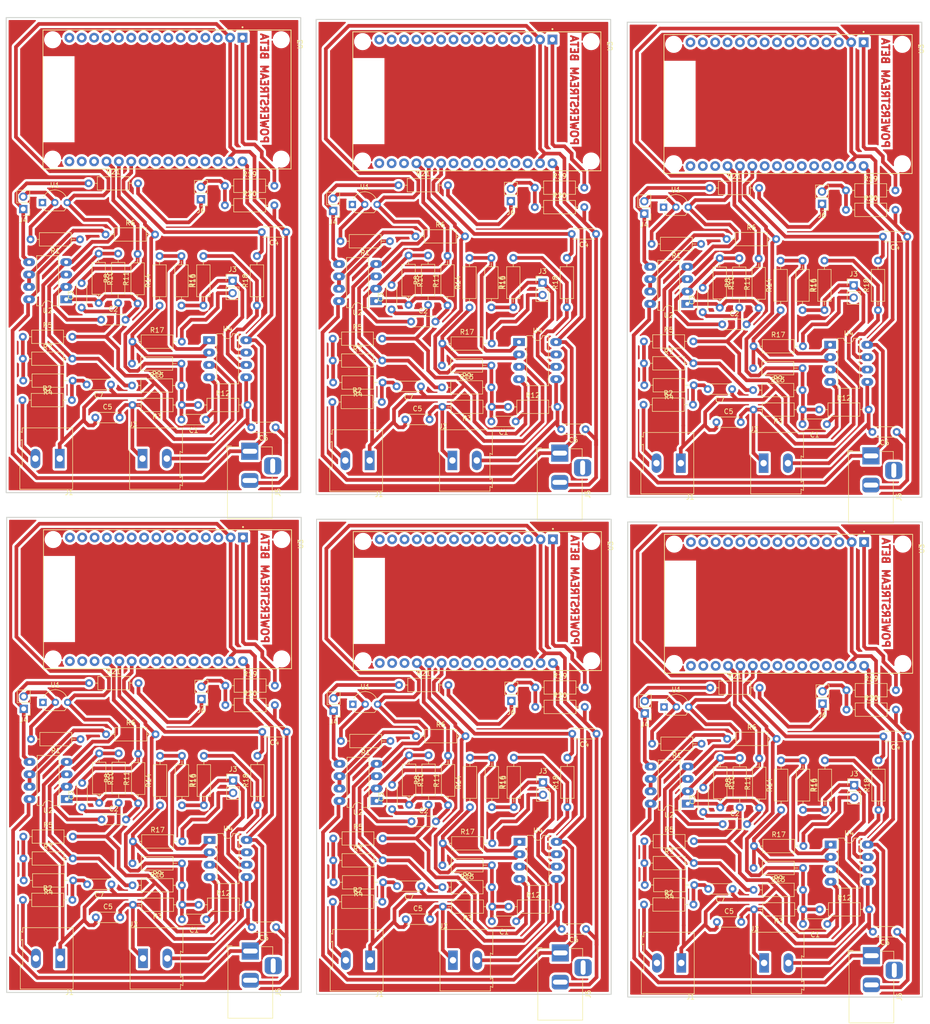
<source format=kicad_pcb>
(kicad_pcb (version 20240108) (generator "pcbnew") (generator_version "8.0")
  (layers (0 "F.Cu" signal) (31 "B.Cu" signal) (34 "B.Paste" user) (35 "F.Paste" user) (36 "B.SilkS" user "B.Silkscreen") (37 "F.SilkS" user "F.Silkscreen") (38 "B.Mask" user) (39 "F.Mask" user) (44 "Edge.Cuts" user))
  (net 0 "")
  (net 1 "/MCU/GND")
  (net 3 "/PD_CT/1V65")
  (net 4 "/MCU/VREF_ADC1")
  (net 5 "Net-(C2-Pad2)")
  (net 6 "Net-(U2A--)")
  (net 7 "/MCU/PD_IN1")
  (net 8 "/MCU/CT_IN1")
  (net 9 "Net-(J1-Pin_2)")
  (net 10 "Net-(J2-Pin_1)")
  (net 11 "Net-(J2-Pin_2)")
  (net 12 "Net-(J3-Pin_1)")
  (net 13 "Net-(J3-Pin_2)")
  (net 14 "/MCU/VIN")
  (net 16 "Net-(C7-Pad2)")
  (net 17 "Net-(R4-Pad2)")
  (net 18 "Net-(U2B--)")
  (net 19 "Net-(U2A-+)")
  (net 20 "Net-(U4A--)")
  (net 21 "Net-(R14-Pad2)")
  (net 22 "Net-(R16-Pad2)")
  (net 33 "Net-(J4-Pin_2)")
  (net 45 "Net-(J6-Pin_2)")
  (net 46 "/MCU/3V3")
  (net 47 "Net-(J6-Pin_1)")
  (footprint "Resistor_THT:R_Axial_DIN0207_L6.3mm_D2.5mm_P10.16mm_Horizontal" (layer "F.Cu") (at 136.083394 159.666712)
    (property "Reference" "R21")
    (property "Value" "0R")
  )
  (footprint "Connector_BarrelJack:BarrelJack_Horizontal" (layer "F.Cu") (at 233.0125 112.625 90)
    (property "Reference" "J5")
    (property "Value" "Barrel_Jack_Switch")
  )
  (footprint "Resistor_THT:R_Axial_DIN0207_L6.3mm_D2.5mm_P10.16mm_Horizontal" (layer "F.Cu") (at 199.89 57.625)
    (property "Reference" "R21")
    (property "Value" "0R")
  )
  (footprint "TerminalBlock:TerminalBlock_Altech_AK300-2_P5.00mm" (layer "F.Cu") (at 147.163394 216.166712)
    (property "Reference" "J2")
    (property "Value" "CT_IN")
  )
  (footprint "ESP32 DOIT DEVKIT V1:MODULE_ESP32_DEVKIT_V1" (layer "F.Cu") (at 88.535 142.0825 -90)
    (property "Reference" "U3")
    (property "Value" "ESP32-DEVKIT-V1")
  )
  (footprint "Connector_BarrelJack:BarrelJack_Horizontal" (layer "F.Cu") (at 169.105894 112.064212 90)
    (property "Reference" "J5")
    (property "Value" "Barrel_Jack_Switch")
  )
  (footprint "Connector_PinHeader_2.54mm:PinHeader_1x02_P2.54mm_Vertical" (layer "F.Cu") (at 122.563394 62.339212 180)
    (property "Reference" "J4")
    (property "Value" "VREF")
  )
  (footprint "Resistor_THT:R_Axial_DIN0207_L6.3mm_D2.5mm_P10.16mm_Horizontal" (layer "F.Cu") (at 58.85 203.7825)
    (property "Reference" "R2")
    (property "Value" "330k")
  )
  (footprint "Resistor_THT:R_Axial_DIN0207_L6.3mm_D2.5mm_P10.16mm_Horizontal" (layer "F.Cu") (at 74.51 173.7025 -90)
    (property "Reference" "R10")
    (property "Value" "5k1")
  )
  (footprint "Capacitor_THT:C_Disc_D4.3mm_W1.9mm_P5.00mm" (layer "F.Cu") (at 176.663394 169.666712 180)
    (property "Reference" "C4")
    (property "Value" "100pF")
  )
  (footprint "Resistor_THT:R_Axial_DIN0207_L6.3mm_D2.5mm_P10.16mm_Horizontal" (layer "F.Cu") (at 142.063394 81.644212 90)
    (property "Reference" "R8")
    (property "Value" "5k1")
  )
  (footprint "Resistor_THT:R_Axial_DIN0207_L6.3mm_D2.5mm_P10.16mm_Horizontal" (layer "F.Cu") (at 227.99 160.7275)
    (property "Reference" "R19")
    (property "Value" "3k3")
  )
  (footprint "Capacitor_THT:C_Disc_D4.3mm_W1.9mm_P5.00mm" (layer "F.Cu") (at 96.41 105.18 180)
    (property "Reference" "C1")
    (property "Value" "100pF")
  )
  (footprint "Resistor_THT:R_Axial_DIN0207_L6.3mm_D2.5mm_P10.16mm_Horizontal" (layer "F.Cu") (at 196.73 200.7275 180)
    (property "Reference" "R4")
    (property "Value" "330k")
  )
  (footprint "Resistor_THT:R_Axial_DIN0207_L6.3mm_D2.5mm_P10.16mm_Horizontal" (layer "F.Cu") (at 155.063394 94.064212 180)
    (property "Reference" "R13")
    (property "Value" "5K6")
  )
  (footprint "Resistor_THT:R_Axial_DIN0207_L6.3mm_D2.5mm_P10.16mm_Horizontal" (layer "F.Cu") (at 196.63 98.125 180)
    (property "Reference" "R4")
    (property "Value" "330k")
  )
  (footprint "Resistor_THT:R_Axial_DIN0207_L6.3mm_D2.5mm_P10.16mm_Horizontal" (layer "F.Cu") (at 158.483394 102.564212)
    (property "Reference" "R12")
    (property "Value" "300k")
  )
  (footprint "Connector_PinHeader_2.54mm:PinHeader_1x02_P2.54mm_Vertical" (layer "F.Cu") (at 159.163394 162.941712 180)
    (property "Reference" "J6")
    (property "Value" "VREF")
  )
  (footprint "Resistor_THT:R_Axial_DIN0207_L6.3mm_D2.5mm_P10.16mm_Horizontal" (layer "F.Cu") (at 227.89 58.125)
    (property "Reference" "R19")
    (property "Value" "3k3")
  )
  (footprint "Resistor_THT:R_Axial_DIN0207_L6.3mm_D2.5mm_P10.16mm_Horizontal" (layer "F.Cu") (at 146.163394 184.326712 90)
    (property "Reference" "R11")
    (property "Value" "100")
  )
  (footprint "Connector_PinHeader_2.54mm:PinHeader_1x02_P2.54mm_Vertical" (layer "F.Cu") (at 165.563394 77.064212)
    (property "Reference" "J3")
    (property "Value" "GAIN_CT1")
  )
  (footprint "Resistor_THT:R_Axial_DIN0207_L6.3mm_D2.5mm_P10.16mm_Horizontal" (layer "F.Cu") (at 58.75 101.18)
    (property "Reference" "R2")
    (property "Value" "330k")
  )
  (footprint "Resistor_THT:R_Axial_DIN0207_L6.3mm_D2.5mm_P10.16mm_Horizontal" (layer "F.Cu") (at 219.15 205.7275 180)
    (property "Reference" "R3")
    (property "Value" "300k")
  )
  (footprint "Resistor_THT:R_Axial_DIN0207_L6.3mm_D2.5mm_P10.16mm_Horizontal" (layer "F.Cu") (at 134.223394 68.564212 180)
    (property "Reference" "R1")
    (property "Value" "3k3")
  )
  (footprint "Resistor_THT:R_Axial_DIN0207_L6.3mm_D2.5mm_P10.16mm_Horizontal" (layer "F.Cu") (at 210.07 184.8875 90)
    (property "Reference" "R11")
    (property "Value" "100")
  )
  (footprint "Capacitor_THT:C_Disc_D4.3mm_W1.9mm_P5.00mm" (layer "F.Cu") (at 77.04 200.5775 180)
    (property "Reference" "C7")
    (property "Value" "1nF")
  )
  (footprint "Capacitor_THT:C_Disc_D4.3mm_W1.9mm_P5.00mm" (layer "F.Cu") (at 202.47 85.625)
    (property "Reference" "C2")
    (property "Value" "100pF")
  )
  (footprint "Resistor_THT:R_Axial_DIN0207_L6.3mm_D2.5mm_P10.16mm_Horizontal" (layer "F.Cu") (at 75.83 67.18)
    (property "Reference" "R6")
    (property "Value" "100")
  )
  (footprint "Capacitor_THT:C_Disc_D4.3mm_W1.9mm_P5.00mm" (layer "F.Cu") (at 140.693394 200.961712 180)
    (property "Reference" "C7")
    (property "Value" "1nF")
  )
  (footprint "Resistor_THT:R_Axial_DIN0207_L6.3mm_D2.5mm_P10.16mm_Horizontal" (layer "F.Cu") (at 100.43 159.7825)
    (property "Reference" "R19")
    (property "Value" "3k3")
  )
  (footprint "Resistor_THT:R_Axial_DIN0207_L6.3mm_D2.5mm_P10.16mm_Horizontal" (layer "F.Cu") (at 100.33 57.18)
    (property "Reference" "R19")
    (property "Value" "3k3")
  )
  (footprint "Resistor_THT:R_Axial_DIN0207_L6.3mm_D2.5mm_P10.16mm_Horizontal" (layer "F.Cu") (at 198.13 69.125 180)
    (property "Reference" "R1")
    (property "Value" "3k3")
  )
  (footprint "Package_DIP:DIP-8_W7.62mm_LongPads" (layer "F.Cu") (at 160.738394 89.264212)
    (property "Reference" "U4")
    (property "Value" "LM358")
  )
  (footprint "Resistor_THT:R_Axial_DIN0207_L6.3mm_D2.5mm_P10.16mm_Horizontal" (layer "F.Cu") (at 91.49 102.18 180)
    (property "Reference" "R3")
    (property "Value" "300k")
  )
  (footprint "Package_DIP:DIP-8_W7.62mm_LongPads" (layer "F.Cu") (at 131.488394 183.466712 180)
    (property "Reference" "U2")
    (property "Value" "LM358")
  )
  (footprint "Package_TO_SOT_THT:TO-92L_Inline_Wide" (layer "F.Cu") (at 62.86 60.63)
    (property "Reference" "U1")
    (property "Value" "LM4040LP-2.5")
  )
  (footprint "Capacitor_THT:C_Disc_D4.3mm_W1.9mm_P5.00mm" (layer "F.Cu") (at 238.31 107.72 180)
    (property "Reference" "C6")
    (property "Value" "1nF")
  )
  (footprint "Connector_PinHeader_2.54mm:PinHeader_1x02_P2.54mm_Vertical" (layer "F.Cu") (at 58.91 61.955 180)
    (property "Reference" "J4")
    (property "Value" "VREF")
  )
  (footprint "Resistor_THT:R_Axial_DIN0207_L6.3mm_D2.5mm_P10.16mm_Horizontal" (layer "F.Cu") (at 132.723394 97.564212 180)
    (property "Reference" "R4")
    (property "Value" "330k")
  )
  (footprint "Resistor_THT:R_Axial_DIN0207_L6.3mm_D2.5mm_P10.16mm_Horizontal" (layer "F.Cu") (at 72.43 159.2825)
    (property "Reference" "R21")
    (property "Value" "0R")
  )
  (footprint "Capacitor_THT:C_Disc_D4.3mm_W1.9mm_P5.00mm" (layer "F.Cu") (at 73.72 104.765)
    (property "Reference" "C5")
    (property "Value" "1nF")
  )
  (footprint "Resistor_THT:R_Axial_DIN0207_L6.3mm_D2.5mm_P10.16mm_Horizontal" (layer "F.Cu") (at 186.39 89.125)
    (property "Reference" "R5")
    (property "Value" "5k1")
  )
  (footprint "Resistor_THT:R_Axial_DIN0207_L6.3mm_D2.5mm_P10.16mm_Horizontal" (layer "F.Cu") (at 82.51 183.9425 90)
    (property "Reference" "R11")
    (property "Value" "100")
  )
  (footprint "Resistor_THT:R_Axial_DIN0207_L6.3mm_D2.5mm_P10.16mm_Horizontal" (layer "F.Cu") (at 214.47 82.705 90)
    (property "Reference" "R14")
    (property "Value" "22k")
  )
  (footprint "Resistor_THT:R_Axial_DIN0207_L6.3mm_D2.5mm_P10.16mm_Horizontal" (layer "F.Cu") (at 186.49 191.7275)
    (property "Reference" "R5")
    (property "Value" "5k1")
  )
  (footprint "TerminalBlock:TerminalBlock_Altech_AK300-2_P5.00mm" (layer "F.Cu") (at 83.51 215.7825)
    (property "Reference" "J2")
    (property "Value" "CT_IN")
  )
  (footprint "Resistor_THT:R_Axial_DIN0207_L6.3mm_D2.5mm_P10.16mm_Horizontal" (layer "F.Cu") (at 81.25 98.18)
    (property "Reference" "R9")
    (property "Value" "10k")
  )
  (footprint "Resistor_THT:R_Axial_DIN0207_L6.3mm_D2.5mm_P10.16mm_Horizontal" (layer "F.Cu") (at 227.89 62.125)
    (property "Reference" "R20")
    (property "Value" "3k3")
  )
  (footprint "Resistor_THT:R_Axial_DIN0207_L6.3mm_D2.5mm_P10.16mm_Horizontal" (layer "F.Cu") (at 234.47 82.705 90)
    (property "Reference" "R18")
    (property "Value" "100")
  )
  (footprint "ESP32 DOIT DEVKIT V1:MODULE_ESP32_DEVKIT_V1" (layer "F.Cu") (at 216.095 143.0275 -90)
    (property "Reference" "U3")
    (property "Value" "ESP32-DEVKIT-V1")
  )
  (footprint "Resistor_THT:R_Axial_DIN0207_L6.3mm_D2.5mm_P10.16mm_Horizontal" (layer "F.Cu") (at 122.483394 93.064212)
    (property "Reference" "R7")
    (property "Value" "5k1")
  )
  (footprint "Resistor_THT:R_Axial_DIN0207_L6.3mm_D2.5mm_P10.16mm_Horizontal" (layer "F.Cu") (at 234.57 185.3075 90)
    (property "Reference" "R18")
    (property "Value" "100")
  )
  (footprint "Connector_PinHeader_2.54mm:PinHeader_1x02_P2.54mm_Vertical" (layer "F.Cu") (at 229.57 180.2275)
    (property "Reference" "J3")
    (property "Value" "GAIN_CT1")
  )
  (footprint "Capacitor_THT:C_Disc_D4.3mm_W1.9mm_P5.00mm" (layer "F.Cu") (at 223.97 106.125 180)
    (property "Reference" "C1")
    (property "Value" "100pF")
  )
  (footprint "Capacitor_THT:C_Disc_D4.3mm_W1.9mm_P5.00mm" (layer "F.Cu") (at 198.47 83.125 90)
    (property "Reference" "C3")
    (property "Value" "100pF")
  )
  (footprint "Resistor_THT:R_Axial_DIN0207_L6.3mm_D2.5mm_P10.16mm_Horizontal" (layer "F.Cu") (at 138.163394 174.086712 -90)
    (property "Reference" "R10")
    (property "Value" "5k1")
  )
  (footprint "Resistor_THT:R_Axial_DIN0207_L6.3mm_D2.5mm_P10.16mm_Horizontal" (layer "F.Cu") (at 70.67 170.7825 180)
    (property "Reference" "R1")
    (property "Value" "3k3")
  )
  (footprint "Resistor_THT:R_Axial_DIN0207_L6.3mm_D2.5mm_P10.16mm_Horizontal" (layer "F.Cu") (at 87.01 184.3625 90)
    (property "Reference" "R14")
    (property "Value" "22k")
  )
  (footprint "Resistor_THT:R_Axial_DIN0207_L6.3mm_D2.5mm_P10.16mm_Horizontal" (layer "F.Cu") (at 186.31 102.125)
    (property "Reference" "R2")
    (property "Value" "330k")
  )
  (footprint "Capacitor_THT:C_Disc_D4.3mm_W1.9mm_P5.00mm" (layer "F.Cu") (at 140.593394 98.359212 180)
    (property "Reference" "C7")
    (property "Value" "1nF")
  )
  (footprint "Resistor_THT:R_Axial_DIN0207_L6.3mm_D2.5mm_P10.16mm_Horizontal" (layer "F.Cu") (at 95.91 81.76 90)
    (property "Reference" "R16")
    (property "Value" "5K6")
  )
  (footprint "Resistor_THT:R_Axial_DIN0207_L6.3mm_D2.5mm_P10.16mm_Horizontal" (layer "F.Cu") (at 164.083394 160.166712)
    (property "Reference" "R19")
    (property "Value" "3k3")
  )
  (footprint "Connector_PinHeader_2.54mm:PinHeader_1x02_P2.54mm_Vertical" (layer "F.Cu") (at 122.663394 164.941712 180)
    (property "Reference" "J4")
    (property "Value" "VREF")
  )
  (footprint "Resistor_THT:R_Axial_DIN0207_L6.3mm_D2.5mm_P10.16mm_Horizontal" (layer "F.Cu") (at 208.99 192.7275)
    (property "Reference" "R17")
    (property "Value" "1k")
  )
  (footprint "Connector_PinHeader_2.54mm:PinHeader_1x02_P2.54mm_Vertical" (layer "F.Cu") (at 223.07 163.5025 180)
    (property "Reference" "J6")
    (property "Value" "VREF")
  )
  (footprint "Capacitor_THT:C_Disc_D4.3mm_W1.9mm_P5.00mm" (layer "F.Cu") (at 134.663394 185.166712 90)
    (property "Reference" "C3")
    (property "Value" "100pF")
  )
  (footprint "Resistor_THT:R_Axial_DIN0207_L6.3mm_D2.5mm_P10.16mm_Horizontal" (layer "F.Cu") (at 199.99 160.2275)
    (property "Reference" "R21")
    (property "Value" "0R")
  )
  (footprint "Resistor_THT:R_Axial_DIN0207_L6.3mm_D2.5mm_P10.16mm_Horizontal" (layer "F.Cu") (at 186.39 93.625)
    (property "Reference" "R7")
    (property "Value" "5k1")
  )
  (footprint "Connector_PinHeader_2.54mm:PinHeader_1x02_P2.54mm_Vertical" (layer "F.Cu") (at 95.41 59.955 180)
    (property "Reference" "J6")
    (property "Value" "VREF")
  )
  (footprint "Resistor_THT:R_Axial_DIN0207_L6.3mm_D2.5mm_P10.16mm_Horizontal" (layer "F.Cu") (at 132.823394 200.166712 180)
    (property "Reference" "R4")
    (property "Value" "330k")
  )
  (footprint "Resistor_THT:R_Axial_DIN0207_L6.3mm_D2.5mm_P10.16mm_Horizontal" (layer "F.Cu") (at 163.983394 57.564212)
    (property "Reference" "R19")
    (property "Value" "3k3")
  )
  (footprint "Connector_PinHeader_2.54mm:PinHeader_1x02_P2.54mm_Vertical" (layer "F.Cu") (at 186.57 165.5025 180)
    (property "Reference" "J4")
    (property "Value" "VREF")
  )
  (footprint "Capacitor_THT:C_Disc_D4.3mm_W1.9mm_P5.00mm" (layer "F.Cu") (at 110.75 106.775 180)
    (property "Reference" "C6")
    (property "Value" "1nF")
  )
  (footprint "Connector_PinHeader_2.54mm:PinHeader_1x02_P2.54mm_Vertical" (layer "F.Cu") (at 59.01 164.5575 180)
    (property "Reference" "J4")
    (property "Value" "VREF")
  )
  (footprint "Capacitor_THT:C_Disc_D4.3mm_W1.9mm_P5.00mm" (layer "F.Cu") (at 201.28 105.71)
    (property "Reference" "C5")
    (property "Value" "1nF")
  )
  (footprint "Package_TO_SOT_THT:TO-92L_Inline_Wide" (layer "F.Cu") (at 190.42 61.575)
    (property "Reference" "U1")
    (property "Value" "LM4040LP-2.5")
  )
  (footprint "Resistor_THT:R_Axial_DIN0207_L6.3mm_D2.5mm_P10.16mm_Horizontal" (layer "F.Cu") (at 208.81 99.125)
    (property "Reference" "R9")
    (property "Value" "10k")
  )
  (footprint "Resistor_THT:R_Axial_DIN0207_L6.3mm_D2.5mm_P10.16mm_Horizontal" (layer "F.Cu") (at 219.07 175.1475 -90)
    (property "Reference" "R15")
    (property "Value" "22k")
  )
  (footprint "Capacitor_THT:C_Disc_D4.3mm_W1.9mm_P5.00mm" (layer "F.Cu") (at 113.01 169.2825 180)
    (property "Reference" "C4")
    (property "Value" "100pF")
  )
  (footprint "Capacitor_THT:C_Disc_D4.3mm_W1.9mm_P5.00mm" (layer "F.Cu") (at 112.91 66.68 180)
    (property "Reference" "C4")
    (property "Value" "100pF")
  )
  (footprint "Resistor_THT:R_Axial_DIN0207_L6.3mm_D2.5mm_P10.16mm_Horizontal" (layer "F.Cu") (at 58.83 88.18)
    (property "Reference" "R5")
    (property "Value" "5k1")
  )
  (footprint "Resistor_THT:R_Axial_DIN0207_L6.3mm_D2.5mm_P10.16mm_Horizontal" (layer "F.Cu") (at 222.39 103.125)
    (property "Reference" "R12")
    (property "Value" "300k")
  )
  (footprint "Connector_PinHeader_2.54mm:PinHeader_1x02_P2.54mm_Vertical" (layer "F.Cu") (at 102.01 179.2825)
    (property "Reference" "J3")
    (property "Value" "GAIN_CT1")
  )
  (footprint "Resistor_THT:R_Axial_DIN0207_L6.3mm_D2.5mm_P10.16mm_Horizontal" (layer "F.Cu") (at 139.583394 170.166712)
    (property "Reference" "R6")
    (property "Value" "100")
  )
  (footprint "Resistor_THT:R_Axial_DIN0207_L6.3mm_D2.5mm_P10.16mm_Horizontal" (layer "F.Cu") (at 208.89 90.125)
    (property "Reference" "R17")
    (property "Value" "1k")
  )
  (footprint "Resistor_THT:R_Axial_DIN0207_L6.3mm_D2.5mm_P10.16mm_Horizontal" (layer "F.Cu") (at 145.003394 201.166712)
    (property "Reference" "R9")
    (property "Value" "10k")
  )
  (footprint "Resistor_THT:R_Axial_DIN0207_L6.3mm_D2.5mm_P10.16mm_Horizontal" (layer "F.Cu") (at 142.163394 184.246712 90)
    (property "Reference" "R8")
    (property "Value" "5k1")
  )
  (footprint "Resistor_THT:R_Axial_DIN0207_L6.3mm_D2.5mm_P10.16mm_Horizontal" (layer "F.Cu") (at 144.983394 89.564212)
    (property "Reference" "R17")
    (property "Value" "1k")
  )
  (footprint "Package_DIP:DIP-8_W7.62mm_LongPads" (layer "F.Cu") (at 160.838394 191.866712)
    (property "Reference" "U4")
    (property "Value" "LM358")
  )
  (footprint "Package_TO_SOT_THT:TO-92L_Inline_Wide" (layer "F.Cu") (at 62.96 163.2325)
    (property "Reference" "U1")
    (property "Value" "LM4040LP-2.5")
  )
  (footprint "Resistor_THT:R_Axial_DIN0207_L6.3mm_D2.5mm_P10.16mm_Horizontal" (layer "F.Cu") (at 218.97 94.625 180)
    (property "Reference" "R13")
    (property "Value" "5K6")
  )
  (footprint "Connector_BarrelJack:BarrelJack_Horizontal" (layer "F.Cu") (at 233.1125 215.2275 90)
    (property "Reference" "J5")
    (property "Value" "Barrel_Jack_Switch")
  )
  (footprint "Resistor_THT:R_Axial_DIN0207_L6.3mm_D2.5mm_P10.16mm_Horizontal" (layer "F.Cu") (at 78.51 183.8625 90)
    (property "Reference" "R8")
    (property "Value" "5k1")
  )
  (footprint "Resistor_THT:R_Axial_DIN0207_L6.3mm_D2.5mm_P10.16mm_Horizontal" (layer "F.Cu") (at 163.983394 61.564212)
    (property "Reference" "R20")
    (property "Value" "3k3")
  )
  (footprint "Connector_PinHeader_2.54mm:PinHeader_1x02_P2.54mm_Vertical" (layer "F.Cu") (at 101.91 76.68)
    (property "Reference" "J3")
    (property "Value" "GAIN_CT1")
  )
  (footprint "Resistor_THT:R_Axial_DIN0207_L6.3mm_D2.5mm_P10.16mm_Horizontal" (layer "F.Cu") (at 146.063394 81.724212 90)
    (property "Reference" "R11")
    (property "Value" "100")
  )
  (footprint "Resistor_THT:R_Axial_DIN0207_L6.3mm_D2.5mm_P10.16mm_Horizontal" (layer "F.Cu") (at 91.41 93.68 180)
    (property "Reference" "R13")
    (property "Value" "5K6")
  )
  (footprint "Resistor_THT:R_Axial_DIN0207_L6.3mm_D2.5mm_P10.16mm_Horizontal" (layer "F.Cu") (at 159.563394 82.144212 90)
    (property "Reference" "R16")
    (property "Value" "5K6")
  )
  (footprint "Resistor_THT:R_Axial_DIN0207_L6.3mm_D2.5mm_P10.16mm_Horizontal" (layer "F.Cu") (at 100.43 163.7825)
    (property "Reference" "R20")
    (property "Value" "3k3")
  )
  (footprint "Connector_BarrelJack:BarrelJack_Horizontal" (layer "F.Cu") (at 105.4525 111.68 90)
    (property "Reference" "J5")
    (property "Value" "Barrel_Jack_Switch")
  )
  (footprint "Capacitor_THT:C_Disc_D4.3mm_W1.9mm_P5.00mm" (layer "F.Cu") (at 138.563394 85.064212)
    (property "Reference" "C2")
    (property "Value" "100pF")
  )
  (footprint "Capacitor_THT:C_Disc_D4.3mm_W1.9mm_P5.00mm" (layer "F.Cu") (at 96.51 207.7825 180)
    (property "Reference" "C1")
    (property "Value" "100pF")
  )
  (footprint "Resistor_THT:R_Axial_DIN0207_L6.3mm_D2.5mm_P10.16mm_Horizontal" (layer "F.Cu") (at 94.83 102.18)
    (property "Reference" "R12")
    (property "Value" "300k")
  )
  (footprint "Capacitor_THT:C_Disc_D4.3mm_W1.9mm_P5.00mm" (layer "F.Cu") (at 240.47 67.625 180)
    (property "Reference" "C4")
    (property "Value" "100pF")
  )
  (footprint "Resistor_THT:R_Axial_DIN0207_L6.3mm_D2.5mm_P10.16mm_Horizontal" (layer "F.Cu") (at 58.93 195.2825)
    (property "Reference" "R7")
    (property "Value" "5k1")
  )
  (footprint "Resistor_THT:R_Axial_DIN0207_L6.3mm_D2.5mm_P10.16mm_Horizontal" (layer "F.Cu") (at 135.983394 57.064212)
    (property "Reference" "R21")
    (property "Value" "0R")
  )
  (footprint "Resistor_THT:R_Axial_DIN0207_L6.3mm_D2.5mm_P10.16mm_Horizontal" (layer "F.Cu") (at 186.49 196.2275)
    (property "Reference" "R7")
    (property "Value" "5k1")
  )
  (footprint "ESP32 DOIT DEVKIT V1:MODULE_ESP32_DEVKIT_V1" (layer "F.Cu") (at 88.435 39.48 -90)
    (property "Reference" "U3")
    (property "Value" "ESP32-DEVKIT-V1")
  )
  (footprint "Resistor_THT:R_Axial_DIN0207_L6.3mm_D2.5mm_P10.16mm_Horizontal" (layer "F.Cu") (at 150.663394 184.746712 90)
    (property "Reference" "R14")
    (property "Value" "22k")
  )
  (footprint "TerminalBlock:TerminalBlock_Altech_AK300-2_P5.00mm" (layer "F.Cu") (at 83.41 113.18)
    (property "Reference" "J2")
    (property "Value" "CT_IN")
  )
  (footprint "Resistor_THT:R_Axial_DIN0207_L6.3mm_D2.5mm_P10.16mm_Horizontal" (layer "F.Cu") (at 218.97 72.545 -90)
    (property "Reference" "R15")
    (property "Value" "22k")
  )
  (footprint "Package_TO_SOT_THT:TO-92L_Inline_Wide" (layer "F.Cu") (at 126.513394 61.014212)
    (property "Reference" "U1")
    (property "Value" "LM4040LP-2.5")
  )
  (footprint "Resistor_THT:R_Axial_DIN0207_L6.3mm_D2.5mm_P10.16mm_Horizontal" (layer "F.Cu") (at 58.83 92.68)
    (property "Reference" "R7")
    (property "Value" "5k1")
  )
  (footprint "Connector_PinHeader_2.54mm:PinHeader_1x02_P2.54mm_Vertical" (layer "F.Cu") (at 222.97 60.9 180)
    (property "Reference" "J6")
    (property "Value" "VREF")
  )
  (footprint "TerminalBlock:TerminalBlock_Altech_AK300-2_P5.00mm" (layer "F.Cu") (at 130.063394 113.564212 180)
    (property "Reference" "J1")
    (property "Value" "AC_IN")
  )
  (footprint "Resistor_THT:R_Axial_DIN0207_L6.3mm_D2.5mm_P10.16mm_Horizontal" (layer "F.Cu") (at 122.583394 191.166712)
    (property "Reference" "R5")
    (property "Value" "5k1")
  )
  (footprint "Capacitor_THT:C_Disc_D4.3mm_W1.9mm_P5.00mm" (layer "F.Cu") (at 160.063394 105.564212 180)
    (property "Reference" "C1")
    (property "Value" "100pF")
  )
  (footprint "Resistor_THT:R_Axial_DIN0207_L6.3mm_D2.5mm_P10.16mm_Horizontal" (layer "F.Cu") (at 170.563394 82.144212 90)
    (property "Reference" "R18")
    (property "Value" "100")
  )
  (footprint "Capacitor_THT:C_Disc_D4.3mm_W1.9mm_P5.00mm" (layer "F.Cu") (at 137.373394 105.149212)
    (property "Reference" "C5")
    (property "Value" "1nF")
  )
  (footprint "Capacitor_THT:C_Disc_D4.3mm_W1.9mm_P5.00mm" (layer "F.Cu") (at 174.503394 209.761712 180)
    (property "Reference" "C6")
    (property "Value" "1nF")
  )
  (footprint "TerminalBlock:TerminalBlock_Altech_AK300-2_P5.00mm" (layer "F.Cu") (at 211.07 216.7275)
    (property "Reference" "J2")
    (property "Value" "CT_IN")
  )
  (footprint "Resistor_THT:R_Axial_DIN0207_L6.3mm_D2.5mm_P10.16mm_Horizontal" (layer "F.Cu") (at 106.91 81.76 90)
    (property "Reference" "R18")
    (property "Value" "100")
  )
  (footprint "Resistor_THT:R_Axial_DIN0207_L6.3mm_D2.5mm_P10.16mm_Horizontal" (layer "F.Cu") (at 219.07 197.2275 180)
    (property "Reference" "R13")
    (property "Value" "5K6")
  )
  (footprint "ESP32 DOIT DEVKIT V1:MODULE_ESP32_DEVKIT_V1" (layer "F.Cu") (at 152.188394 142.466712 -90)
    (property "Reference" "U3")
    (property "Value" "ESP32-DEVKIT-V1")
  )
  (footprint "Connector_BarrelJack:BarrelJack_Horizontal" (layer "F.Cu") (at 105.5525 214.2825 90)
    (property "Reference" "J5")
    (property "Value" "Barrel_Jack_Switch")
  )
  (footprint "Capacitor_THT:C_Disc_D4.3mm_W1.9mm_P5.00mm" (layer "F.Cu") (at 76.94 97.975 180)
    (property "Reference" "C7")
    (property "Value" "1nF")
  )
  (footprint "Resistor_THT:R_Axial_DIN0207_L6.3mm_D2.5mm_P10.16mm_Horizontal" (layer "F.Cu") (at 158.583394 205.166712)
    (property "Reference" "R12")
    (property "Value" "300k")
  )
  (footprint "Capacitor_THT:C_Disc_D4.3mm_W1.9mm_P5.00mm" (layer "F.Cu") (at 238.41 210.3225 180)
    (property "Reference" "C6")
    (property "Value" "1nF")
  )
  (footprint "Resistor_THT:R_Axial_DIN0207_L6.3mm_D2.5mm_P10.16mm_Horizontal" (layer "F.Cu") (at 75.93 169.7825)
    (property "Reference" "R6")
    (property "Value" "100")
  )
  (footprint "TerminalBlock:TerminalBlock_Altech_AK300-2_P5.00mm" (layer "F.Cu") (at 193.97 114.125 180)
    (property "Reference" "J1")
    (property "Value" "AC_IN")
  )
  (footprint "Resistor_THT:R_Axial_DIN0207_L6.3mm_D2.5mm_P10.16mm_Horizontal" (layer "F.Cu") (at 74.41 71.1 -90)
    (property "Reference" "R10")
    (property "Value" "5k1")
  )
  (footprint "Capacitor_THT:C_Disc_D4.3mm_W1.9mm_P5.00mm" (layer "F.Cu") (at 204.6 201.5225 180)
    (property "Reference" "C7")
    (property "Value" "1nF")
  )
  (footprint "Resistor_THT:R_Axial_DIN0207_L6.3mm_D2.5mm_P10.16mm_Horizontal" (layer "F.Cu") (at 155.143394 102.564212 180)
    (property "Reference" "R3")
    (property "Value" "300k")
  )
  (footprint "Package_DIP:DIP-8_W7.62mm_LongPads" (layer "F.Cu") (at 195.295 81.425 180)
    (property "Reference" "U2")
    (property "Value" "LM358")
  )
  (footprint "Resistor_THT:R_Axial_DIN0207_L6.3mm_D2.5mm_P10.16mm_Horizontal" (layer "F.Cu") (at 86.91 81.76 90)
    (property "Reference" "R14")
    (property "Value" "22k")
  )
  (footprint "Package_DIP:DIP-8_W7.62mm_LongPads" (layer "F.Cu") (at 224.745 192.4275)
    (property "Reference" "U4")
    (property "Value" "LM358")
  )
  (footprint "TerminalBlock:TerminalBlock_Altech_AK300-2_P5.00mm" (layer "F.Cu") (at 194.07 216.7275 180)
    (property "Reference" "J1")
    (property "Value" "AC_IN")
  )
  (footprint "Package_DIP:DIP-8_W7.62mm_LongPads" (layer "F.Cu") (at 131.388394 80.864212 180)
    (property "Reference" "U2")
    (property "Value" "LM358")
  )
  (footprint "Capacitor_THT:C_Disc_D4.3mm_W1.9mm_P5.00mm" (layer "F.Cu") (at 110.85 209.3775 180)
    (property "Reference" "C6")
    (property "Value" "1nF")
  )
  (footprint "Resistor_THT:R_Axial_DIN0207_L6.3mm_D2.5mm_P10.16mm_Horizontal" (layer "F.Cu") (at 107.01 184.3625 90)
    (property "Reference" "R18")
    (property "Value" "100")
  )
  (footprint "Package_DIP:DIP-8_W7.62mm_LongPads" (layer "F.Cu") (at 67.735 80.48 180)
    (property "Reference" "U2")
    (property "Value" "LM358")
  )
  (footprint "ESP32 DOIT DEVKIT V1:MODULE_ESP32_DEVKIT_V1" (layer "F.Cu") (at 152.088394 39.864212 -90)
    (property "Reference" "U3")
    (property "Value" "ESP32-DEVKIT-V1")
  )
  (footprint "Resistor_THT:R_Axial_DIN0207_L6.3mm_D2.5mm_P10.16mm_Horizontal" (layer "F.Cu") (at 58.93 190.7825)
    (property "Reference" "R5")
    (property "Value" "5k1")
  )
  (footprint "Capacitor_THT:C_Disc_D4.3mm_W1.9mm_P5.00mm" (layer "F.Cu") (at 176.563394 67.064212 180)
    (property "Reference" "C4")
    (property "Value" "100pF")
  )
  (footprint "Resistor_THT:R_Axial_DIN0207_L6.3mm_D2.5mm_P10.16mm_Horizontal" (layer "F.Cu") (at 223.57 185.3075 90)
    (property "Reference" "R16")
    (property "Value" "5K6")
  )
  (footprint "Resistor_THT:R_Axial_DIN0207_L6.3mm_D2.5mm_P10.16mm_Horizontal" (layer "F.Cu") (at 198.23 171.7275 180)
    (property "Reference" "R1")
    (property "Value" "3k3")
  )
  (footprint "Resistor_THT:R_Axial_DIN0207_L6.3mm_D2.5mm_P10.16mm_Horizontal" (layer "F.Cu") (at 122.503394 204.166712)
    (property "Reference" "R2")
    (property "Value" "330k")
  )
  (footprint "Package_DIP:DIP-8_W7.62mm_LongPads" (layer "F.Cu") (at 97.185 191.4825)
    (property "Reference" "U4")
    (property "Value" "LM358")
  )
  (footprint "Resistor_THT:R_Axial_DIN0207_L6.3mm_D2.5mm_P10.16mm_Horizontal" (layer "F.Cu") (at 81.35 200.7825)
    (property "Reference" "R9")
    (property "Value" "10k")
  )
  (footprint "TerminalBlock:TerminalBlock_Altech_AK300-2_P5.00mm" (layer "F.Cu") (at 210.97 114.125)
    (property "Reference" "J2")
    (property "Value" "CT_IN")
  )
  (footprint "Resistor_THT:R_Axial_DIN0207_L6.3mm_D2.5mm_P10.16mm_Horizontal" (layer "F.Cu") (at 155.243394 205.166712 180)
    (property "Reference" "R3")
    (property "Value" "300k")
  )
  (footprint "TerminalBlock:TerminalBlock_Altech_AK300-2_P5.00mm" (layer "F.Cu") (at 147.063394 113.564212)
    (property "Reference" "J2")
    (property "Value" "CT_IN")
  )
  (footprint "Resistor_THT:R_Axial_DIN0207_L6.3mm_D2.5mm_P10.16mm_Horizontal" (layer "F.Cu") (at 78.41 81.26 90)
    (property "Reference" "R8")
    (property "Value" "5k1")
  )
  (footprint "Resistor_THT:R_Axial_DIN0207_L6.3mm_D2.5mm_P10.16mm_Horizontal" (layer "F.Cu") (at 155.163394 174.586712 -90)
    (property "Reference" "R15")
    (property "Value" "22k")
  )
  (footprint "Resistor_THT:R_Axial_DIN0207_L6.3mm_D2.5mm_P10.16mm_Horizontal" (layer "F.Cu") (at 82.41 81.34 90)
    (property "Reference" "R11")
    (property "Value" "100")
  )
  (footprint "Connector_PinHeader_2.54mm:PinHeader_1x02_P2.54mm_Vertical" (layer "F.Cu") (at 165.663394 179.666712)
    (property "Reference" "J3")
    (property "Value" "GAIN_CT1")
  )
  (footprint "Resistor_THT:R_Axial_DIN0207_L6.3mm_D2.5mm_P10.16mm_Horizontal" (layer "F.Cu") (at 91.41 71.6 -90)
    (property "Reference" "R15")
    (property "Value" "22k")
  )
  (footprint "Package_TO_SOT_THT:TO-92L_Inline_Wide" (layer "F.Cu") (at 190.52 164.1775)
    (property "Reference" "U1")
    (property "Value" "LM4040LP-2.5")
  )
  (footprint "Resistor_THT:R_Axial_DIN0207_L6.3mm_D2.5mm_P10.16mm_Horizontal" (layer "F.Cu") (at 170.663394 184.746712 90)
    (property "Reference" "R18")
    (property "Value" "100")
  )
  (footprint "Resistor_THT:R_Axial_DIN0207_L6.3mm_D2.5mm_P10.16mm_Horizontal" (layer "F.Cu") (at 205.97 82.205 90)
    (property "Reference" "R8")
    (property "Value" "5k1")
  )
  (footprint "Resistor_THT:R_Axial_DIN0207_L6.3mm_D2.5mm_P10.16mm_Horizontal" (layer "F.Cu") (at 145.083394 192.166712)
    (property "Reference" "R17")
    (property "Value" "1k")
  )
  (footprint "Resistor_THT:R_Axial_DIN0207_L6.3mm_D2.5mm_P10.16mm_Horizontal" (layer "F.Cu") (at 91.51 196.2825 180)
    (property "Reference" "R13")
    (property "Value" "5K6")
  )
  (footprint "Capacitor_THT:C_Disc_D4.3mm_W1.9mm_P5.00mm" (layer "F.Cu") (at 224.07 208.7275 180)
    (property "Reference" "C1")
    (property "Value" "100pF")
  )
  (footprint "Capacitor_THT:C_Disc_D4.3mm_W1.9mm_P5.00mm" (layer "F.Cu") (at 201.38 208.3125)
    (property "Reference" "C5")
    (property "Value" "1nF")
  )
  (footprint "Resistor_THT:R_Axial_DIN0207_L6.3mm_D2.5mm_P10.16mm_Horizontal" (layer "F.Cu") (at 70.57 68.18 180)
    (property "Reference" "R1")
    (property "Value" "3k3")
  )
  (footprint "Capacitor_THT:C_Disc_D4.3mm_W1.9mm_P5.00mm" (layer "F.Cu") (at 71.01 184.7825 90)
    (property "Reference" "C3")
    (property "Value" "100pF")
  )
  (footprint "Package_DIP:DIP-8_W7.62mm_LongPads" (layer "F.Cu") (at 195.395 184.0275 180)
    (property "Reference" "U2")
    (property "Value" "LM358")
  )
  (footprint "Resistor_THT:R_Axial_DIN0207_L6.3mm_D2.5mm_P10.16mm_Horizontal" (layer "F.Cu") (at 150.563394 82.144212 90)
    (property "Reference" "R14")
    (property "Value" "22k")
  )
  (footprint "Resistor_THT:R_Axial_DIN0207_L6.3mm_D2.5mm_P10.16mm_Horizontal" (layer "F.Cu") (at 203.39 68.125)
    (property "Reference" "R6")
    (property "Value" "100")
  )
  (footprint "Resistor_THT:R_Axial_DIN0207_L6.3mm_D2.5mm_P10.16mm_Horizontal" (layer "F.Cu") (at 214.57 185.3075 90)
    (property "Reference" "R14")
    (property "Value" "22k")
  )
  (footprint "Resistor_THT:R_Axial_DIN0207_L6.3mm_D2.5mm_P10.16mm_Horizontal" (layer "F.Cu") (at 155.063394 71.984212 -90)
    (property "Reference" "R15")
    (property "Value" "22k")
  )
  (footprint "Capacitor_THT:C_Disc_D4.3mm_W1.9mm_P5.00mm" (layer "F.Cu") (at 73.82 207.3675)
    (property "Reference" "C5")
    (property "Value" "1nF")
  )
  (footprint "Capacitor_THT:C_Disc_D4.3mm_W1.9mm_P5.00mm" (layer "F.Cu") (at 240.57 170.2275 180)
    (property "Reference" "C4")
    (property "Value" "100pF")
  )
  (footprint "Resistor_THT:R_Axial_DIN0207_L6.3mm_D2.5mm_P10.16mm_Horizontal" (layer "F.Cu") (at 202.07 174.6475 -90)
    (property "Reference" "R10")
    (property "Value" "5k1")
  )
  (footprint "TerminalBlock:TerminalBlock_Altech_AK300-2_P5.00mm" (layer "F.Cu") (at 66.41 113.18 180)
    (property "Reference" "J1")
    (property "Value" "AC_IN")
  )
  (footprint "Connector_PinHeader_2.54mm:PinHeader_1x02_P2.54mm_Vertical" (layer "F.Cu") (at 159.063394 60.339212 180)
    (property "Reference" "J6")
    (property "Value" "VREF")
  )
  (footprint "Connector_BarrelJack:BarrelJack_Horizontal" (layer "F.Cu") (at 169.205894 214.666712 90)
    (property "Reference" "J5")
    (property "Value" "Barrel_Jack_Switch")
  )
  (footprint "Resistor_THT:R_Axial_DIN0207_L6.3mm_D2.5mm_P10.16mm_Horizontal" (layer "F.Cu") (at 222.49 205.7275)
    (property "Reference" "R12")
    (property "Value" "300k")
  )
  (footprint "Resistor_THT:R_Axial_DIN0207_L6.3mm_D2.5mm_P10.16mm_Horizontal" (layer "F.Cu") (at 100.33 61.18)
    (property "Reference" "R20")
    (property "Value" "3k3")
  )
  (footprint "Package_TO_SOT_THT:TO-92L_Inline_Wide" (layer "F.Cu") (at 126.613394 163.616712)
    (property "Reference" "U1")
    (property "Value" "LM4040LP-2.5")
  )
  (footprint "Connector_PinHeader_2.54mm:PinHeader_1x02_P2.54mm_Vertical" (layer "F.Cu") (at 95.51 162.5575 180)
    (property "Reference" "J6")
    (property "Value" "VREF")
  )
  (footprint "Resistor_THT:R_Axial_DIN0207_L6.3mm_D2.5mm_P10.16mm_Horizontal" (layer "F.Cu") (at 91.59 204.7825 180)
    (property "Reference" "R3")
    (property "Value" "300k")
  )
  (footprint "Capacitor_THT:C_Disc_D4.3mm_W1.9mm_P5.00mm" (layer "F.Cu") (at 204.5 98.92 180)
    (property "Reference" "C7")
    (property "Value" "1nF")
  )
  (footprint "Resistor_THT:R_Axial_DIN0207_L6.3mm_D2.5mm_P10.16mm_Horizontal" (layer "F.Cu") (at 96.01 184.3625 90)
    (property "Reference" "R16")
    (property "Value" "5K6")
  )
  (footprint "Resistor_THT:R_Axial_DIN0207_L6.3mm_D2.5mm_P10.16mm_Horizontal" (layer "F.Cu") (at 69.07 97.18 180)
    (property "Reference" "R4")
    (property "Value" "330k")
  )
  (footprint "Resistor_THT:R_Axial_DIN0207_L6.3mm_D2.5mm_P10.16mm_Horizontal" (layer "F.Cu") (at 155.163394 196.666712 180)
    (property "Reference" "R13")
    (property "Value" "5K6")
  )
  (footprint "Capacitor_THT:C_Disc_D4.3mm_W1.9mm_P5.00mm" (layer "F.Cu") (at 198.57 185.7275 90)
    (property "Reference" "C3")
    (property "Value" "100pF")
  )
  (footprint "Resistor_THT:R_Axial_DIN0207_L6.3mm_D2.5mm_P10.16mm_Horizontal" (layer "F.Cu") (at 122.403394 101.564212)
    (property "Reference" "R2")
    (property "Value" "330k")
  )
  (footprint "Resistor_THT:R_Axial_DIN0207_L6.3mm_D2.5mm_P10.16mm_Horizontal" (layer "F.Cu") (at 94.93 204.7825)
    (property "Reference" "R12")
    (property "Value" "300k")
  )
  (footprint "Resistor_THT:R_Axial_DIN0207_L6.3mm_D2.5mm_P10.16mm_Horizontal" (layer "F.Cu") (at 227.99 164.7275)
    (property "Reference" "R20")
    (property "Value" "3k3")
  )
  (footprint "Resistor_THT:R_Axial_DIN0207_L6.3mm_D2.5mm_P10.16mm_Horizontal" (layer "F.Cu") (at 138.063394 71.484212 -90)
    (property "Reference" "R10")
    (property "Value" "5k1")
  )
  (footprint "Resistor_THT:R_Axial_DIN0207_L6.3mm_D2.5mm_P10.16mm_Horizontal" (layer "F.Cu") (at 69.17 199.7825 180)
    (property "Reference" "R4")
    (property "Value" "330k")
  )
  (footprint "Resistor_THT:R_Axial_DIN0207_L6.3mm_D2.5mm_P10.16mm_Horizontal" (layer "F.Cu") (at 208.91 201.7275)
    (property "Reference" "R9")
    (property "Value" "10k")
  )
  (footprint "Capacitor_THT:C_Disc_D4.3mm_W1.9mm_P5.00mm" (layer "F.Cu") (at 202.57 188.2275)
    (property "Reference" "C2")
    (property "Value" "100pF")
  )
  (footprint "Resistor_THT:R_Axial_DIN0207_L6.3mm_D2.5mm_P10.16mm_Horizontal" (layer "F.Cu") (at 122.583394 195.666712)
    (property "Reference" "R7")
    (property "Value" "5k1")
  )
  (footprint "Resistor_THT:R_Axial_DIN0207_L6.3mm_D2.5mm_P10.16mm_Horizontal" (layer "F.Cu") (at 206.07 184.8075 90)
    (property "Reference" "R8")
    (property "Value" "5k1")
  )
  (footprint "TerminalBlock:TerminalBlock_Altech_AK300-2_P5.00mm" (layer "F.Cu") (at 66.51 215.7825 180)
    (property "Reference" "J1")
    (property "Value" "AC_IN")
  )
  (footprint "Resistor_THT:R_Axial_DIN0207_L6.3mm_D2.5mm_P10.16mm_Horizontal" (layer "F.Cu") (at 134.323394 171.166712 180)
    (property "Reference" "R1")
    (property "Value" "3k3")
  )
  (footprint "Resistor_THT:R_Axial_DIN0207_L6.3mm_D2.5mm_P10.16mm_Horizontal" (layer "F.Cu") (at 81.33 89.18)
    (property "Reference" "R17")
    (property "Value" "1k")
  )
  (footprint "Package_DIP:DIP-8_W7.62mm_LongPads" (layer "F.Cu") (at 97.085 88.88)
    (property "Reference" "U4")
    (property "Value" "LM358")
  )
  (footprint "Capacitor_THT:C_Disc_D4.3mm_W1.9mm_P5.00mm" (layer "F.Cu") (at 75.01 187.2825)
    (property "Reference" "C2")
    (property "Value" "100pF")
  )
  (footprint "Resistor_THT:R_Axial_DIN0207_L6.3mm_D2.5mm_P10.16mm_Horizontal" (layer "F.Cu") (at 159.663394 184.746712 90)
    (property "Reference" "R16")
    (property "Value" "5K6")
  )
  (footprint "Resistor_THT:R_Axial_DIN0207_L6.3mm_D2.5mm_P10.16mm_Horizontal" (layer "F.Cu") (at 223.47 82.705 90)
    (property "Reference" "R16")
    (property "Value" "5K6")
  )
  (footprint "Package_DIP:DIP-8_W7.62mm_LongPads" (layer "F.Cu") (at 224.645 89.825)
    (property "Reference" "U4")
    (property "Value" "LM358")
  )
  (footprint "Resistor_THT:R_Axial_DIN0207_L6.3mm_D2.5mm_P10.16mm_Horizontal" (layer "F.Cu") (at 144.903394 98.564212)
    (property "Reference" "R9")
    (property "Value" "10k")
  )
  (footprint "Resistor_THT:R_Axial_DIN0207_L6.3mm_D2.5mm_P10.16mm_Horizontal" (layer "F.Cu") (at 122.483394 88.564212)
    (property "Reference" "R5")
    (property "Value" "5k1")
  )
  (footprint "Capacitor_THT:C_Disc_D4.3mm_W1.9mm_P5.00mm" (layer "F.Cu") (at 138.663394 187.666712)
    (property "Reference" "C2")
    (property "Value" "100pF")
  )
  (footprint "Resistor_THT:R_Axial_DIN0207_L6.3mm_D2.5mm_P10.16mm_Horizontal" (layer "F.Cu") (at 209.97 82.285 90)
    (property "Reference" "R11")
    (property "Value" "100")
  )
  (footprint "Capacitor_THT:C_Disc_D4.3mm_W1.9mm_P5.00mm" (layer "F.Cu") (at 70.91 82.18 90)
    (property "Reference" "C3")
    (property "Value" "100pF")
  )
  (footprint "Connector_PinHeader_2.54mm:PinHeader_1x02_P2.54mm_Vertical" (layer "F.Cu") (at 229.47 77.625)
    (property "Reference" "J3")
    (property "Value" "GAIN_CT1")
  )
  (footprint "Capacitor_THT:C_Disc_D4.3mm_W1.9mm_P5.00mm" (layer "F.Cu") (at 137.473394 207.751712)
    (property "Reference" "C5")
    (property "Value" "1nF")
  )
  (footprint "TerminalBlock:TerminalBlock_Altech_AK300-2_P5.00mm" (layer "F.Cu") (at 130.163394 216.166712 180)
    (property "Reference" "J1")
    (property "Value" "AC_IN")
  )
  (footprint "ESP32 DOIT DEVKIT V1:MODULE_ESP32_DEVKIT_V1" (layer "F.Cu") (at 215.995 40.425 -90)
    (property "Reference" "U3")
    (property "Value" "ESP32-DEVKIT-V1")
  )
  (footprint "Connector_PinHeader_2.54mm:PinHeader_1x02_P2.54mm_Vertical" (layer "F.Cu") (at 186.47 62.9 180)
    (property "Reference" "J4")
    (property "Value" "VREF")
  )
  (footprint "Capacitor_THT:C_Disc_D4.3mm_W1.9mm_P5.00mm" (layer "F.Cu") (at 174.403394 107.159212 180)
    (property "Reference" "C6")
    (property "Value" "1nF")
  )
  (footprint "Capacitor_THT:C_Disc_D4.3mm_W1.9mm_P5.00mm" (layer "F.Cu") (at 134.563394 82.564212 90)
    (property "Reference" "C3")
    (property "Value" "100pF")
  )
  (footprint "Capacitor_THT:C_Disc_D4.3mm_W1.9mm_P5.00mm" (layer "F.Cu") (at 160.163394 208.166712 180)
    (property "Reference" "C1")
    (property "Value" "100pF")
  )
  (footprint "Resistor_THT:R_Axial_DIN0207_L6.3mm_D2.5mm_P10.16mm_Horizontal" (layer "F.Cu") (at 219.05 103.125 180)
    (property "Reference" "R3")
    (property "Value" "300k")
  )
  (footprint "Resistor_THT:R_Axial_DIN0207_L6.3mm_D2.5mm_P10.16mm_Horizontal" (layer "F.Cu") (at 72.33 56.68)
    (property "Reference" "R21")
    (property "Value" "0R")
  )
  (footprint "Capacitor_THT:C_Disc_D4.3mm_W1.9mm_P5.00mm" (layer "F.Cu") (at 74.91 84.68)
    (property "Reference" "C2")
    (property "Value" "100pF")
  )
  (footprint "Resistor_THT:R_Axial_DIN0207_L6.3mm_D2.5mm_P10.16mm_Horizontal" (layer "F.Cu") (at 139.483394 67.564212)
    (property "Reference" "R6")
    (property "Value" "100")
  )
  (footprint "Resistor_THT:R_Axial_DIN0207_L6.3mm_D2.5mm_P10.16mm_Horizontal" (layer "F.Cu") (at 164.083394 164.166712)
    (property "Reference" "R20")
    (property "Value" "3k3")
  )
  (footprint "Package_DIP:DIP-8_W7.62mm_LongPads" (layer "F.Cu") (at 67.835 183.0825 180)
    (property "Reference" "U2")
    (property "Value" "LM358")
  )
  (footprint "Resistor_THT:R_Axial_DIN0207_L6.3mm_D2.5mm_P10.16mm_Horizontal" (layer "F.Cu") (at 201.97 72.045 -90)
    (property "Reference" "R10")
    (property "Value" "5k1")
  )
  (footprint "Resistor_THT:R_Axial_DIN0207_L6.3mm_D2.5mm_P10.16mm_Horizontal" (layer "F.Cu") (at 81.43 191.7825)
    (property "Reference" "R17")
    (property "Value" "1k")
  )
  (footprint "Resistor_THT:R_Axial_DIN0207_L6.3mm_D2.5mm_P10.16mm_Horizontal" (layer "F.Cu") (at 186.41 204.7275)
    (property "Reference" "R2")
    (property "Value" "330k")
  )
  (footprint "Resistor_THT:R_Axial_DIN0207_L6.3mm_D2.5mm_P10.16mm_Horizontal" (layer "F.Cu") (at 91.51 174.2025 -90)
    (property "Reference" "R15")
    (property "Value" "22k")
  )
  (footprint "Resistor_THT:R_Axial_DIN0207_L6.3mm_D2.5mm_P10.16mm_Horizontal" (layer "F.Cu") (at 203.49 170.7275)
    (property "Reference" "R6")
    (property "Value" "100")
  )
  (gr_rect (start 119.163394 125.636712) (end 179.663394 223.166712) (stroke (width 0.2)) (fill none) (layer "Edge.Cuts"))
  (gr_rect (start 182.97 23.595) (end 243.47 121.125) (stroke (width 0.2)) (fill none) (layer "Edge.Cuts"))
  (gr_rect (start 55.41 22.65) (end 115.91 120.18) (stroke (width 0.2)) (fill none) (layer "Edge.Cuts"))
  (gr_rect (start 119.063394 23.034212) (end 179.563394 120.564212) (stroke (width 0.2)) (fill none) (layer "Edge.Cuts"))
  (gr_rect (start 183.07 126.1975) (end 243.57 223.7275) (stroke (width 0.2)) (fill none) (layer "Edge.Cuts"))
  (gr_rect (start 55.51 125.2525) (end 116.01 222.7825) (stroke (width 0.2)) (fill none) (layer "Edge.Cuts"))
  (gr_text "POWERSTREAM BETA" (at 108.51 139.7825 270) (layer "F.Cu") (effects (font (size 1.5 1.5) (thickness 0.375) (bold yes)) (justify mirror)))
  (gr_text "POWERSTREAM BETA" (at 172.163394 140.166712 270) (layer "F.Cu") (effects (font (size 1.5 1.5) (thickness 0.375) (bold yes)) (justify mirror)))
  (gr_text "POWERSTREAM BETA" (at 235.97 38.125 270) (layer "F.Cu") (effects (font (size 1.5 1.5) (thickness 0.375) (bold yes)) (justify mirror)))
  (gr_text "POWERSTREAM BETA" (at 108.41 37.18 270) (layer "F.Cu") (effects (font (size 1.5 1.5) (thickness 0.375) (bold yes)) (justify mirror)))
  (gr_text "POWERSTREAM BETA" (at 172.063394 37.564212 270) (layer "F.Cu") (effects (font (size 1.5 1.5) (thickness 0.375) (bold yes)) (justify mirror)))
  (gr_text "POWERSTREAM BETA" (at 236.07 140.7275 270) (layer "F.Cu") (effects (font (size 1.5 1.5) (thickness 0.375) (bold yes)) (justify mirror)))
  (segment (start 98.41 105.68) (end 96.41 107.68) (width 0.75) (layer "F.Cu") (net 1))
  (segment (start 175.913394 168.916712) (end 170.163394 163.166712) (width 0.75) (layer "F.Cu") (net 1))
  (segment (start 126.673394 90.174212) (end 126.673394 77.959212) (width 0.75) (layer "F.Cu") (net 1))
  (segment (start 198.47 83.125) (end 199.269999 83.924999) (width 0.75) (layer "F.Cu") (net 1))
  (segment (start 76.51 158.2825) (end 75.01 156.7825) (width 0.75) (layer "F.Cu") (net 1))
  (segment (start 130.663394 196.666712) (end 126.773394 192.776712) (width 0.75) (layer "F.Cu") (net 1))
  (segment (start 240.57 213.5625) (end 240.57 212.4825) (width 0.75) (layer "F.Cu") (net 1))
  (segment (start 130.163394 216.166712) (end 130.163394 213.166712) (width 0.75) (layer "F.Cu") (net 1))
  (segment (start 175.813394 66.314212) (end 170.063394 60.564212) (width 0.75) (layer "F.Cu") (net 1))
  (segment (start 194.57 213.2275) (end 194.57 209.0025) (width 0.75) (layer "F.Cu") (net 1))
  (segment (start 211.97 97.125) (end 207.47 97.125) (width 0.75) (layer "F.Cu") (net 1))
  (segment (start 239.82 169.4775) (end 234.07 163.7275) (width 0.75) (layer "F.Cu") (net 1))
  (segment (start 71.01 184.7825) (end 71.809999 185.582499) (width 0.75) (layer "F.Cu") (net 1))
  (segment (start 189.695 24.9) (end 226.145 24.9) (width 0.75) (layer "F.Cu") (net 1))
  (segment (start 98.51 200.4275) (end 98.51 206.2825) (width 0.75) (layer "F.Cu") (net 1))
  (segment (start 165.063394 27.164212) (end 165.063394 49.564212) (width 0.75) (layer "F.Cu") (net 1))
  (segment (start 233.6125 221.7275) (end 239.07 221.7275) (width 0.75) (layer "F.Cu") (net 1))
  (segment (start 205.57 101.125) (end 204.5 100.055) (width 0.75) (layer "F.Cu") (net 1))
  (segment (start 84.51 198.7825) (end 80.01 198.7825) (width 0.75) (layer "F.Cu") (net 1))
  (segment (start 71.41 105.18) (end 71.41 102.68) (width 0.75) (layer "F.Cu") (net 1))
  (segment (start 204.6 202.6575) (end 204.6 201.5225) (width 0.75) (layer "F.Cu") (net 1))
  (segment (start 199.369999 186.527499) (end 205.270001 186.527499) (width 0.75) (layer "F.Cu") (net 1))
  (segment (start 224.07 208.7275) (end 225.57 207.2275) (width 0.75) (layer "F.Cu") (net 1))
  (segment (start 136.073394 209.361712) (end 137.053394 209.361712) (width 0.75) (layer "F.Cu") (net 1))
  (segment (start 199.269999 83.924999) (end 205.170001 83.924999) (width 0.75) (layer "F.Cu") (net 1))
  (segment (start 206.07 198.2275) (end 206.07 194.2275) (width 0.75) (layer "F.Cu") (net 1))
  (segment (start 199.15 167.7275) (end 204.07 167.7275) (width 0.75) (layer "F.Cu") (net 1))
  (segment (start 71.41 102.68) (end 73.91 100.18) (width 0.75) (layer "F.Cu") (net 1))
  (segment (start 202.47 55.125) (end 191.984796 55.125) (width 0.75) (layer "F.Cu") (net 1))
  (segment (start 198.57 185.7275) (end 199.369999 186.527499) (width 0.75) (layer "F.Cu") (net 1))
  (segment (start 78.11 202.7825) (end 77.04 201.7125) (width 0.75) (layer "F.Cu") (net 1))
  (segment (start 141.663394 100.564212) (end 140.593394 99.494212) (width 0.75) (layer "F.Cu") (net 1))
  (segment (start 199.98 209.9225) (end 200.96 209.9225) (width 0.75) (layer "F.Cu") (net 1))
  (segment (start 223.97 106.125) (end 225.47 104.625) (width 0.75) (layer "F.Cu") (net 1))
  (segment (start 203.47 89.125) (end 196.55 89.125) (width 0.75) (layer "F.Cu") (net 1))
  (segment (start 90.41 107.68) (end 87.91 105.18) (width 0.75) (layer "F.Cu") (net 1))
  (segment (start 102.51 152.7825) (end 101.51 153.7825) (width 0.75) (layer "F.Cu") (net 1))
  (segment (start 217.97 108.625) (end 215.47 106.125) (width 0.75) (layer "F.Cu") (net 1))
  (segment (start 137.373394 106.339212) (end 137.373394 105.149212) (width 0.75) (layer "F.Cu") (net 1))
  (segment (start 78.01 168.2825) (end 78.01 169.647044) (width 0.75) (layer "F.Cu") (net 1))
  (segment (start 98.51 208.2825) (end 96.51 210.2825) (width 0.75) (layer "F.Cu") (net 1))
  (segment (start 78.41 85.68) (end 75.91 88.18) (width 0.75) (layer "F.Cu") (net 1))
  (segment (start 130.063394 113.564212) (end 130.063394 110.564212) (width 0.75) (layer "F.Cu") (net 1))
  (segment (start 162.163394 200.811712) (end 162.163394 206.666712) (width 0.75) (layer "F.Cu") (net 1))
  (segment (start 162.063394 106.064212) (end 160.063394 108.064212) (width 0.75) (layer "F.Cu") (net 1))
  (segment (start 69.39 59.18) (end 75.41 59.18) (width 0.75) (layer "F.Cu") (net 1))
  (segment (start 77.91 65.68) (end 77.91 67.044544) (width 0.75) (layer "F.Cu") (net 1))
  (segment (start 71.49 64.18) (end 76.41 64.18) (width 0.75) (layer "F.Cu") (net 1))
  (segment (start 136.818394 171.666712) (end 132.638394 175.846712) (width 0.75) (layer "F.Cu") (net 1))
  (segment (start 141.563394 67.428756) (end 139.927938 69.064212) (width 0.75) (layer "F.Cu") (net 1))
  (segment (start 203.97 65.125) (end 205.47 66.625) (width 0.75) (layer "F.Cu") (net 1))
  (segment (start 226.145 24.9) (end 228.97 27.725) (width 0.75) (layer "F.Cu") (net 1))
  (segment (start 135.463393 185.966711) (end 141.363395 185.966711) (width 0.75) (layer "F.Cu") (net 1))
  (segment (start 87.91 99.68) (end 85.91 97.68) (width 0.75) (layer "F.Cu") (net 1))
  (segment (start 170.063394 60.564212) (end 170.063394 51.564212) (width 0.75) (layer "F.Cu") (net 1))
  (segment (start 199.07 209.0125) (end 199.98 209.9225) (width 0.75) (layer "F.Cu") (net 1))
  (segment (start 121.163394 150.151916) (end 121.163394 131.666712) (width 0.75) (layer "F.Cu") (net 1))
  (segment (start 143.663394 199.166712) (end 142.163394 197.666712) (width 0.75) (layer "F.Cu") (net 1))
  (segment (start 147.063394 100.564212) (end 149.563394 98.064212) (width 0.75) (layer "F.Cu") (net 1))
  (segment (start 195.5 61.575) (end 199.05 65.125) (width 0.75) (layer "F.Cu") (net 1))
  (segment (start 75.91 88.18) (end 68.99 88.18) (width 0.75) (layer "F.Cu") (net 1))
  (segment (start 199.05 65.125) (end 203.97 65.125) (width 0.75) (layer "F.Cu") (net 1))
  (segment (start 78.41 82.18) (end 78.41 85.68) (width 0.75) (layer "F.Cu") (net 1))
  (segment (start 63.12 192.3925) (end 63.12 180.1775) (width 0.75) (layer "F.Cu") (net 1))
  (segment (start 199.07 206.2275) (end 201.57 203.7275) (width 0.75) (layer "F.Cu") (net 1))
  (segment (start 224.745 200.0475) (end 226.07 201.3725) (width 0.75) (layer "F.Cu") (net 1))
  (segment (start 78.51 188.2825) (end 76.01 190.7825) (width 0.75) (layer "F.Cu") (net 1))
  (segment (start 195.5 61.575) (end 196.95 60.125) (width 0.75) (layer "F.Cu") (net 1))
  (segment (start 176.563394 67.064212) (end 175.813394 66.314212) (width 0.75) (layer "F.Cu") (net 1))
  (segment (start 169.605894 118.564212) (end 175.063394 118.564212) (width 0.75) (layer "F.Cu") (net 1))
  (segment (start 73.91 100.18) (end 78.01 100.18) (width 0.75) (layer "F.Cu") (net 1))
  (segment (start 73.82 208.5575) (end 73.82 207.3675) (width 0.75) (layer "F.Cu") (net 1))
  (segment (start 161.663394 206.666712) (end 162.163394 206.666712) (width 0.75) (layer "F.Cu") (net 1))
  (segment (start 226.245 127.5025) (end 229.07 130.3275) (width 0.75) (layer "F.Cu") (net 1))
  (segment (start 228.97 52.125) (end 228.97 53.125) (width 0.75) (layer "F.Cu") (net 1))
  (segment (start 200.96 209.9225) (end 201.38 209.5025) (width 0.75) (layer "F.Cu") (net 1))
  (segment (start 240.57 170.2275) (end 239.82 169.4775) (width 0.75) (layer "F.Cu") (net 1))
  (segment (start 197.05 162.7275) (end 203.07 162.7275) (width 0.75) (layer "F.Cu") (net 1))
  (segment (start 125.788394 24.339212) (end 162.238394 24.339212) (width 0.75) (layer "F.Cu") (net 1))
  (segment (start 142.063394 95.064212) (end 142.063394 91.064212) (width 0.75) (layer "F.Cu") (net 1))
  (segment (start 142.063394 81.644212) (end 142.063394 82.564212) (width 0.75) (layer "F.Cu") (net 1))
  (segment (start 205.170001 83.924999) (end 205.97 83.125) (width 0.75) (layer "F.Cu") (net 1))
  (segment (start 169.205894 220.666712) (end 169.705894 221.166712) (width 0.75) (layer "F.Cu") (net 1))
  (segment (start 160.063394 105.564212) (end 161.563394 104.064212) (width 0.75) (layer "F.Cu") (net 1))
  (segment (start 110.49 64.26) (end 112.16 65.93) (width 0.75) (layer "F.Cu") (net 1))
  (segment (start 192.084796 157.7275) (end 185.07 150.712704) (width 0.75) (layer "F.Cu") (net 1))
  (segment (start 73.3 106.375) (end 73.72 105.955) (width 0.75) (layer "F.Cu") (net 1))
  (segment (start 234.07 163.7275) (end 234.07 154.7275) (width 0.75) (layer "F.Cu") (net 1))
  (segment (start 203.834544 69.625) (end 200.625 69.625) (width 0.75) (layer "F.Cu") (net 1))
  (segment (start 176.663394 219.666712) (end 176.663394 213.001712) (width 0.75) (layer "F.Cu") (net 1))
  (segment (start 205.67 203.7275) (end 211.07 203.7275) (width 0.75) (layer "F.Cu") (net 1))
  (segment (start 141.763394 203.166712) (end 147.163394 203.166712) (width 0.75) (layer "F.Cu") (net 1))
  (segment (start 139.563394 88.564212) (end 132.643394 88.564212) (width 0.75) (layer "F.Cu") (net 1))
  (segment (start 140.163394 158.666712) (end 138.663394 157.166712) (width 0.75) (layer "F.Cu") (net 1))
  (segment (start 210.97 101.125) (end 213.47 98.625) (width 0.75) (layer "F.Cu") (net 1))
  (segment (start 76.274544 68.68) (end 73.065 68.68) (width 0.75) (layer "F.Cu") (net 1))
  (segment (start 199.07 208.7275) (end 199.07 206.2275) (width 0.75) (layer "F.Cu") (net 1))
  (segment (start 176.663394 213.001712) (end 176.663394 169.666712) (width 0.75) (layer "F.Cu") (net 1))
  (segment (start 151.563394 100.064212) (end 149.563394 98.064212) (width 0.75) (layer "F.Cu") (net 1))
  (segment (start 101.51 129.3825) (end 101.51 151.7825) (width 0.75) (layer "F.Cu") (net 1))
  (segment (start 125.888394 126.941712) (end 162.338394 126.941712) (width 0.75) (layer "F.Cu") (net 1))
  (segment (start 174.143394 64.644212) (end 175.813394 66.314212) (width 0.75) (layer "F.Cu") (net 1))
  (segment (start 67.94 60.63) (end 69.39 59.18) (width 0.75) (layer "F.Cu") (net 1))
  (segment (start 211.07 203.7275) (end 213.57 201.2275) (width 0.75) (layer "F.Cu") (net 1))
  (segment (start 135.143394 64.564212) (end 140.063394 64.564212) (width 0.75) (layer "F.Cu") (net 1))
  (segment (start 176.563394 110.399212) (end 176.563394 67.064212) (width 0.75) (layer "F.Cu") (net 1))
  (segment (start 73.72 105.955) (end 73.72 104.765) (width 0.75) (layer "F.Cu") (net 1))
  (segment (start 205.47 67.989544) (end 203.834544 69.625) (width 0.75) (layer "F.Cu") (net 1))
  (segment (start 175.063394 118.564212) (end 176.563394 117.064212) (width 0.75) (layer "F.Cu") (net 1))
  (segment (start 151.663394 202.666712) (end 149.663394 200.666712) (width 0.75) (layer "F.Cu") (net 1))
  (segment (start 174.243394 164.166712) (end 174.243394 167.246712) (width 0.75) (layer "F.Cu") (net 1))
  (segment (start 130.063394 110.564212) (end 130.563394 110.064212) (width 0.75) (layer "F.Cu") (net 1))
  (segment (start 165.163394 129.766712) (end 165.163394 152.166712) (width 0.75) (layer "F.Cu") (net 1))
  (segment (start 198.97 106.125) (end 198.97 106.41) (width 0.75) (layer "F.Cu") (net 1))
  (segment (start 190.68 181.1225) (end 195.395 176.4075) (width 0.75) (layer "F.Cu") (net 1))
  (segment (start 139.663394 191.166712) (end 132.743394 191.166712) (width 0.75) (layer "F.Cu") (net 1))
  (segment (start 226.07 209.2275) (end 224.07 211.2275) (width 0.75) (layer "F.Cu") (net 1))
  (segment (start 226.07 207.2275) (end 226.07 209.2275) (width 0.75) (layer "F.Cu") (net 1))
  (segment (start 149.563394 98.064212) (end 148.063394 96.564212) (width 0.75) (layer "F.Cu") (net 1))
  (segment (start 162.063394 104.064212) (end 162.063394 106.064212) (width 0.75) (layer "F.Cu") (net 1))
  (segment (start 66.91 105.455) (end 66.91 93.68) (width 0.75) (layer "F.Cu") (net 1))
  (segment (start 130.563394 105.839212) (end 130.563394 94.064212) (width 0.75) (layer "F.Cu") (net 1))
  (segment (start 67.01 196.2825) (end 63.12 192.3925) (width 0.75) (layer "F.Cu") (net 1))
  (segment (start 67.01 212.2825) (end 67.01 208.0575) (width 0.75) (layer "F.Cu") (net 1))
  (segment (start 229.07 130.3275) (end 229.07 152.7275) (width 0.75) (layer "F.Cu") (net 1))
  (segment (start 233.0125 118.625) (end 233.5125 119.125) (width 0.75) (layer "F.Cu") (net 1))
  (segment (start 194.47 110.625) (end 194.47 106.4) (width 0.75) (layer "F.Cu") (net 1))
  (segment (start 77.04 201.7125) (end 77.04 200.5775) (width 0.75) (layer "F.Cu") (net 1))
  (segment (start 223.97 108.625) (end 217.97 108.625) (width 0.75) (layer "F.Cu") (net 1))
  (segment (start 229.07 152.7275) (end 230.07 153.7275) (width 0.75) (layer "F.Cu") (net 1))
  (segment (start 169.163394 153.166712) (end 166.163394 153.166712) (width 0.75) (layer "F.Cu") (net 1))
  (segment (start 149.663394 200.666712) (end 148.163394 199.166712) (width 0.75) (layer "F.Cu") (net 1))
  (segment (start 240.57 220.2275) (end 240.57 213.5625) (width 0.75) (layer "F.Cu") (net 1))
  (segment (start 225.97 104.625) (end 225.97 106.625) (width 0.75) (layer "F.Cu") (net 1))
  (segment (start 68.885 72.86) (end 67.735 72.86) (width 0.75) (layer "F.Cu") (net 1))
  (segment (start 66.91 109.68) (end 66.91 105.455) (width 0.75) (layer "F.Cu") (net 1))
  (segment (start 200.625 69.625) (end 196.445 73.805) (width 0.75) (layer "F.Cu") (net 1))
  (segment (start 96.41 107.68) (end 90.41 107.68) (width 0.75) (layer "F.Cu") (net 1))
  (segment (start 148.163394 199.166712) (end 143.663394 199.166712) (width 0.75) (layer "F.Cu") (net 1))
  (segment (start 113.01 219.2825) (end 113.01 212.6175) (width 0.75) (layer "F.Cu") (net 1))
  (segment (start 205.97 91.625) (end 203.47 89.125) (width 0.75) (layer "F.Cu") (net 1))
  (segment (start 97.085 96.5) (end 98.41 97.825) (width 0.75) (layer "F.Cu") (net 1))
  (segment (start 62.135 23.955) (end 98.585 23.955) (width 0.75) (layer "F.Cu") (net 1))
  (segment (start 130.163394 213.166712) (end 135.163394 208.166712) (width 0.75) (layer "F.Cu") (net 1))
  (segment (start 193.97 114.125) (end 193.97 111.125) (width 0.75) (layer "F.Cu") (net 1))
  (segment (start 140.693394 202.096712) (end 140.693394 200.961712) (width 0.75) (layer "F.Cu") (net 1))
  (segment (start 141.263395 83.364211) (end 142.063394 82.564212) (width 0.75) (layer "F.Cu") (net 1))
  (segment (start 135.063394 105.564212) (end 135.063394 105.849212) (width 0.75) (layer "F.Cu") (net 1))
  (segment (start 76.41 64.18) (end 77.91 65.68) (width 0.75) (layer "F.Cu") (net 1))
  (segment (start 121.163394 131.666712) (end 125.888394 126.941712) (width 0.75) (layer "F.Cu") (net 1))
  (segment (start 205.57 169.2275) (end 205.57 170.592044) (width 0.75) (layer "F.Cu") (net 1))
  (segment (start 112.91 110.015) (end 112.91 66.68) (width 0.75) (layer "F.Cu") (net 1))
  (segment (start 66.51 215.7825) (end 66.51 212.7825) (width 0.75) (layer "F.Cu") (net 1))
  (segment (start 138.663394 157.166712) (end 128.17819 157.166712) (width 0.75) (layer "F.Cu") (net 1))
  (segment (start 106.51 153.7825) (end 105.51 152.7825) (width 0.75) (layer "F.Cu") (net 1))
  (segment (start 77.91 67.044544) (end 76.274544 68.68) (width 0.75) (layer "F.Cu") (net 1))
  (segment (start 71.51 207.7825) (end 71.51 208.0675) (width 0.75) (layer "F.Cu") (net 1))
  (segment (start 142.063394 86.064212) (end 139.563394 88.564212) (width 0.75) (layer "F.Cu") (net 1))
  (segment (start 226.07 201.3725) (end 226.07 207.2275) (width 0.75) (layer "F.Cu") (net 1))
  (segment (start 204.5 100.055) (end 204.5 98.92) (width 0.75) (layer "F.Cu") (net 1))
  (segment (start 135.163394 208.451712) (end 136.073394 209.361712) (width 0.75) (layer "F.Cu") (net 1))
  (segment (start 71.51 208.0675) (end 72.42 208.9775) (width 0.75) (layer "F.Cu") (net 1))
  (segment (start 112.91 66.68) (end 112.16 65.93) (width 0.75) (layer "F.Cu") (net 1))
  (segment (start 218.07 211.2275) (end 215.57 208.7275) (width 0.75) (layer "F.Cu") (net 1))
  (segment (start 105.9525 118.18) (end 111.41 118.18) (width 0.75) (layer "F.Cu") (net 1))
  (segment (start 194.47 106.4) (end 194.47 94.625) (width 0.75) (layer "F.Cu") (net 1))
  (segment (start 140.027938 171.666712) (end 136.818394 171.666712) (width 0.75) (layer "F.Cu") (net 1))
  (segment (start 72.42 208.9775) (end 73.4 208.9775) (width 0.75) (layer "F.Cu") (net 1))
  (segment (start 88.01 202.2825) (end 86.01 200.2825) (width 0.75) (layer "F.Cu") (net 1))
  (segment (start 69.49 161.7825) (end 75.51 161.7825) (width 0.75) (layer "F.Cu") (net 1))
  (segment (start 225.97 98.77) (end 225.97 104.625) (width 0.75) (layer "F.Cu") (net 1))
  (segment (start 228.97 27.725) (end 228.97 50.125) (width 0.75) (layer "F.Cu") (net 1))
  (segment (start 73.065 68.68) (end 68.885 72.86) (width 0.75) (layer "F.Cu") (net 1))
  (segment (start 73.4 208.9775) (end 73.82 208.5575) (width 0.75) (layer "F.Cu") (net 1))
  (segment (start 141.763394 203.166712) (end 140.693394 202.096712) (width 0.75) (layer "F.Cu") (net 1))
  (segment (start 165.163394 154.166712) (end 165.163394 155.166712) (width 0.75) (layer "F.Cu") (net 1))
  (segment (start 105.51 152.7825) (end 102.51 152.7825) (width 0.75) (layer "F.Cu") (net 1))
  (segment (start 64.524796 156.7825) (end 57.51 149.767704) (width 0.75) (layer "F.Cu") (net 1))
  (segment (start 98.685 126.5575) (end 101.51 129.3825) (width 0.75) (layer "F.Cu") (net 1))
  (segment (start 71.41 105.18) (end 71.41 105.465) (width 0.75) (layer "F.Cu") (net 1))
  (segment (start 213.47 98.625) (end 211.97 97.125) (width 0.75) (layer "F.Cu") (net 1))
  (segment (start 160.163394 210.666712) (end 154.163394 210.666712) (width 0.75) (layer "F.Cu") (net 1))
  (segment (start 101.51 151.7825) (end 102.51 152.7825) (width 0.75) (layer "F.Cu") (net 1))
  (segment (start 162.163394 206.666712) (end 162.163394 208.666712) (width 0.75) (layer "F.Cu") (net 1))
  (segment (start 194.57 209.0025) (end 194.57 197.2275) (width 0.75) (layer "F.Cu") (net 1))
  (segment (start 130.563394 110.064212) (end 130.563394 105.839212) (width 0.75) (layer "F.Cu") (net 1))
  (segment (start 143.563394 96.564212) (end 142.063394 95.064212) (width 0.75) (layer "F.Cu") (net 1))
  (segment (start 126.673394 77.959212) (end 131.388394 73.244212) (width 0.75) (layer "F.Cu") (net 1))
  (segment (start 78.01 169.647044) (end 76.374544 171.2825) (width 0.75) (layer "F.Cu") (net 1))
  (segment (start 66.41 110.18) (end 66.91 109.68) (width 0.75) (layer "F.Cu") (net 1))
  (segment (start 225.97 106.625) (end 223.97 108.625) (width 0.75) (layer "F.Cu") (net 1))
  (segment (start 233.97 61.125) (end 233.97 52.125) (width 0.75) (layer "F.Cu") (net 1))
  (segment (start 204.07 161.7275) (end 204.07 159.2275) (width 0.75) (layer "F.Cu") (net 1))
  (segment (start 106.0525 220.7825) (end 111.51 220.7825) (width 0.75) (layer "F.Cu") (net 1))
  (segment (start 78.01 100.18) (end 76.94 99.11) (width 0.75) (layer "F.Cu") (net 1))
  (segment (start 130.663394 208.441712) (end 130.663394 196.666712) (width 0.75) (layer "F.Cu") (net 1))
  (segment (start 240.57 212.4825) (end 238.41 210.3225) (width 0.75) (layer "F.Cu") (net 1))
  (segment (start 206.07 189.2275) (end 203.57 191.7275) (width 0.75) (layer "F.Cu") (net 1))
  (segment (start 101.41 51.18) (end 101.41 52.18) (width 0.75) (layer "F.Cu") (net 1))
  (segment (start 148.063394 96.564212) (end 143.563394 96.564212) (width 0.75) (layer "F.Cu") (net 1))
  (segment (start 78.01 100.18) (end 83.41 100.18) (width 0.75) (layer "F.Cu") (net 1))
  (segment (start 160.838394 199.486712) (end 162.163394 200.811712) (width 0.75) (layer "F.Cu") (net 1))
  (segment (start 137.473394 208.941712) (end 137.473394 207.751712) (width 0.75) (layer "F.Cu") (net 1))
  (segment (start 142.163394 184.246712) (end 142.163394 185.166712) (width 0.75) (layer "F.Cu") (net 1))
  (segment (start 233.1125 221.2275) (end 233.6125 221.7275) (width 0.75) (layer "F.Cu") (net 1))
  (segment (start 135.163394 205.666712) (end 137.663394 203.166712) (width 0.75) (layer "F.Cu") (net 1))
  (segment (start 121.063394 29.064212) (end 125.788394 24.339212) (width 0.75) (layer "F.Cu") (net 1))
  (segment (start 240.47 109.88) (end 238.31 107.72) (width 0.75) (layer "F.Cu") (net 1))
  (segment (start 213.57 201.2275) (end 212.07 199.7275) (width 0.75) (layer "F.Cu") (net 1))
  (segment (start 233.97 52.125) (end 232.97 51.125) (width 0.75) (layer "F.Cu") (net 1))
  (segment (start 199.07 208.7275) (end 199.07 209.0125) (width 0.75) (layer "F.Cu") (net 1))
  (segment (start 71.51 205.2825) (end 74.01 202.7825) (width 0.75) (layer "F.Cu") (net 1))
  (segment (start 137.563394 100.564212) (end 141.663394 100.564212) (width 0.75) (layer "F.Cu") (net 1))
  (segment (start 166.063394 50.564212) (end 165.063394 51.564212) (width 0.75) (layer "F.Cu") (net 1))
  (segment (start 76.41 58.18) (end 76.41 55.68) (width 0.75) (layer "F.Cu") (net 1))
  (segment (start 162.338394 126.941712) (end 165.163394 129.766712) (width 0.75) (layer "F.Cu") (net 1))
  (segment (start 112.16 65.93) (end 106.41 60.18) (width 0.75) (layer "F.Cu") (net 1))
  (segment (start 142.163394 185.166712) (end 142.163394 188.666712) (width 0.75) (layer "F.Cu") (net 1))
  (segment (start 136.953394 106.759212) (end 137.373394 106.339212) (width 0.75) (layer "F.Cu") (net 1))
  (segment (start 151.563394 105.564212) (end 151.563394 100.064212) (width 0.75) (layer "F.Cu") (net 1))
  (segment (start 169.105894 118.064212) (end 169.605894 118.564212) (width 0.75) (layer "F.Cu") (net 1))
  (segment (start 105.4525 117.68) (end 105.9525 118.18) (width 0.75) (layer "F.Cu") (net 1))
  (segment (start 196.95 60.125) (end 202.97 60.125) (width 0.75) (layer "F.Cu") (net 1))
  (segment (start 205.270001 186.527499) (end 206.07 185.7275) (width 0.75) (layer "F.Cu") (net 1))
  (segment (start 204.07 167.7275) (end 205.57 169.2275) (width 0.75) (layer "F.Cu") (net 1))
  (segment (start 76.51 166.7825) (end 78.01 168.2825) (width 0.75) (layer "F.Cu") (net 1))
  (segment (start 68.04 163.2325) (end 71.59 166.7825) (width 0.75) (layer "F.Cu") (net 1))
  (segment (start 239.72 66.875) (end 233.97 61.125) (width 0.75) (layer "F.Cu") (net 1))
  (segment (start 133.043394 59.564212) (end 139.063394 59.564212) (width 0.75) (layer "F.Cu") (net 1))
  (segment (start 162.238394 24.339212) (end 165.063394 27.164212) (width 0.75) (layer "F.Cu") (net 1))
  (segment (start 75.01 156.7825) (end 64.524796 156.7825) (width 0.75) (layer "F.Cu") (net 1))
  (segment (start 76.374544 171.2825) (end 73.165 171.2825) (width 0.75) (layer "F.Cu") (net 1))
  (segment (start 105.41 50.18) (end 102.41 50.18) (width 0.75) (layer "F.Cu") (net 1))
  (segment (start 170.163394 163.166712) (end 170.163394 154.166712) (width 0.75) (layer "F.Cu") (net 1))
  (segment (start 205.67 203.7275) (end 204.6 202.6575) (width 0.75) (layer "F.Cu") (net 1))
  (segment (start 71.709999 82.979999) (end 77.610001 82.979999) (width 0.75) (layer "F.Cu") (net 1))
  (segment (start 90.51 210.2825) (end 88.01 207.7825) (width 0.75) (layer "F.Cu") (net 1))
  (segment (start 64.424796 54.18) (end 57.41 47.165204) (width 0.75) (layer "F.Cu") (net 1))
  (segment (start 238.05 62.125) (end 238.05 65.205) (width 0.75) (layer "F.Cu") (net 1))
  (segment (start 113.01 169.2825) (end 112.26 168.5325) (width 0.75) (layer "F.Cu") (net 1))
  (segment (start 170.163394 154.166712) (end 169.163394 153.166712) (width 0.75) (layer "F.Cu") (net 1))
  (segment (start 189.795 127.5025) (end 226.245 127.5025) (width 0.75) (layer "F.Cu") (net 1))
  (segment (start 57.41 47.165204) (end 57.41 28.68) (width 0.75) (layer "F.Cu") (net 1))
  (segment (start 134.663394 185.166712) (end 135.463393 185.966711) (width 0.75) (layer "F.Cu") (net 1))
  (segment (start 131.593394 61.014212) (end 135.143394 64.564212) (width 0.75) (layer "F.Cu") (net 1))
  (segment (start 229.07 154.7275) (end 229.07 155.7275) (width 0.75) (layer "F.Cu") (net 1))
  (segment (start 202.57 157.7275) (end 192.084796 157.7275) (width 0.75) (layer "F.Cu") (net 1))
  (segment (start 185.07 132.2275) (end 189.795 127.5025) (width 0.75) (layer "F.Cu") (net 1))
  (segment (start 67.01 208.0575) (end 67.01 196.2825) (width 0.75) (layer "F.Cu") (net 1))
  (segment (start 141.563394 66.064212) (end 141.563394 67.428756) (width 0.75) (layer "F.Cu") (net 1))
  (segment (start 147.163394 203.166712) (end 149.663394 200.666712) (width 0.75) (layer "F.Cu") (net 1))
  (segment (start 135.973394 106.759212) (end 136.953394 106.759212) (width 0.75) (layer "F.Cu") (net 1))
  (segment (start 141.363395 185.966711) (end 142.163394 185.166712) (width 0.75) (layer "F.Cu") (net 1))
  (segment (start 205.57 170.592044) (end 203.934544 172.2275) (width 0.75) (layer "F.Cu") (net 1))
  (segment (start 79.91 96.18) (end 78.41 94.68) (width 0.75) (layer "F.Cu") (net 1))
  (segment (start 131.593394 61.014212) (end 133.043394 59.564212) (width 0.75) (layer "F.Cu") (net 1))
  (segment (start 238.97 119.125) (end 240.47 117.625) (width 0.75) (layer "F.Cu") (net 1))
  (segment (start 201.28 106.9) (end 201.28 105.71) (width 0.75) (layer "F.Cu") (net 1))
  (segment (start 135.063394 105.564212) (end 135.063394 103.064212) (width 0.75) (layer "F.Cu") (net 1))
  (segment (start 131.693394 163.616712) (end 133.143394 162.166712) (width 0.75) (layer "F.Cu") (net 1))
  (segment (start 112.91 108.935) (end 110.75 106.775) (width 0.75) (layer "F.Cu") (net 1))
  (segment (start 96.51 210.2825) (end 90.51 210.2825) (width 0.75) (layer "F.Cu") (net 1))
  (segment (start 176.563394 110.399212) (end 176.563394 109.319212) (width 0.75) (layer "F.Cu") (net 1))
  (segment (start 238.05 65.205) (end 239.72 66.875) (width 0.75) (layer "F.Cu") (net 1))
  (segment (start 68.985 175.4625) (end 67.835 175.4625) (width 0.75) (layer "F.Cu") (net 1))
  (segment (start 98.41 103.68) (end 98.41 105.68) (width 0.75) (layer "F.Cu") (net 1))
  (segment (start 135.243394 167.166712) (end 140.163394 167.166712) (width 0.75) (layer "F.Cu") (net 1))
  (segment (start 70.91 82.18) (end 71.709999 82.979999) (width 0.75) (layer "F.Cu") (net 1))
  (segment (start 128.07819 54.564212) (end 121.063394 47.549416) (width 0.75) (layer "F.Cu") (net 1))
  (segment (start 201.47 101.125) (end 205.57 101.125) (width 0.75) (layer "F.Cu") (net 1))
  (segment (start 141.663394 100.564212) (end 147.063394 100.564212) (width 0.75) (layer "F.Cu") (net 1))
  (segment (start 78.51 184.7825) (end 78.51 188.2825) (width 0.75) (layer "F.Cu") (net 1))
  (segment (start 240.57 213.5625) (end 240.57 170.2275) (width 0.75) (layer "F.Cu") (net 1))
  (segment (start 132.638394 175.846712) (end 131.488394 175.846712) (width 0.75) (layer "F.Cu") (net 1))
  (segment (start 185.07 150.712704) (end 185.07 132.2275) (width 0.75) (layer "F.Cu") (net 1))
  (segment (start 98.01 206.2825) (end 98.51 206.2825) (width 0.75) (layer "F.Cu") (net 1))
  (segment (start 133.143394 162.166712) (end 139.163394 162.166712) (width 0.75) (layer "F.Cu") (net 1))
  (segment (start 139.063394 59.564212) (end 140.063394 58.564212) (width 0.75) (layer "F.Cu") (net 1))
  (segment (start 205.47 66.625) (end 205.47 67.989544) (width 0.75) (layer "F.Cu") (net 1))
  (segment (start 135.063394 103.064212) (end 137.563394 100.564212) (width 0.75) (layer "F.Cu") (net 1))
  (segment (start 238.15 167.8075) (end 239.82 169.4775) (width 0.75) (layer "F.Cu") (net 1))
  (segment (start 139.927938 69.064212) (end 136.718394 69.064212) (width 0.75) (layer "F.Cu") (net 1))
  (segment (start 170.063394 51.564212) (end 169.063394 50.564212) (width 0.75) (layer "F.Cu") (net 1))
  (segment (start 194.07 213.7275) (end 199.07 208.7275) (width 0.75) (layer "F.Cu") (net 1))
  (segment (start 134.563394 82.564212) (end 135.363393 83.364211) (width 0.75) (layer "F.Cu") (net 1))
  (segment (start 142.063394 91.064212) (end 139.563394 88.564212) (width 0.75) (layer "F.Cu") (net 1))
  (segment (start 57.41 28.68) (end 62.135 23.955) (width 0.75) (layer "F.Cu") (net 1))
  (segment (start 66.41 113.18) (end 66.41 110.18) (width 0.75) (layer "F.Cu") (net 1))
  (segment (start 68.04 163.2325) (end 69.49 161.7825) (width 0.75) (layer "F.Cu") (net 1))
  (segment (start 224.07 211.2275) (end 218.07 211.2275) (width 0.75) (layer "F.Cu") (net 1))
  (segment (start 225.47 104.625) (end 225.97 104.625) (width 0.75) (layer "F.Cu") (net 1))
  (segment (start 106.51 162.7825) (end 106.51 153.7825) (width 0.75) (layer "F.Cu") (net 1))
  (segment (start 194.57 197.2275) (end 190.68 193.3375) (width 0.75) (layer "F.Cu") (net 1))
  (segment (start 234.07 154.7275) (end 233.07 153.7275) (width 0.75) (layer "F.Cu") (net 1))
  (segment (start 63.02 89.79) (end 63.02 77.575) (width 0.75) (layer "F.Cu") (net 1))
  (segment (start 151.663394 208.166712) (end 151.663394 202.666712) (width 0.75) (layer "F.Cu") (net 1))
  (segment (start 240.47 117.625) (end 240.47 110.96) (width 0.75) (layer "F.Cu") (net 1))
  (segment (start 83.51 202.7825) (end 86.01 200.2825) (width 0.75) (layer "F.Cu") (net 1))
  (segment (start 238.15 164.7275) (end 238.15 167.8075) (width 0.75) (layer "F.Cu") (net 1))
  (segment (start 78.41 90.68) (end 75.91 88.18) (width 0.75) (layer "F.Cu") (net 1))
  (segment (start 225.57 207.2275) (end 226.07 207.2275) (width 0.75) (layer "F.Cu") (net 1))
  (segment (start 83.41 100.18) (end 85.91 97.68) (width 0.75) (layer "F.Cu") (net 1))
  (segment (start 165.063394 49.564212) (end 166.063394 50.564212) (width 0.75) (layer "F.Cu") (net 1))
  (segment (start 206.07 185.7275) (end 206.07 189.2275) (width 0.75) (layer "F.Cu") (net 1))
  (segment (start 67.94 60.63) (end 71.49 64.18) (width 0.75) (layer "F.Cu") (net 1))
  (segment (start 174.243394 167.246712) (end 175.913394 168.916712) (width 0.75) (layer "F.Cu") (net 1))
  (segment (start 73.165 171.2825) (end 68.985 175.4625) (width 0.75) (layer "F.Cu") (net 1))
  (segment (start 78.41 81.26) (end 78.41 82.18) (width 0.75) (layer "F.Cu") (net 1))
  (segment (start 204.07 159.2275) (end 202.57 157.7275) (width 0.75) (layer "F.Cu") (net 1))
  (segment (start 196.545 176.4075) (end 195.395 176.4075) (width 0.75) (layer "F.Cu") (net 1))
  (segment (start 135.363393 83.364211) (end 141.263395 83.364211) (width 0.75) (layer "F.Cu") (net 1))
  (segment (start 96.51 207.7825) (end 98.01 206.2825) (width 0.75) (layer "F.Cu") (net 1))
  (segment (start 215.47 100.625) (end 213.47 98.625) (width 0.75) (layer "F.Cu") (net 1))
  (segment (start 190.68 193.3375) (end 190.68 181.1225) (width 0.75) (layer "F.Cu") (net 1))
  (segment (start 193.97 111.125) (end 198.97 106.125) (width 0.75) (layer "F.Cu") (net 1))
  (segment (start 165.163394 152.166712) (end 166.163394 153.166712) (width 0.75) (layer "F.Cu") (net 1))
  (segment (start 71.41 105.465) (end 72.32 106.375) (width 0.75) (layer "F.Cu") (net 1))
  (segment (start 105.5525 220.2825) (end 106.0525 220.7825) (width 0.75) (layer "F.Cu") (net 1))
  (segment (start 78.51 193.2825) (end 76.01 190.7825) (width 0.75) (layer "F.Cu") (net 1))
  (segment (start 74.91 54.18) (end 64.424796 54.18) (width 0.75) (layer "F.Cu") (net 1))
  (segment (start 176.563394 117.064212) (end 176.563394 110.399212) (width 0.75) (layer "F.Cu") (net 1))
  (segment (start 98.585 23.955) (end 101.41 26.78) (width 0.75) (layer "F.Cu") (net 1))
  (segment (start 203.97 59.125) (end 203.97 56.625) (width 0.75) (layer "F.Cu") (net 1))
  (segment (start 102.41 50.18) (end 101.41 51.18) (width 0.75) (layer "F.Cu") (net 1))
  (segment (start 207.47 97.125) (end 205.97 95.625) (width 0.75) (layer "F.Cu") (net 1))
  (segment (start 201.57 203.7275) (end 205.67 203.7275) (width 0.75) (layer "F.Cu") (net 1))
  (segment (start 200.725 172.2275) (end 196.545 176.4075) (width 0.75) (layer "F.Cu") (net 1))
  (segment (start 201.38 209.5025) (end 201.38 208.3125) (width 0.75) (layer "F.Cu") (net 1))
  (segment (start 199.88 107.32) (end 200.86 107.32) (width 0.75) (layer "F.Cu") (net 1))
  (segment (start 76.41 55.68) (end 74.91 54.18) (width 0.75) (layer "F.Cu") (net 1))
  (segment (start 160.163394 208.166712) (end 161.663394 206.666712) (width 0.75) (layer "F.Cu") (net 1))
  (segment (start 75.51 161.7825) (end 76.51 160.7825) (width 0.75) (layer "F.Cu") (net 1))
  (segment (start 66.51 212.7825) (end 67.01 212.2825) (width 0.75) (layer "F.Cu") (net 1))
  (segment (start 110.49 61.18) (end 110.49 64.26) (width 0.75) (layer "F.Cu") (net 1))
  (segment (start 101.41 26.78) (end 101.41 49.18) (width 0.75) (layer "F.Cu") (net 1))
  (segment (start 174.143394 61.564212) (end 174.143394 64.644212) (width 0.75) (layer "F.Cu") (net 1))
  (segment (start 140.163394 161.166712) (end 140.163394 158.666712) (width 0.75) (layer "F.Cu") (net 1))
  (segment (start 112.91 116.68) (end 112.91 110.015) (width 0.75) (layer "F.Cu") (net 1))
  (segment (start 239.07 221.7275) (end 240.57 220.2275) (width 0.75) (layer "F.Cu") (net 1))
  (segment (start 203.934544 172.2275) (end 200.725 172.2275) (width 0.75) (layer "F.Cu") (net 1))
  (segment (start 137.053394 209.361712) (end 137.473394 208.941712) (width 0.75) (layer "F.Cu") (net 1))
  (segment (start 135.063394 105.849212) (end 135.973394 106.759212) (width 0.75) (layer "F.Cu") (net 1))
  (segment (start 215.47 106.125) (end 215.47 100.625) (width 0.75) (layer "F.Cu") (net 1))
  (segment (start 87.91 105.18) (end 87.91 99.68) (width 0.75) (layer "F.Cu") (net 1))
  (segment (start 224.645 97.445) (end 225.97 98.77) (width 0.75) (layer "F.Cu") (net 1))
  (segment (start 175.163394 221.166712) (end 176.663394 219.666712) (width 0.75) (layer "F.Cu") (net 1))
  (segment (start 135.163394 208.166712) (end 135.163394 208.451712) (width 0.75) (layer "F.Cu") (net 1))
  (segment (start 162.163394 208.666712) (end 160.163394 210.666712) (width 0.75) (layer "F.Cu") (net 1))
  (segment (start 233.07 153.7275) (end 230.07 153.7275) (width 0.75) (layer "F.Cu") (net 1))
  (segment (start 72.32 106.375) (end 73.3 106.375) (width 0.75) (layer "F.Cu") (net 1))
  (segment (start 137.663394 203.166712) (end 141.763394 203.166712) (width 0.75) (layer "F.Cu") (net 1))
  (segment (start 198.97 106.125) (end 198.97 103.625) (width 0.75) (layer "F.Cu") (net 1))
  (segment (start 154.163394 210.666712) (end 151.663394 208.166712) (width 0.75) (layer "F.Cu") (net 1))
  (segment (start 205.97 95.625) (end 205.97 91.625) (width 0.75) (layer "F.Cu") (net 1))
  (segment (start 130.663394 212.666712) (end 130.663394 208.441712) (width 0.75) (layer "F.Cu") (net 1))
  (segment (start 106.41 51.18) (end 105.41 50.18) (width 0.75) (layer "F.Cu") (net 1))
  (segment (start 78.51 197.2825) (end 78.51 193.2825) (width 0.75) (layer "F.Cu") (net 1))
  (segment (start 195.6 164.1775) (end 199.15 167.7275) (width 0.75) (layer "F.Cu") (net 1))
  (segment (start 206.07 194.2275) (end 203.57 191.7275) (width 0.75) (layer "F.Cu") (net 1))
  (segment (start 190.58 78.52) (end 195.295 73.805) (width 0.75) (layer "F.Cu") (net 1))
  (segment (start 139.163394 162.166712) (end 140.163394 161.166712) (width 0.75) (layer "F.Cu") (net 1))
  (segment (start 160.738394 96.884212) (end 162.063394 98.209212) (width 0.75) (layer "F.Cu") (net 1))
  (segment (start 190.58 90.735) (end 190.58 78.52) (width 0.75) (layer "F.Cu") (net 1))
  (segment (start 215.57 208.7275) (end 215.57 203.2275) (width 0.75) (layer "F.Cu") (net 1))
  (segment (start 75.41 59.18) (end 76.41 58.18) (width 0.75) (layer "F.Cu") (net 1))
  (segment (start 142.163394 197.666712) (end 142.163394 193.666712) (width 0.75) (layer "F.Cu") (net 1))
  (segment (start 132.538394 73.244212) (end 131.388394 73.244212) (width 0.75) (layer "F.Cu") (net 1))
  (segment (start 130.563394 94.064212) (end 126.673394 90.174212) (width 0.75) (layer "F.Cu") (net 1))
  (segment (start 136.718394 69.064212) (end 132.538394 73.244212) (width 0.75) (layer "F.Cu") (net 1))
  (segment (start 101.51 153.7825) (end 101.51 154.7825) (width 0.75) (layer "F.Cu") (net 1))
  (segment (start 194.47 94.625) (end 190.58 90.735) (width 0.75) (layer "F.Cu") (net 1))
  (segment (start 203.97 56.625) (end 202.47 55.125) (width 0.75) (layer "F.Cu") (net 1))
  (segment (start 154.063394 108.064212) (end 151.563394 105.564212) (width 0.75) (layer "F.Cu") (net 1))
  (segment (start 110.59 163.7825) (end 110.59 166.8625) (width 0.75) (layer "F.Cu") (net 1))
  (segment (start 66.51 212.7825) (end 71.51 207.7825) (width 0.75) (layer "F.Cu") (net 1))
  (segment (start 78.11 202.7825) (end 83.51 202.7825) (width 0.75) (layer "F.Cu") (net 1))
  (segment (start 77.610001 82.979999) (end 78.41 82.18) (width 0.75) (layer "F.Cu") (net 1))
  (segment (start 78.51 183.8625) (end 78.51 184.7825) (width 0.75) (layer "F.Cu") (net 1))
  (segment (start 203.57 191.7275) (end 196.65 191.7275) (width 0.75) (layer "F.Cu") (net 1))
  (segment (start 88.01 207.7825) (end 88.01 202.2825) (width 0.75) (layer "F.Cu") (net 1))
  (segment (start 113.01 211.5375) (end 110.85 209.3775) (width 0.75) (layer "F.Cu") (net 1))
  (segment (start 176.563394 109.319212) (end 174.403394 107.159212) (width 0.75) (layer "F.Cu") (net 1))
  (segment (start 142.063394 82.564212) (end 142.063394 86.064212) (width 0.75) (layer "F.Cu") (net 1))
  (segment (start 96.41 105.18) (end 97.91 103.68) (width 0.75) (layer "F.Cu") (net 1))
  (segment (start 196.445 73.805) (end 195.295 73.805) (width 0.75) (layer "F.Cu") (net 1))
  (segment (start 57.51 131.2825) (end 62.235 126.5575) (width 0.75) (layer "F.Cu") (net 1))
  (segment (start 112.26 168.5325) (end 106.51 162.7825) (width 0.75) (layer "F.Cu") (net 1))
  (segment (start 101.41 49.18) (end 102.41 50.18) (width 0.75) (layer "F.Cu") (net 1))
  (segment (start 184.97 48.110204) (end 184.97 29.625) (width 0.75) (layer "F.Cu") (net 1))
  (segment (start 140.063394 56.064212) (end 138.563394 54.564212) (width 0.75) (layer "F.Cu") (net 1))
  (segment (start 230.07 153.7275) (end 229.07 154.7275) (width 0.75) (layer "F.Cu") (net 1))
  (segment (start 202.97 60.125) (end 203.97 59.125) (width 0.75) (layer "F.Cu") (net 1))
  (segment (start 106.41 60.18) (end 106.41 51.18) (width 0.75) (layer "F.Cu") (net 1))
  (segment (start 240.47 67.625) (end 239.72 66.875) (width 0.75) (layer "F.Cu") (net 1))
  (segment (start 84.41 96.18) (end 79.91 96.18) (width 0.75) (layer "F.Cu") (net 1))
  (segment (start 126.773394 180.561712) (end 131.488394 175.846712) (width 0.75) (layer "F.Cu") (net 1))
  (segment (start 194.07 213.7275) (end 194.57 213.2275) (width 0.75) (layer "F.Cu") (net 1))
  (segment (start 205.57 101.125) (end 210.97 101.125) (width 0.75) (layer "F.Cu") (net 1))
  (segment (start 162.063394 98.209212) (end 162.063394 104.064212) (width 0.75) (layer "F.Cu") (net 1))
  (segment (start 76.01 190.7825) (end 69.09 190.7825) (width 0.75) (layer "F.Cu") (net 1))
  (segment (start 140.163394 167.166712) (end 141.663394 168.666712) (width 0.75) (layer "F.Cu") (net 1))
  (segment (start 76.94 99.11) (end 76.94 97.975) (width 0.75) (layer "F.Cu") (net 1))
  (segment (start 200.86 107.32) (end 201.28 106.9) (width 0.75) (layer "F.Cu") (net 1))
  (segment (start 97.91 103.68) (end 98.41 103.68) (width 0.75) (layer "F.Cu") (net 1))
  (segment (start 78.41 94.68) (end 78.41 90.68) (width 0.75) (layer "F.Cu") (net 1))
  (segment (start 111.51 220.7825) (end 113.01 219.2825) (width 0.75) (layer "F.Cu") (net 1))
  (segment (start 198.97 106.41) (end 199.88 107.32) (width 0.75) (layer "F.Cu") (net 1))
  (segment (start 80.01 198.7825) (end 78.51 197.2825) (width 0.75) (layer "F.Cu") (net 1))
  (segment (start 126.773394 192.776712) (end 126.773394 180.561712) (width 0.75) (layer "F.Cu") (net 1))
  (segment (start 98.41 97.825) (end 98.41 103.68) (width 0.75) (layer "F.Cu") (net 1))
  (segment (start 97.185 199.1025) (end 98.51 200.4275) (width 0.75) (layer "F.Cu") (net 1))
  (segment (start 165.063394 51.564212) (end 165.063394 52.564212) (width 0.75) (layer "F.Cu") (net 1))
  (segment (start 205.97 82.205) (end 205.97 83.125) (width 0.75) (layer "F.Cu") (net 1))
  (segment (start 71.51 207.7825) (end 71.51 205.2825) (width 0.75) (layer "F.Cu") (net 1))
  (segment (start 71.809999 185.582499) (end 77.710001 185.582499) (width 0.75) (layer "F.Cu") (net 1))
  (segment (start 229.97 51.125) (end 228.97 52.125) (width 0.75) (layer "F.Cu") (net 1))
  (segment (start 176.663394 211.921712) (end 174.503394 209.761712) (width 0.75) (layer "F.Cu") (net 1))
  (segment (start 205.97 86.625) (end 203.47 89.125) (width 0.75) (layer "F.Cu") (net 1))
  (segment (start 215.57 203.2275) (end 213.57 201.2275) (width 0.75) (layer "F.Cu") (net 1))
  (segment (start 233.5125 119.125) (end 238.97 119.125) (width 0.75) (layer "F.Cu") (net 1))
  (segment (start 130.163394 213.166712) (end 130.663394 212.666712) (width 0.75) (layer "F.Cu") (net 1))
  (segment (start 85.91 97.68) (end 84.41 96.18) (width 0.75) (layer "F.Cu") (net 1))
  (segment (start 160.063394 108.064212) (end 154.063394 108.064212) (width 0.75) (layer "F.Cu") (net 1))
  (segment (start 198.97 103.625) (end 201.47 101.125) (width 0.75) (layer "F.Cu") (net 1))
  (segment (start 207.57 199.7275) (end 206.07 198.2275) (width 0.75) (layer "F.Cu") (net 1))
  (segment (start 74.01 202.7825) (end 78.11 202.7825) (width 0.75) (layer "F.Cu") (net 1))
  (segment (start 240.47 110.96) (end 240.47 109.88) (width 0.75) (layer "F.Cu") (net 1))
  (segment (start 66.41 110.18) (end 71.41 105.18) (width 0.75) (layer "F.Cu") (net 1))
  (segment (start 66.91 93.68) (end 63.02 89.79) (width 0.75) (layer "F.Cu") (net 1))
  (segment (start 110.59 166.8625) (end 112.26 168.5325) (width 0.75) (layer "F.Cu") (net 1))
  (segment (start 57.51 149.767704) (end 57.51 131.2825) (width 0.75) (layer "F.Cu") (net 1))
  (segment (start 63.12 180.1775) (end 67.835 175.4625) (width 0.75) (layer "F.Cu") (net 1))
  (segment (start 135.163394 208.166712) (end 135.163394 205.666712) (width 0.75) (layer "F.Cu") (net 1))
  (segment (start 130.063394 110.564212) (end 135.063394 105.564212) (width 0.75) (layer "F.Cu") (net 1))
  (segment (start 184.97 29.625) (end 189.695 24.9) (width 0.75) (layer "F.Cu") (net 1))
  (segment (start 77.710001 185.582499) (end 78.51 184.7825) (width 0.75) (layer "F.Cu") (net 1))
  (segment (start 176.663394 213.001712) (end 176.663394 211.921712) (width 0.75) (layer "F.Cu") (net 1))
  (segment (start 141.663394 170.031256) (end 140.027938 171.666712) (width 0.75) (layer "F.Cu") (net 1))
  (segment (start 142.163394 188.666712) (end 139.663394 191.166712) (width 0.75) (layer "F.Cu") (net 1))
  (segment (start 228.97 50.125) (end 229.97 51.125) (width 0.75) (layer "F.Cu") (net 1))
  (segment (start 131.693394 163.616712) (end 135.243394 167.166712) (width 0.75) (layer "F.Cu") (net 1))
  (segment (start 62.235 126.5575) (end 98.685 126.5575) (width 0.75) (layer "F.Cu") (net 1))
  (segment (start 86.01 200.2825) (end 84.51 198.7825) (width 0.75) (layer "F.Cu") (net 1))
  (segment (start 195.6 164.1775) (end 197.05 162.7275) (width 0.75) (layer "F.Cu") (net 1))
  (segment (start 71.59 166.7825) (end 76.51 166.7825) (width 0.75) (layer "F.Cu") (net 1))
  (segment (start 121.063394 47.549416) (end 121.063394 29.064212) (width 0.75) (layer "F.Cu") (net 1))
  (segment (start 111.41 118.18) (end 112.91 116.68) (width 0.75) (layer "F.Cu") (net 1))
  (segment (start 194.07 216.7275) (end 194.07 213.7275) (width 0.75) (layer "F.Cu") (net 1))
  (segment (start 166.163394 153.166712) (end 165.163394 154.166712) (width 0.75) (layer "F.Cu") (net 1))
  (segment (start 191.984796 55.125) (end 184.97 48.110204) (width 0.75) (layer "F.Cu") (net 1))
  (segment (start 140.063394 64.564212) (end 141.563394 66.064212) (width 0.75) (layer "F.Cu") (net 1))
  (segment (start 142.163394 193.666712) (end 139.663394 191.166712) (width 0.75) (layer "F.Cu") (net 1))
  (segment (start 161.563394 104.064212) (end 162.063394 104.064212) (width 0.75) (layer "F.Cu") (net 1))
  (segment (start 141.663394 168.666712) (end 141.663394 170.031256) (width 0.75) (layer "F.Cu") (net 1))
  (segment (start 205.97 83.125) (end 205.97 86.625) (width 0.75) (layer "F.Cu") (net 1))
  (segment (start 128.17819 157.166712) (end 121.163394 150.151916) (width 0.75) (layer "F.Cu") (net 1))
  (segment (start 140.063394 58.564212) (end 140.063394 56.064212) (width 0.75) (layer "F.Cu") (net 1))
  (segment (start 176.663394 169.666712) (end 175.913394 168.916712) (width 0.75) (layer "F.Cu") (net 1))
  (segment (start 206.07 184.8075) (end 206.07 185.7275) (width 0.75) (layer "F.Cu") (net 1))
  (segment (start 98.51 206.2825) (end 98.51 208.2825) (width 0.75) (layer "F.Cu") (net 1))
  (segment (start 76.51 160.7825) (end 76.51 158.2825) (width 0.75) (layer "F.Cu") (net 1))
  (segment (start 169.705894 221.166712) (end 175.163394 221.166712) (width 0.75) (layer "F.Cu") (net 1))
  (segment (start 193.97 111.125) (end 194.47 110.625) (width 0.75) (layer "F.Cu") (net 1))
  (segment (start 113.01 212.6175) (end 113.01 211.5375) (width 0.75) (layer "F.Cu") (net 1))
  (segment (start 138.563394 54.564212) (end 128.07819 54.564212) (width 0.75) (layer "F.Cu") (net 1))
  (segment (start 112.91 110.015) (end 112.91 108.935) (width 0.75) (layer "F.Cu") (net 1))
  (segment (start 63.02 77.575) (end 67.735 72.86) (width 0.75) (layer "F.Cu") (net 1))
  (segment (start 140.593394 99.494212) (end 140.593394 98.359212) (width 0.75) (layer "F.Cu") (net 1))
  (segment (start 212.07 199.7275) (end 207.57 199.7275) (width 0.75) (layer "F.Cu") (net 1))
  (segment (start 113.01 212.6175) (end 113.01 169.2825) (width 0.75) (layer "F.Cu") (net 1))
  (segment (start 232.97 51.125) (end 229.97 51.125) (width 0.75) (layer "F.Cu") (net 1))
  (segment (start 169.063394 50.564212) (end 166.063394 50.564212) (width 0.75) (layer "F.Cu") (net 1))
  (segment (start 203.07 162.7275) (end 204.07 161.7275) (width 0.75) (layer "F.Cu") (net 1))
  (segment (start 240.47 110.96) (end 240.47 67.625) (width 0.75) (layer "F.Cu") (net 1))
  (segment (start 58.91 61.955) (end 58.91 71.655) (width 0.75) (layer "F.Cu") (net 3))
  (segment (start 123.283139 57.064212) (end 121.138394 59.208957) (width 0.75) (layer "F.Cu") (net 3))
  (segment (start 58.91 71.655) (end 60.115 72.86) (width 0.75) (layer "F.Cu") (net 3))
  (segment (start 199.89 57.625) (end 187.189745 57.625) (width 0.75) (layer "F.Cu") (net 3))
  (segment (start 122.563394 72.039212) (end 123.768394 73.244212) (width 0.75) (layer "F.Cu") (net 3))
  (segment (start 187.189745 57.625) (end 185.045 59.769745) (width 0.75) (layer "F.Cu") (net 3))
  (segment (start 59.01 174.2575) (end 60.215 175.4625) (width 0.75) (layer "F.Cu") (net 3))
  (segment (start 59.629745 56.68) (end 57.485 58.824745) (width 0.75) (layer "F.Cu") (net 3))
  (segment (start 123.383139 159.666712) (end 121.238394 161.811457) (width 0.75) (layer "F.Cu") (net 3))
  (segment (start 57.585 163.1325) (end 59.01 164.5575) (width 0.75) (layer "F.Cu") (net 3))
  (segment (start 72.33 56.68) (end 59.629745 56.68) (width 0.75) (layer "F.Cu") (net 3))
  (segment (start 121.138394 60.914212) (end 122.563394 62.339212) (width 0.75) (layer "F.Cu") (net 3))
  (segment (start 136.083394 159.666712) (end 123.383139 159.666712) (width 0.75) (layer "F.Cu") (net 3))
  (segment (start 186.47 72.6) (end 187.675 73.805) (width 0.75) (layer "F.Cu") (net 3))
  (segment (start 59.01 164.5575) (end 59.01 174.2575) (width 0.75) (layer "F.Cu") (net 3))
  (segment (start 72.43 159.2825) (end 59.729745 159.2825) (width 0.75) (layer "F.Cu") (net 3))
  (segment (start 121.238394 163.516712) (end 122.663394 164.941712) (width 0.75) (layer "F.Cu") (net 3))
  (segment (start 57.485 58.824745) (end 57.485 60.53) (width 0.75) (layer "F.Cu") (net 3))
  (segment (start 122.663394 174.641712) (end 123.868394 175.846712) (width 0.75) (layer "F.Cu") (net 3))
  (segment (start 121.138394 59.208957) (end 121.138394 60.914212) (width 0.75) (layer "F.Cu") (net 3))
  (segment (start 185.145 162.372245) (end 185.145 164.0775) (width 0.75) (layer "F.Cu") (net 3))
  (segment (start 122.663394 164.941712) (end 122.663394 174.641712) (width 0.75) (layer "F.Cu") (net 3))
  (segment (start 185.045 61.475) (end 186.47 62.9) (width 0.75) (layer "F.Cu") (net 3))
  (segment (start 135.983394 57.064212) (end 123.283139 57.064212) (width 0.75) (layer "F.Cu") (net 3))
  (segment (start 185.045 59.769745) (end 185.045 61.475) (width 0.75) (layer "F.Cu") (net 3))
  (segment (start 199.99 160.2275) (end 187.289745 160.2275) (width 0.75) (layer "F.Cu") (net 3))
  (segment (start 59.729745 159.2825) (end 57.585 161.427245) (width 0.75) (layer "F.Cu") (net 3))
  (segment (start 186.57 175.2025) (end 187.775 176.4075) (width 0.75) (layer "F.Cu") (net 3))
  (segment (start 121.238394 161.811457) (end 121.238394 163.516712) (width 0.75) (layer "F.Cu") (net 3))
  (segment (start 122.563394 62.339212) (end 122.563394 72.039212) (width 0.75) (layer "F.Cu") (net 3))
  (segment (start 57.485 60.53) (end 58.91 61.955) (width 0.75) (layer "F.Cu") (net 3))
  (segment (start 186.57 165.5025) (end 186.57 175.2025) (width 0.75) (layer "F.Cu") (net 3))
  (segment (start 187.289745 160.2275) (end 185.145 162.372245) (width 0.75) (layer "F.Cu") (net 3))
  (segment (start 57.585 161.427245) (end 57.585 163.1325) (width 0.75) (layer "F.Cu") (net 3))
  (segment (start 186.47 62.9) (end 186.47 72.6) (width 0.75) (layer "F.Cu") (net 3))
  (segment (start 185.145 164.0775) (end 186.57 165.5025) (width 0.75) (layer "F.Cu") (net 3))
  (segment (start 85.290001 170.582499) (end 85.290001 185.002499) (width 0.75) (layer "F.Cu") (net 4))
  (segment (start 207.435 88.66) (end 207.435 95.194544) (width 0.75) (layer "F.Cu") (net 4))
  (segment (start 91.51 207.7825) (end 91.51 204.8625) (width 0.75) (layer "F.Cu") (net 4))
  (segment (start 222.49 205.7275) (end 219.15 205.7275) (width 0.75) (layer "F.Cu") (net 4))
  (segment (start 147.563394 65.064212) (end 142.203394 59.704212) (width 0.75) (layer "F.Cu") (net 4))
  (segment (start 219.15 205.7275) (end 219.15 201.8075) (width 0.75) (layer "F.Cu") (net 4))
  (segment (start 91.59 204.7825) (end 91.59 200.8625) (width 0.75) (layer "F.Cu") (net 4))
  (segment (start 91.51 200.7825) (end 91.51 196.2825) (width 0.75) (layer "F.Cu") (net 4))
  (segment (start 86.09 169.7825) (end 85.290001 170.582499) (width 0.75) (layer "F.Cu") (net 4))
  (segment (start 155.243394 205.166712) (end 155.243394 201.246712) (width 0.75) (layer "F.Cu") (net 4))
  (segment (start 85.190001 67.979999) (end 85.190001 82.399999) (width 0.75) (layer "F.Cu") (net 4))
  (segment (start 144.45885 95.564212) (end 146.063394 95.564212) (width 0.75) (layer "F.Cu") (net 4))
  (segment (start 142.303394 162.306712) (end 142.303394 155.166712) (width 0.75) (layer "F.Cu") (net 4))
  (segment (start 149.743394 170.166712) (end 148.943395 170.966711) (width 0.75) (layer "F.Cu") (net 4))
  (segment (start 212.850001 185.947499) (end 207.535 191.2625) (width 0.75) (layer "F.Cu") (net 4))
  (segment (start 148.843395 82.784211) (end 143.528394 88.099212) (width 0.75) (layer "F.Cu") (net 4))
  (segment (start 149.643394 67.564212) (end 148.843395 68.364211) (width 0.75) (layer "F.Cu") (net 4))
  (segment (start 155.063394 98.564212) (end 155.063394 94.064212) (width 0.75) (layer "F.Cu") (net 4))
  (segment (start 155.163394 201.166712) (end 155.163394 196.666712) (width 0.75) (layer "F.Cu") (net 4))
  (segment (start 208.365456 96.125) (end 209.97 96.125) (width 0.75) (layer "F.Cu") (net 4))
  (segment (start 84.01 167.7025) (end 84.01 167.2825) (width 0.75) (layer "F.Cu") (net 4))
  (segment (start 219.05 103.125) (end 219.05 99.205) (width 0.75) (layer "F.Cu") (net 4))
  (segment (start 206.11 60.265) (end 206.11 53.125) (width 0.75) (layer "F.Cu") (net 4))
  (segment (start 155.143394 98.644212) (end 155.063394 98.564212) (width 0.75) (layer "F.Cu") (net 4))
  (segment (start 147.563394 94.064212) (end 155.063394 94.064212) (width 0.75) (layer "F.Cu") (net 4))
  (segment (start 212.750001 68.924999) (end 212.750001 83.344999) (width 0.75) (layer "F.Cu") (net 4))
  (segment (start 155.063394 102.644212) (end 155.143394 102.564212) (width 0.75) (layer "F.Cu") (net 4))
  (segment (start 80.905456 197.7825) (end 82.51 197.7825) (width 0.75) (layer "F.Cu") (net 4))
  (segment (start 211.57 168.6475) (end 211.57 168.2275) (width 0.75) (layer "F.Cu") (net 4))
  (segment (start 207.535 191.2625) (end 207.535 197.797044) (width 0.75) (layer "F.Cu") (net 4))
  (segment (start 143.628394 197.236256) (end 144.55885 198.166712) (width 0.75) (layer "F.Cu") (net 4))
  (segment (start 209.97 96.125) (end 211.47 94.625) (width 0.75) (layer "F.Cu") (net 4))
  (segment (start 91.49 102.18) (end 91.49 98.26) (width 0.75) (layer "F.Cu") (net 4))
  (segment (start 158.583394 205.166712) (end 155.243394 205.166712) (width 0.75) (layer "F.Cu") (net 4))
  (segment (start 213.55 68.125) (end 212.750001 68.924999) (width 0.75) (layer "F.Cu") (net 4))
  (segment (start 211.47 65.625) (end 206.11 60.265) (width 0.75) (layer "F.Cu") (net 4))
  (segment (start 91.51 204.8625) (end 91.59 204.7825) (width 0.75) (layer "F.Cu") (net 4))
  (segment (start 91.41 102.26) (end 91.49 102.18) (width 0.75) (layer "F.Cu") (net 4))
  (segment (start 218.97 106.125) (end 218.97 103.205) (width 0.75) (layer "F.Cu") (net 4))
  (segment (start 219.07 201.7275) (end 219.07 197.2275) (width 0.75) (layer "F.Cu") (net 4))
  (segment (start 143.628394 190.701712) (end 143.628394 197.236256) (width 0.75) (layer "F.Cu") (net 4))
  (segment (start 84.01 196.2825) (end 91.51 196.2825) (width 0.75) (layer "F.Cu") (net 4))
  (segment (start 148.943395 185.386711) (end 143.628394 190.701712) (width 0.75) (layer "F.Cu") (net 4))
  (segment (start 213.65 170.7275) (end 212.850001 171.527499) (width 0.75) (layer "F.Cu") (net 4))
  (segment (start 206.21 162.8675) (end 206.21 155.7275) (width 0.75) (layer "F.Cu") (net 4))
  (segment (start 211.57 197.2275) (end 219.07 197.2275) (width 0.75) (layer "F.Cu") (net 4))
  (segment (start 213.65 170.7275) (end 211.57 168.6475) (width 0.75) (layer "F.Cu") (net 4))
  (segment (start 79.875 94.249544) (end 80.805456 95.18) (width 0.75) (layer "F.Cu") (net 4))
  (segment (start 85.190001 82.399999) (end 79.875 87.715) (width 0.75) (layer "F.Cu") (net 4))
  (segment (start 207.535 197.797044) (end 208.465456 198.7275) (width 0.75) (layer "F.Cu") (net 4))
  (segment (start 219.15 201.8075) (end 219.07 201.7275) (width 0.75) (layer "F.Cu") (net 4))
  (segment (start 83.91 65.1) (end 83.91 64.68) (width 0.75) (layer "F.Cu") (net 4))
  (segment (start 144.55885 198.166712) (end 146.163394 198.166712) (width 0.75) (layer "F.Cu") (net 4))
  (segment (start 219.07 208.7275) (end 219.07 205.8075) (width 0.75) (layer "F.Cu") (net 4))
  (segment (start 147.563394 65.484212) (end 147.563394 65.064212) (width 0.75) (layer "F.Cu") (net 4))
  (segment (start 79.975 190.3175) (end 79.975 196.852044) (width 0.75) (layer "F.Cu") (net 4))
  (segment (start 82.51 197.7825) (end 84.01 196.2825) (width 0.75) (layer "F.Cu") (net 4))
  (segment (start 85.99 67.18) (end 83.91 65.1) (width 0.75) (layer "F.Cu") (net 4))
  (segment (start 211.47 66.045) (end 211.47 65.625) (width 0.75) (layer "F.Cu") (net 4))
  (segment (start 79.975 196.852044) (end 80.905456 197.7825) (width 0.75) (layer "F.Cu") (net 4))
  (segment (start 222.39 103.125) (end 219.05 103.125) (width 0.75) (layer "F.Cu") (net 4))
  (segment (start 212.750001 83.344999) (end 207.435 88.66) (width 0.75) (layer "F.Cu") (net 4))
  (segment (start 207.435 95.194544) (end 208.365456 96.125) (width 0.75) (layer "F.Cu") (net 4))
  (segment (start 155.063394 105.564212) (end 155.063394 102.644212) (width 0.75) (layer "F.Cu") (net 4))
  (segment (start 147.663394 168.086712) (end 147.663394 167.666712) (width 0.75) (layer "F.Cu") (net 4))
  (segment (start 91.41 98.18) (end 91.41 93.68) (width 0.75) (layer "F.Cu") (net 4))
  (segment (start 211.57 168.2275) (end 206.21 162.8675) (width 0.75) (layer "F.Cu") (net 4))
  (segment (start 80.805456 95.18) (end 82.41 95.18) (width 0.75) (layer "F.Cu") (net 4))
  (segment (start 155.163394 205.246712) (end 155.243394 205.166712) (width 0.75) (layer "F.Cu") (net 4))
  (segment (start 149.743394 170.166712) (end 147.663394 168.086712) (width 0.75) (layer "F.Cu") (net 4))
  (segment (start 155.143394 102.564212) (end 155.143394 98.644212) (width 0.75) (layer "F.Cu") (net 4))
  (segment (start 219.05 99.205) (end 218.97 99.125) (width 0.75) (layer "F.Cu") (net 4))
  (segment (start 91.59 200.8625) (end 91.51 200.7825) (width 0.75) (layer "F.Cu") (net 4))
  (segment (start 78.65 161.9225) (end 78.65 154.7825) (width 0.75) (layer "F.Cu") (net 4))
  (segment (start 79.875 87.715) (end 79.875 94.249544) (width 0.75) (layer "F.Cu") (net 4))
  (segment (start 148.943395 170.966711) (end 148.943395 185.386711) (width 0.75) (layer "F.Cu") (net 4))
  (segment (start 84.01 167.2825) (end 78.65 161.9225) (width 0.75) (layer "F.Cu") (net 4))
  (segment (start 155.243394 201.246712) (end 155.163394 201.166712) (width 0.75) (layer "F.Cu") (net 4))
  (segment (start 142.203394 59.704212) (end 142.203394 52.564212) (width 0.75) (layer "F.Cu") (net 4))
  (segment (start 158.483394 102.564212) (end 155.143394 102.564212) (width 0.75) (layer "F.Cu") (net 4))
  (segment (start 143.528394 88.099212) (end 143.528394 94.633756) (width 0.75) (layer "F.Cu") (net 4))
  (segment (start 94.83 102.18) (end 91.49 102.18) (width 0.75) (layer "F.Cu") (net 4))
  (segment (start 218.97 103.205) (end 219.05 103.125) (width 0.75) (layer "F.Cu") (net 4))
  (segment (start 83.91 64.68) (end 78.55 59.32) (width 0.75) (layer "F.Cu") (net 4))
  (segment (start 83.91 93.68) (end 91.41 93.68) (width 0.75) (layer "F.Cu") (net 4))
  (segment (start 208.465456 198.7275) (end 210.07 198.7275) (width 0.75) (layer "F.Cu") (net 4))
  (segment (start 94.93 204.7825) (end 91.59 204.7825) (width 0.75) (layer "F.Cu") (net 4))
  (segment (start 148.843395 68.364211) (end 148.843395 82.784211) (width 0.75) (layer "F.Cu") (net 4))
  (segment (start 218.97 99.125) (end 218.97 94.625) (width 0.75) (layer "F.Cu") (net 4))
  (segment (start 146.163394 198.166712) (end 147.663394 196.666712) (width 0.75) (layer "F.Cu") (net 4))
  (segment (start 212.850001 171.527499) (end 212.850001 185.947499) (width 0.75) (layer "F.Cu") (net 4))
  (segment (start 82.41 95.18) (end 83.91 93.68) (width 0.75) (layer "F.Cu") (net 4))
  (segment (start 211.47 94.625) (end 218.97 94.625) (width 0.75) (layer "F.Cu") (net 4))
  (segment (start 149.643394 67.564212) (end 147.563394 65.484212) (width 0.75) (layer "F.Cu") (net 4))
  (segment (start 78.55 59.32) (end 78.55 52.18) (width 0.75) (layer "F.Cu") (net 4))
  (segment (start 147.663394 196.666712) (end 155.163394 196.666712) (width 0.75) (layer "F.Cu") (net 4))
  (segment (start 213.55 68.125) (end 211.47 66.045) (width 0.75) (layer "F.Cu") (net 4))
  (segment (start 143.528394 94.633756) (end 144.45885 95.564212) (width 0.75) (layer "F.Cu") (net 4))
  (segment (start 210.07 198.7275) (end 211.57 197.2275) (width 0.75) (layer "F.Cu") (net 4))
  (segment (start 147.663394 167.666712) (end 142.303394 162.306712) (width 0.75) (layer "F.Cu") (net 4))
  (segment (start 86.09 169.7825) (end 84.01 167.7025) (width 0.75) (layer "F.Cu") (net 4))
  (segment (start 85.290001 185.002499) (end 79.975 190.3175) (width 0.75) (layer "F.Cu") (net 4))
  (segment (start 91.49 98.26) (end 91.41 98.18) (width 0.75) (layer "F.Cu") (net 4))
  (segment (start 219.07 205.8075) (end 219.15 205.7275) (width 0.75) (layer "F.Cu") (net 4))
  (segment (start 91.41 105.18) (end 91.41 102.26) (width 0.75) (layer "F.Cu") (net 4))
  (segment (start 146.063394 95.564212) (end 147.563394 94.064212) (width 0.75) (layer "F.Cu") (net 4))
  (segment (start 85.99 67.18) (end 85.190001 67.979999) (width 0.75) (layer "F.Cu") (net 4))
  (segment (start 155.163394 208.166712) (end 155.163394 205.246712) (width 0.75) (layer "F.Cu") (net 4))
  (segment (start 74.41 81.26) (end 73.63 80.48) (width 0.75) (layer "F.Cu") (net 5))
  (segment (start 209.97 83.125) (end 207.47 85.625) (width 0.75) (layer "F.Cu") (net 5))
  (segment (start 82.41 82.18) (end 79.91 84.68) (width 0.75) (layer "F.Cu") (net 5))
  (segment (start 207.57 188.2275) (end 208.07 188.2275) (width 0.75) (layer "F.Cu") (net 5))
  (segment (start 203.445 183.4325) (end 208.775 183.4325) (width 0.75) (layer "F.Cu") (net 5))
  (segment (start 202.07 184.8075) (end 203.445 183.4325) (width 0.75) (layer "F.Cu") (net 5))
  (segment (start 209.97 82.285) (end 209.97 83.125) (width 0.75) (layer "F.Cu") (net 5))
  (segment (start 201.29 184.0275) (end 195.395 184.0275) (width 0.75) (layer "F.Cu") (net 5))
  (segment (start 207.47 85.625) (end 207.97 85.625) (width 0.75) (layer "F.Cu") (net 5))
  (segment (start 146.163394 185.166712) (end 143.663394 187.666712) (width 0.75) (layer "F.Cu") (net 5))
  (segment (start 82.51 183.9425) (end 82.51 184.7825) (width 0.75) (layer "F.Cu") (net 5))
  (segment (start 146.163394 184.326712) (end 146.163394 185.166712) (width 0.75) (layer "F.Cu") (net 5))
  (segment (start 209.97 82.125) (end 209.97 82.285) (width 0.75) (layer "F.Cu") (net 5))
  (segment (start 82.51 183.7825) (end 82.51 183.9425) (width 0.75) (layer "F.Cu") (net 5))
  (segment (start 208.675 80.83) (end 209.97 82.125) (width 0.75) (layer "F.Cu") (net 5))
  (segment (start 74.41 81.26) (end 75.785 79.885) (width 0.75) (layer "F.Cu") (net 5))
  (segment (start 74.51 183.8625) (end 75.885 182.4875) (width 0.75) (layer "F.Cu") (net 5))
  (segment (start 146.063394 81.724212) (end 146.063394 82.564212) (width 0.75) (layer "F.Cu") (net 5))
  (segment (start 201.97 82.205) (end 203.345 80.83) (width 0.75) (layer "F.Cu") (net 5))
  (segment (start 146.063394 82.564212) (end 143.563394 85.064212) (width 0.75) (layer "F.Cu") (net 5))
  (segment (start 210.07 184.7275) (end 210.07 184.8875) (width 0.75) (layer "F.Cu") (net 5))
  (segment (start 201.19 81.425) (end 195.295 81.425) (width 0.75) (layer "F.Cu") (net 5))
  (segment (start 82.41 81.34) (end 82.41 82.18) (width 0.75) (layer "F.Cu") (net 5))
  (segment (start 80.01 187.2825) (end 80.51 187.2825) (width 0.75) (layer "F.Cu") (net 5))
  (segment (start 144.768394 80.269212) (end 146.063394 81.564212) (width 0.75) (layer "F.Cu") (net 5))
  (segment (start 138.063394 81.644212) (end 137.283394 80.864212) (width 0.75) (layer "F.Cu") (net 5))
  (segment (start 138.163394 184.246712) (end 139.538394 182.871712) (width 0.75) (layer "F.Cu") (net 5))
  (segment (start 139.438394 80.269212) (end 144.768394 80.269212) (width 0.75) (layer "F.Cu") (net 5))
  (segment (start 79.91 84.68) (end 80.41 84.68) (width 0.75) (layer "F.Cu") (net 5))
  (segment (start 146.163394 184.166712) (end 146.163394 184.326712) (width 0.75) (layer "F.Cu") (net 5))
  (segment (start 202.07 184.8075) (end 201.29 184.0275) (width 0.75) (layer "F.Cu") (net 5))
  (segment (start 146.063394 81.564212) (end 146.063394 81.724212) (width 0.75) (layer "F.Cu") (net 5))
  (segment (start 138.063394 81.644212) (end 139.438394 80.269212) (width 0.75) (layer "F.Cu") (net 5))
  (segment (start 75.885 182.4875) (end 81.215 182.4875) (width 0.75) (layer "F.Cu") (net 5))
  (segment (start 137.283394 80.864212) (end 131.388394 80.864212) (width 0.75) (layer "F.Cu") (net 5))
  (segment (start 144.868394 182.871712) (end 146.163394 184.166712) (width 0.75) (layer "F.Cu") (net 5))
  (segment (start 75.785 79.885) (end 81.115 79.885) (width 0.75) (layer "F.Cu") (net 5))
  (segment (start 73.73 183.0825) (end 67.835 183.0825) (width 0.75) (layer "F.Cu") (net 5))
  (segment (start 203.345 80.83) (end 208.675 80.83) (width 0.75) (layer "F.Cu") (net 5))
  (segment (start 210.07 184.8875) (end 210.07 185.7275) (width 0.75) (layer "F.Cu") (net 5))
  (segment (start 143.563394 85.064212) (end 144.063394 85.064212) (width 0.75) (layer "F.Cu") (net 5))
  (segment (start 81.115 79.885) (end 82.41 81.18) (width 0.75) (layer "F.Cu") (net 5))
  (segment (start 139.538394 182.871712) (end 144.868394 182.871712) (width 0.75) (layer "F.Cu") (net 5))
  (segment (start 208.775 183.4325) (end 210.07 184.7275) (width 0.75) (layer "F.Cu") (net 5))
  (segment (start 143.663394 187.666712) (end 144.163394 187.666712) (width 0.75) (layer "F.Cu") (net 5))
  (segment (start 210.07 185.7275) (end 207.57 188.2275) (width 0.75) (layer "F.Cu") (net 5))
  (segment (start 74.51 183.8625) (end 73.73 183.0825) (width 0.75) (layer "F.Cu") (net 5))
  (segment (start 81.215 182.4875) (end 82.51 183.7825) (width 0.75) (layer "F.Cu") (net 5))
  (segment (start 137.383394 183.466712) (end 131.488394 183.466712) (width 0.75) (layer "F.Cu") (net 5))
  (segment (start 73.63 80.48) (end 67.735 80.48) (width 0.75) (layer "F.Cu") (net 5))
  (segment (start 201.97 82.205) (end 201.19 81.425) (width 0.75) (layer "F.Cu") (net 5))
  (segment (start 82.41 81.18) (end 82.41 81.34) (width 0.75) (layer "F.Cu") (net 5))
  (segment (start 138.163394 184.246712) (end 137.383394 183.466712) (width 0.75) (layer "F.Cu") (net 5))
  (segment (start 82.51 184.7825) (end 80.01 187.2825) (width 0.75) (layer "F.Cu") (net 5))
  (segment (start 132.403394 180.926712) (end 131.488394 180.926712) (width 0.75) (layer "F.Cu") (net 6))
  (segment (start 195.295 78.72) (end 201.97 72.045) (width 0.75) (layer "F.Cu") (net 6))
  (segment (start 131.488394 180.926712) (end 130.878394 180.926712) (width 0.75) (layer "F.Cu") (net 6))
  (segment (start 68.75 180.5425) (end 67.835 180.5425) (width 0.75) (layer "F.Cu") (net 6))
  (segment (start 67.225 180.5425) (end 65.51 182.2575) (width 0.75) (layer "F.Cu") (net 6))
  (segment (start 131.388394 78.324212) (end 130.778394 78.324212) (width 0.75) (layer "F.Cu") (net 6))
  (segment (start 195.295 78.885) (end 194.685 78.885) (width 0.75) (layer "F.Cu") (net 6))
  (segment (start 195.47 85.625) (end 202.47 85.625) (width 0.75) (layer "F.Cu") (net 6))
  (segment (start 201.97 72.045) (end 205.97 72.045) (width 0.75) (layer "F.Cu") (net 6))
  (segment (start 196.21 78.885) (end 195.295 78.885) (width 0.75) (layer "F.Cu") (net 6))
  (segment (start 138.063394 71.484212) (end 142.063394 71.484212) (width 0.75) (layer "F.Cu") (net 6))
  (segment (start 65.51 184.7825) (end 68.01 187.2825) (width 0.75) (layer "F.Cu") (net 6))
  (segment (start 129.163394 182.641712) (end 129.163394 185.166712) (width 0.75) (layer "F.Cu") (net 6))
  (segment (start 68.65 77.94) (end 67.735 77.94) (width 0.75) (layer "F.Cu") (net 6))
  (segment (start 195.57 188.2275) (end 202.57 188.2275) (width 0.75) (layer "F.Cu") (net 6))
  (segment (start 129.163394 185.166712) (end 131.663394 187.666712) (width 0.75) (layer "F.Cu") (net 6))
  (segment (start 68.01 187.2825) (end 75.01 187.2825) (width 0.75) (layer "F.Cu") (net 6))
  (segment (start 192.97 83.125) (end 195.47 85.625) (width 0.75) (layer "F.Cu") (net 6))
  (segment (start 138.163394 174.086712) (end 142.163394 174.086712) (width 0.75) (layer "F.Cu") (net 6))
  (segment (start 193.07 183.2025) (end 193.07 185.7275) (width 0.75) (layer "F.Cu") (net 6))
  (segment (start 65.41 79.655) (end 65.41 82.18) (width 0.75) (layer "F.Cu") (net 6))
  (segment (start 195.395 181.4875) (end 195.395 181.3225) (width 0.75) (layer "F.Cu") (net 6))
  (segment (start 131.488394 180.761712) (end 138.163394 174.086712) (width 0.75) (layer "F.Cu") (net 6))
  (segment (start 202.07 174.6475) (end 206.07 174.6475) (width 0.75) (layer "F.Cu") (net 6))
  (segment (start 193.07 185.7275) (end 195.57 188.2275) (width 0.75) (layer "F.Cu") (net 6))
  (segment (start 194.785 181.4875) (end 193.07 183.2025) (width 0.75) (layer "F.Cu") (net 6))
  (segment (start 195.295 78.885) (end 195.295 78.72) (width 0.75) (layer "F.Cu") (net 6))
  (segment (start 74.41 71.1) (end 78.41 71.1) (width 0.75) (layer "F.Cu") (net 6))
  (segment (start 131.563394 85.064212) (end 138.563394 85.064212) (width 0.75) (layer "F.Cu") (net 6))
  (segment (start 129.063394 80.039212) (end 129.063394 82.564212) (width 0.75) (layer "F.Cu") (net 6))
  (segment (start 130.878394 180.926712) (end 129.163394 182.641712) (width 0.75) (layer "F.Cu") (net 6))
  (segment (start 74.51 173.7025) (end 78.51 173.7025) (width 0.75) (layer "F.Cu") (net 6))
  (segment (start 195.395 181.4875) (end 194.785 181.4875) (width 0.75) (layer "F.Cu") (net 6))
  (segment (start 130.778394 78.324212) (end 129.063394 80.039212) (width 0.75) (layer "F.Cu") (net 6))
  (segment (start 194.685 78.885) (end 192.97 80.6) (width 0.75) (layer "F.Cu") (net 6))
  (segment (start 196.31 181.4875) (end 195.395 181.4875) (width 0.75) (layer "F.Cu") (net 6))
  (segment (start 131.388394 78.159212) (end 138.063394 71.484212) (width 0.75) (layer "F.Cu") (net 6))
  (segment (start 131.388394 78.324212) (end 131.388394 78.159212) (width 0.75) (layer "F.Cu") (net 6))
  (segment (start 67.91 84.68) (end 74.91 84.68) (width 0.75) (layer "F.Cu") (net 6))
  (segment (start 67.735 77.94) (end 67.125 77.94) (width 0.75) (layer "F.Cu") (net 6))
  (segment (start 65.41 82.18) (end 67.91 84.68) (width 0.75) (layer "F.Cu") (net 6))
  (segment (start 67.835 180.5425) (end 67.225 180.5425) (width 0.75) (layer "F.Cu") (net 6))
  (segment (start 129.063394 82.564212) (end 131.563394 85.064212) (width 0.75) (layer "F.Cu") (net 6))
  (segment (start 192.97 80.6) (end 192.97 83.125) (width 0.75) (layer "F.Cu") (net 6))
  (segment (start 67.735 77.94) (end 67.735 77.775) (width 0.75) (layer "F.Cu") (net 6))
  (segment (start 67.735 77.775) (end 74.41 71.1) (width 0.75) (layer "F.Cu") (net 6))
  (segment (start 67.125 77.94) (end 65.41 79.655) (width 0.75) (layer "F.Cu") (net 6))
  (segment (start 132.303394 78.324212) (end 131.388394 78.324212) (width 0.75) (layer "F.Cu") (net 6))
  (segment (start 131.488394 180.926712) (end 131.488394 180.761712) (width 0.75) (layer "F.Cu") (net 6))
  (segment (start 131.663394 187.666712) (end 138.663394 187.666712) (width 0.75) (layer "F.Cu") (net 6))
  (segment (start 65.51 182.2575) (end 65.51 184.7825) (width 0.75) (layer "F.Cu") (net 6))
  (segment (start 195.395 181.3225) (end 202.07 174.6475) (width 0.75) (layer "F.Cu") (net 6))
  (segment (start 67.835 180.3775) (end 74.51 173.7025) (width 0.75) (layer "F.Cu") (net 6))
  (segment (start 67.835 180.5425) (end 67.835 180.3775) (width 0.75) (layer "F.Cu") (net 6))
  (segment (start 73.385456 74.18) (end 80.91 74.18) (width 0.75) (layer "F.Cu") (net 7))
  (segment (start 82.51 167.7825) (end 82.51 173.7825) (width 0.75) (layer "F.Cu") (net 7))
  (segment (start 205.07 163.7275) (end 210.07 168.7275) (width 0.75) (layer "F.Cu") (net 7))
  (segment (start 77.41 60.18) (end 82.41 65.18) (width 0.75) (layer "F.Cu") (net 7))
  (segment (start 82.51 175.2825) (end 82.51 173.7825) (width 0.75) (layer "F.Cu") (net 7))
  (segment (start 146.063394 65.564212) (end 146.063394 71.564212) (width 0.75) (layer "F.Cu") (net 7))
  (segment (start 134.563394 77.564212) (end 134.563394 77.039668) (width 0.75) (layer "F.Cu") (net 7))
  (segment (start 144.663394 177.166712) (end 146.163394 175.666712) (width 0.75) (layer "F.Cu") (net 7))
  (segment (start 137.03885 74.564212) (end 144.563394 74.564212) (width 0.75) (layer "F.Cu") (net 7))
  (segment (start 210.07 176.2275) (end 210.07 174.7275) (width 0.75) (layer "F.Cu") (net 7))
  (segment (start 76.11 154.7825) (end 77.51 156.1825) (width 0.75) (layer "F.Cu") (net 7))
  (segment (start 203.67 155.7275) (end 205.07 157.1275) (width 0.75) (layer "F.Cu") (net 7))
  (segment (start 198.57 180.202956) (end 201.045456 177.7275) (width 0.75) (layer "F.Cu") (net 7))
  (segment (start 134.563394 77.039668) (end 137.03885 74.564212) (width 0.75) (layer "F.Cu") (net 7))
  (segment (start 134.663394 180.166712) (end 134.663394 179.642168) (width 0.75) (layer "F.Cu") (net 7))
  (segment (start 200.945456 75.125) (end 208.47 75.125) (width 0.75) (layer "F.Cu") (net 7))
  (segment (start 198.47 77.600456) (end 200.945456 75.125) (width 0.75) (layer "F.Cu") (net 7))
  (segment (start 82.41 65.18) (end 82.41 71.18) (width 0.75) (layer "F.Cu") (net 7))
  (segment (start 198.57 180.7275) (end 198.57 180.202956) (width 0.75) (layer "F.Cu") (net 7))
  (segment (start 209.97 66.125) (end 209.97 72.125) (width 0.75) (layer "F.Cu") (net 7))
  (segment (start 77.51 162.7825) (end 82.51 167.7825) (width 0.75) (layer "F.Cu") (net 7))
  (segment (start 71.01 179.7825) (end 71.01 179.257956) (width 0.75) (layer "F.Cu") (net 7))
  (segment (start 141.163394 163.166712) (end 146.163394 168.166712) (width 0.75) (layer "F.Cu") (net 7))
  (segment (start 139.663394 52.564212) (end 141.063394 53.964212) (width 0.75) (layer "F.Cu") (net 7))
  (segment (start 141.063394 53.964212) (end 141.063394 60.564212) (width 0.75) (layer "F.Cu") (net 7))
  (segment (start 137.13885 177.166712) (end 144.663394 177.166712) (width 0.75) (layer "F.Cu") (net 7))
  (segment (start 210.07 168.7275) (end 210.07 174.7275) (width 0.75) (layer "F.Cu") (net 7))
  (segment (start 204.97 61.125) (end 209.97 66.125) (width 0.75) (layer "F.Cu") (net 7))
  (segment (start 82.41 72.68) (end 82.41 71.18) (width 0.75) (layer "F.Cu") (net 7))
  (segment (start 76.01 52.18) (end 77.41 53.58) (width 0.75) (layer "F.Cu") (net 7))
  (segment (start 201.045456 177.7275) (end 208.57 177.7275) (width 0.75) (layer "F.Cu") (net 7))
  (segment (start 204.97 54.525) (end 204.97 61.125) (width 0.75) (layer "F.Cu") (net 7))
  (segment (start 205.07 157.1275) (end 205.07 163.7275) (width 0.75) (layer "F.Cu") (net 7))
  (segment (start 146.163394 168.166712) (end 146.163394 174.166712) (width 0.75) (layer "F.Cu") (net 7))
  (segment (start 70.91 76.655456) (end 73.385456 74.18) (width 0.75) (layer "F.Cu") (net 7))
  (segment (start 141.063394 60.564212) (end 146.063394 65.564212) (width 0.75) (layer "F.Cu") (net 7))
  (segment (start 146.063394 73.064212) (end 146.063394 71.564212) (width 0.75) (layer "F.Cu") (net 7))
  (segment (start 209.97 73.625) (end 209.97 72.125) (width 0.75) (layer "F.Cu") (net 7))
  (segment (start 73.485456 176.7825) (end 81.01 176.7825) (width 0.75) (layer "F.Cu") (net 7))
  (segment (start 203.57 53.125) (end 204.97 54.525) (width 0.75) (layer "F.Cu") (net 7))
  (segment (start 80.91 74.18) (end 82.41 72.68) (width 0.75) (layer "F.Cu") (net 7))
  (segment (start 71.01 179.257956) (end 73.485456 176.7825) (width 0.75) (layer "F.Cu") (net 7))
  (segment (start 77.41 53.58) (end 77.41 60.18) (width 0.75) (layer "F.Cu") (net 7))
  (segment (start 146.163394 175.666712) (end 146.163394 174.166712) (width 0.75) (layer "F.Cu") (net 7))
  (segment (start 134.663394 179.642168) (end 137.13885 177.166712) (width 0.75) (layer "F.Cu") (net 7))
  (segment (start 77.51 156.1825) (end 77.51 162.7825) (width 0.75) (layer "F.Cu") (net 7))
  (segment (start 70.91 77.18) (end 70.91 76.655456) (width 0.75) (layer "F.Cu") (net 7))
  (segment (start 144.563394 74.564212) (end 146.063394 73.064212) (width 0.75) (layer "F.Cu") (net 7))
  (segment (start 208.47 75.125) (end 209.97 73.625) (width 0.75) (layer "F.Cu") (net 7))
  (segment (start 141.163394 156.566712) (end 141.163394 163.166712) (width 0.75) (layer "F.Cu") (net 7))
  (segment (start 198.47 78.125) (end 198.47 77.600456) (width 0.75) (layer "F.Cu") (net 7))
  (segment (start 139.763394 155.166712) (end 141.163394 156.566712) (width 0.75) (layer "F.Cu") (net 7))
  (segment (start 208.57 177.7275) (end 210.07 176.2275) (width 0.75) (layer "F.Cu") (net 7))
  (segment (start 81.01 176.7825) (end 82.51 175.2825) (width 0.75) (layer "F.Cu") (net 7))
  (segment (start 107.91 66.68) (end 107.91 70.6) (width 0.75) (layer "F.Cu") (net 8))
  (segment (start 215.57 170.2275) (end 207.16 161.8175) (width 0.75) (layer "F.Cu") (net 8))
  (segment (start 235.57 170.2275) (end 235.57 174.1475) (width 0.75) (layer "F.Cu") (net 8))
  (segment (start 79.5 58.27) (end 79.5 56.09) (width 0.75) (layer "F.Cu") (net 8))
  (segment (start 79.6 160.8725) (end 79.6 158.6925) (width 0.75) (layer "F.Cu") (net 8))
  (segment (start 143.253394 161.256712) (end 143.253394 159.076712) (width 0.75) (layer "F.Cu") (net 8))
  (segment (start 143.153394 58.654212) (end 143.153394 56.474212) (width 0.75) (layer "F.Cu") (net 8))
  (segment (start 207.16 161.8175) (end 207.16 159.6375) (width 0.75) (layer "F.Cu") (net 8))
  (segment (start 107.91 70.6) (end 106.91 71.6) (width 0.75) (layer "F.Cu") (net 8))
  (segment (start 151.663394 169.666712) (end 143.253394 161.256712) (width 0.75) (layer "F.Cu") (net 8))
  (segment (start 81.09 54.5) (end 81.09 52.18) (width 0.75) (layer "F.Cu") (net 8))
  (segment (start 108.01 169.2825) (end 88.01 169.2825) (width 0.75) (layer "F.Cu") (net 8))
  (segment (start 171.663394 173.586712) (end 170.663394 174.586712) (width 0.75) (layer "F.Cu") (net 8))
  (segment (start 235.47 67.625) (end 215.47 67.625) (width 0.75) (layer "F.Cu") (net 8))
  (segment (start 207.06 59.215) (end 207.06 57.035) (width 0.75) (layer "F.Cu") (net 8))
  (segment (start 143.253394 159.076712) (end 144.843394 157.486712) (width 0.75) (layer "F.Cu") (net 8))
  (segment (start 171.563394 67.064212) (end 151.563394 67.064212) (width 0.75) (layer "F.Cu") (net 8))
  (segment (start 107.91 66.68) (end 87.91 66.68) (width 0.75) (layer "F.Cu") (net 8))
  (segment (start 207.16 159.6375) (end 208.75 158.0475) (width 0.75) (layer "F.Cu") (net 8))
  (segment (start 235.57 170.2275) (end 215.57 170.2275) (width 0.75) (layer "F.Cu") (net 8))
  (segment (start 171.663394 169.666712) (end 171.663394 173.586712) (width 0.75) (layer "F.Cu") (net 8))
  (segment (start 79.5 56.09) (end 81.09 54.5) (width 0.75) (layer "F.Cu") (net 8))
  (segment (start 79.6 158.6925) (end 81.19 157.1025) (width 0.75) (layer "F.Cu") (net 8))
  (segment (start 108.01 173.2025) (end 107.01 174.2025) (width 0.75) (layer "F.Cu") (net 8))
  (segment (start 81.19 157.1025) (end 81.19 154.7825) (width 0.75) (layer "F.Cu") (net 8))
  (segment (start 171.563394 70.984212) (end 170.563394 71.984212) (width 0.75) (layer "F.Cu") (net 8))
  (segment (start 151.563394 67.064212) (end 143.153394 58.654212) (width 0.75) (layer "F.Cu") (net 8))
  (segment (start 235.47 71.545) (end 234.47 72.545) (width 0.75) (layer "F.Cu") (net 8))
  (segment (start 144.843394 157.486712) (end 144.843394 155.166712) (width 0.75) (layer "F.Cu") (net 8))
  (segment (start 171.663394 169.666712) (end 151.663394 169.666712) (width 0.75) (layer "F.Cu") (net 8))
  (segment (start 215.47 67.625) (end 207.06 59.215) (width 0.75) (layer "F.Cu") (net 8))
  (segment (start 235.47 67.625) (end 235.47 71.545) (width 0.75) (layer "F.Cu") (net 8))
  (segment (start 87.91 66.68) (end 79.5 58.27) (width 0.75) (layer "F.Cu") (net 8))
  (segment (start 171.563394 67.064212) (end 171.563394 70.984212) (width 0.75) (layer "F.Cu") (net 8))
  (segment (start 208.65 55.445) (end 208.65 53.125) (width 0.75) (layer "F.Cu") (net 8))
  (segment (start 143.153394 56.474212) (end 144.743394 54.884212) (width 0.75) (layer "F.Cu") (net 8))
  (segment (start 208.75 158.0475) (end 208.75 155.7275) (width 0.75) (layer "F.Cu") (net 8))
  (segment (start 88.01 169.2825) (end 79.6 160.8725) (width 0.75) (layer "F.Cu") (net 8))
  (segment (start 207.06 57.035) (end 208.65 55.445) (width 0.75) (layer "F.Cu") (net 8))
  (segment (start 108.01 169.2825) (end 108.01 173.2025) (width 0.75) (layer "F.Cu") (net 8))
  (segment (start 235.57 174.1475) (end 234.57 175.1475) (width 0.75) (layer "F.Cu") (net 8))
  (segment (start 144.743394 54.884212) (end 144.743394 52.564212) (width 0.75) (layer "F.Cu") (net 8))
  (segment (start 186.41 204.7275) (end 186.41 214.0675) (width 0.75) (layer "F.Cu") (net 9))
  (segment (start 122.503394 204.166712) (end 122.503394 213.506712) (width 0.75) (layer "F.Cu") (net 9))
  (segment (start 186.41 214.0675) (end 189.07 216.7275) (width 0.75) (layer "F.Cu") (net 9))
  (segment (start 186.41 204.7275) (end 186.41 205.5075) (width 0.75) (layer "F.Cu") (net 9))
  (segment (start 58.85 203.7825) (end 58.85 204.5625) (width 0.75) (layer "F.Cu") (net 9))
  (segment (start 186.31 102.125) (end 186.31 111.465) (width 0.75) (layer "F.Cu") (net 9))
  (segment (start 186.31 111.465) (end 188.97 114.125) (width 0.75) (layer "F.Cu") (net 9))
  (segment (start 122.503394 213.506712) (end 125.163394 216.166712) (width 0.75) (layer "F.Cu") (net 9))
  (segment (start 58.85 203.7825) (end 58.85 213.1225) (width 0.75) (layer "F.Cu") (net 9))
  (segment (start 58.75 101.18) (end 58.75 101.96) (width 0.75) (layer "F.Cu") (net 9))
  (segment (start 58.75 101.18) (end 58.75 110.52) (width 0.75) (layer "F.Cu") (net 9))
  (segment (start 122.503394 204.166712) (end 122.503394 204.946712) (width 0.75) (layer "F.Cu") (net 9))
  (segment (start 122.403394 101.564212) (end 122.403394 102.344212) (width 0.75) (layer "F.Cu") (net 9))
  (segment (start 58.85 213.1225) (end 61.51 215.7825) (width 0.75) (layer "F.Cu") (net 9))
  (segment (start 58.75 110.52) (end 61.41 113.18) (width 0.75) (layer "F.Cu") (net 9))
  (segment (start 186.31 102.125) (end 186.31 102.905) (width 0.75) (layer "F.Cu") (net 9))
  (segment (start 122.403394 110.904212) (end 125.063394 113.564212) (width 0.75) (layer "F.Cu") (net 9))
  (segment (start 122.403394 101.564212) (end 122.403394 110.904212) (width 0.75) (layer "F.Cu") (net 9))
  (segment (start 101.91 105.18) (end 101.91 97.68) (width 0.75) (layer "F.Cu") (net 10))
  (segment (start 144.983394 102.564212) (end 144.983394 111.484212) (width 0.75) (layer "F.Cu") (net 10))
  (segment (start 102.01 207.7825) (end 102.01 200.2825) (width 0.75) (layer "F.Cu") (net 10))
  (segment (start 143.668394 205.166712) (end 142.473394 206.361712) (width 0.75) (layer "F.Cu") (net 10))
  (segment (start 165.663394 208.166712) (end 165.663394 200.666712) (width 0.75) (layer "F.Cu") (net 10))
  (segment (start 78.82 205.9775) (end 78.82 207.3675) (width 0.75) (layer "F.Cu") (net 10))
  (segment (start 161.843394 94.344212) (end 160.738394 94.344212) (width 0.75) (layer "F.Cu") (net 10))
  (segment (start 208.99 214.6475) (end 211.07 216.7275) (width 0.75) (layer "F.Cu") (net 10))
  (segment (start 229.47 106.125) (end 229.47 98.625) (width 0.75) (layer "F.Cu") (net 10))
  (segment (start 81.43 204.7825) (end 81.43 213.7025) (width 0.75) (layer "F.Cu") (net 10))
  (segment (start 145.083394 205.166712) (end 143.668394 205.166712) (width 0.75) (layer "F.Cu") (net 10))
  (segment (start 98.01 211.7825) (end 102.01 207.7825) (width 0.75) (layer "F.Cu") (net 10))
  (segment (start 207.475 103.125) (end 206.28 104.32) (width 0.75) (layer "F.Cu") (net 10))
  (segment (start 81.43 213.7025) (end 83.51 215.7825) (width 0.75) (layer "F.Cu") (net 10))
  (segment (start 83.01 204.7825) (end 90.01 211.7825) (width 0.75) (layer "F.Cu") (net 10))
  (segment (start 98.29 196.5625) (end 97.185 196.5625) (width 0.75) (layer "F.Cu") (net 10))
  (segment (start 208.99 205.7275) (end 208.99 214.6475) (width 0.75) (layer "F.Cu") (net 10))
  (segment (start 153.563394 109.564212) (end 161.563394 109.564212) (width 0.75) (layer "F.Cu") (net 10))
  (segment (start 210.57 205.7275) (end 217.57 212.7275) (width 0.75) (layer "F.Cu") (net 10))
  (segment (start 161.663394 212.166712) (end 165.663394 208.166712) (width 0.75) (layer "F.Cu") (net 10))
  (segment (start 145.083394 205.166712) (end 146.663394 205.166712) (width 0.75) (layer "F.Cu") (net 10))
  (segment (start 82.91 102.18) (end 89.91 109.18) (width 0.75) (layer "F.Cu") (net 10))
  (segment (start 208.99 205.7275) (end 207.575 205.7275) (width 0.75) (layer "F.Cu") (net 10))
  (segment (start 81.43 204.7825) (end 83.01 204.7825) (width 0.75) (layer "F.Cu") (net 10))
  (segment (start 142.373394 103.759212) (end 142.373394 105.149212) (width 0.75) (layer "F.Cu") (net 10))
  (segment (start 225.57 212.7275) (end 229.57 208.7275) (width 0.75) (layer "F.Cu") (net 10))
  (segment (start 208.89 103.125) (end 207.475 103.125) (width 0.75) (layer "F.Cu") (net 10))
  (segment (start 79.915 102.18) (end 78.72 103.375) (width 0.75) (layer "F.Cu") (net 10))
  (segment (start 208.89 103.125) (end 210.47 103.125) (width 0.75) (layer "F.Cu") (net 10))
  (segment (start 80.015 204.7825) (end 78.82 205.9775) (width 0.75) (layer "F.Cu") (net 10))
  (segment (start 165.563394 105.564212) (end 165.563394 98.064212) (width 0.75) (layer "F.Cu") (net 10))
  (segment (start 165.563394 98.064212) (end 161.843394 94.344212) (width 0.75) (layer "F.Cu") (net 10))
  (segment (start 217.57 212.7275) (end 225.57 212.7275) (width 0.75) (layer "F.Cu") (net 10))
  (segment (start 81.33 102.18) (end 79.915 102.18) (width 0.75) (layer "F.Cu") (net 10))
  (segment (start 206.28 104.32) (end 206.28 105.71) (width 0.75) (layer "F.Cu") (net 10))
  (segment (start 225.47 110.125) (end 229.47 106.125) (width 0.75) (layer "F.Cu") (net 10))
  (segment (start 89.91 109.18) (end 97.91 109.18) (width 0.75) (layer "F.Cu") (net 10))
  (segment (start 146.563394 102.564212) (end 153.563394 109.564212) (width 0.75) (layer "F.Cu") (net 10))
  (segment (start 78.72 103.375) (end 78.72 104.765) (width 0.75) (layer "F.Cu") (net 10))
  (segment (start 102.01 200.2825) (end 98.29 196.5625) (width 0.75) (layer "F.Cu") (net 10))
  (segment (start 144.983394 111.484212) (end 147.063394 113.564212) (width 0.75) (layer "F.Cu") (net 10))
  (segment (start 97.91 109.18) (end 101.91 105.18) (width 0.75) (layer "F.Cu") (net 10))
  (segment (start 217.47 110.125) (end 225.47 110.125) (width 0.75) (layer "F.Cu") (net 10))
  (segment (start 210.47 103.125) (end 217.47 110.125) (width 0.75) (layer "F.Cu") (net 10))
  (segment (start 165.663394 200.666712) (end 161.943394 196.946712) (width 0.75) (layer "F.Cu") (net 10))
  (segment (start 101.91 97.68) (end 98.19 93.96) (width 0.75) (layer "F.Cu") (net 10))
  (segment (start 81.33 102.18) (end 82.91 102.18) (width 0.75) (layer "F.Cu") (net 10))
  (segment (start 161.943394 196.946712) (end 160.838394 196.946712) (width 0.75) (layer "F.Cu") (net 10))
  (segment (start 81.33 102.18) (end 81.33 111.1) (width 0.75) (layer "F.Cu") (net 10))
  (segment (start 229.57 201.2275) (end 225.85 197.5075) (width 0.75) (layer "F.Cu") (net 10))
  (segment (start 153.663394 212.166712) (end 161.663394 212.166712) (width 0.75) (layer "F.Cu") (net 10))
  (segment (start 225.75 94.905) (end 224.645 94.905) (width 0.75) (layer "F.Cu") (net 10))
  (segment (start 145.083394 214.086712) (end 147.163394 216.166712) (width 0.75) (layer "F.Cu") (net 10))
  (segment (start 81.33 111.1) (end 83.41 113.18) (width 0.75) (layer "F.Cu") (net 10))
  (segment (start 206.38 206.9225) (end 206.38 208.3125) (width 0.75) (layer "F.Cu") (net 10))
  (segment (start 207.575 205.7275) (end 206.38 206.9225) (width 0.75) (layer "F.Cu") (net 10))
  (segment (start 144.983394 102.564212) (end 143.568394 102.564212) (width 0.75) (layer "F.Cu") (net 10))
  (segment (start 81.43 204.7825) (end 80.015 204.7825) (width 0.75) (layer "F.Cu") (net 10))
  (segment (start 208.89 112.045) (end 210.97 114.125) (width 0.75) (layer "F.Cu") (net 10))
  (segment (start 142.473394 206.361712) (end 142.473394 207.751712) (width 0.75) (layer "F.Cu") (net 10))
  (segment (start 146.663394 205.166712) (end 153.663394 212.166712) (width 0.75) (layer "F.Cu") (net 10))
  (segment (start 208.89 103.125) (end 208.89 112.045) (width 0.75) (layer "F.Cu") (net 10))
  (segment (start 208.99 205.7275) (end 210.57 205.7275) (width 0.75) (layer "F.Cu") (net 10))
  (segment (start 229.57 208.7275) (end 229.57 201.2275) (width 0.75) (layer "F.Cu") (net 10))
  (segment (start 229.47 98.625) (end 225.75 94.905) (width 0.75) (layer "F.Cu") (net 10))
  (segment (start 90.01 211.7825) (end 98.01 211.7825) (width 0.75) (layer "F.Cu") (net 10))
  (segment (start 143.568394 102.564212) (end 142.373394 103.759212) (width 0.75) (layer "F.Cu") (net 10))
  (segment (start 225.85 197.5075) (end 224.745 197.5075) (width 0.75) (layer "F.Cu") (net 10))
  (segment (start 98.19 93.96) (end 97.085 93.96) (width 0.75) (layer "F.Cu") (net 10))
  (segment (start 144.983394 102.564212) (end 146.563394 102.564212) (width 0.75) (layer "F.Cu") (net 10))
  (segment (start 145.083394 205.166712) (end 145.083394 214.086712) (width 0.75) (layer "F.Cu") (net 10))
  (segment (start 161.563394 109.564212) (end 165.563394 105.564212) (width 0.75) (layer "F.Cu") (net 10))
  (segment (start 152.063394 113.564212) (end 160.473394 113.564212) (width 0.75) (layer "F.Cu") (net 11))
  (segment (start 232.65 208.5575) (end 232.65 205.7275) (width 0.75) (layer "F.Cu") (net 11))
  (segment (start 232.265 97.445) (end 232.265 102.84) (width 0.75) (layer "F.Cu") (net 11))
  (segment (start 224.48 216.7275) (end 230.505 210.7025) (width 0.75) (layer "F.Cu") (net 11))
  (segment (start 105.09 208.6175) (end 105.85 209.3775) (width 0.75) (layer "F.Cu") (net 11))
  (segment (start 168.743394 209.001712) (end 169.503394 209.761712) (width 0.75) (layer "F.Cu") (net 11))
  (segment (start 104.705 96.5) (end 104.705 101.895) (width 0.75) (layer "F.Cu") (net 11))
  (segment (start 166.598394 210.141712) (end 168.743394 207.996712) (width 0.75) (layer "F.Cu") (net 11))
  (segment (start 168.743394 207.996712) (end 168.743394 205.166712) (width 0.75) (layer "F.Cu") (net 11))
  (segment (start 232.365 200.0475) (end 232.365 205.4425) (width 0.75) (layer "F.Cu") (net 11))
  (segment (start 102.945 209.7575) (end 105.09 207.6125) (width 0.75) (layer "F.Cu") (net 11))
  (segment (start 96.82 113.18) (end 102.845 107.155) (width 0.75) (layer "F.Cu") (net 11))
  (segment (start 224.38 114.125) (end 230.405 108.1) (width 0.75) (layer "F.Cu") (net 11))
  (segment (start 168.643394 106.399212) (end 169.403394 107.159212) (width 0.75) (layer "F.Cu") (net 11))
  (segment (start 232.65 209.5625) (end 233.41 210.3225) (width 0.75) (layer "F.Cu") (net 11))
  (segment (start 104.99 105.01) (end 104.99 102.18) (width 0.75) (layer "F.Cu") (net 11))
  (segment (start 104.805 204.4975) (end 105.09 204.7825) (width 0.75) (layer "F.Cu") (net 11))
  (segment (start 166.498394 107.539212) (end 168.643394 105.394212) (width 0.75) (layer "F.Cu") (net 11))
  (segment (start 168.743394 207.996712) (end 168.743394 209.001712) (width 0.75) (layer "F.Cu") (net 11))
  (segment (start 232.55 105.955) (end 232.55 103.125) (width 0.75) (layer "F.Cu") (net 11))
  (segment (start 160.573394 216.166712) (end 166.598394 210.141712) (width 0.75) (layer "F.Cu") (net 11))
  (segment (start 88.51 215.7825) (end 96.92 215.7825) (width 0.75) (layer "F.Cu") (net 11))
  (segment (start 232.265 102.84) (end 232.55 103.125) (width 0.75) (layer "F.Cu") (net 11))
  (segment (start 152.163394 216.166712) (end 160.573394 216.166712) (width 0.75) (layer "F.Cu") (net 11))
  (segment (start 232.55 105.955) (end 232.55 106.96) (width 0.75) (layer "F.Cu") (net 11))
  (segment (start 104.805 199.1025) (end 104.805 204.4975) (width 0.75) (layer "F.Cu") (net 11))
  (segment (start 215.97 114.125) (end 224.38 114.125) (width 0.75) (layer "F.Cu") (net 11))
  (segment (start 96.92 215.7825) (end 102.945 209.7575) (width 0.75) (layer "F.Cu") (net 11))
  (segment (start 102.845 107.155) (end 104.99 105.01) (width 0.75) (layer "F.Cu") (net 11))
  (segment (start 160.473394 113.564212) (end 166.498394 107.539212) (width 0.75) (layer "F.Cu") (net 11))
  (segment (start 104.99 105.01) (end 104.99 106.015) (width 0.75) (layer "F.Cu") (net 11))
  (segment (start 232.55 106.96) (end 233.31 107.72) (width 0.75) (layer "F.Cu") (net 11))
  (segment (start 104.705 101.895) (end 104.99 102.18) (width 0.75) (layer "F.Cu") (net 11))
  (segment (start 88.41 113.18) (end 96.82 113.18) (width 0.75) (layer "F.Cu") (net 11))
  (segment (start 105.09 207.6125) (end 105.09 204.7825) (width 0.75) (layer "F.Cu") (net 11))
  (segment (start 168.458394 204.881712) (end 168.743394 205.166712) (width 0.75) (layer "F.Cu") (net 11))
  (segment (start 232.365 205.4425) (end 232.65 205.7275) (width 0.75) (layer "F.Cu") (net 11))
  (segment (start 168.643394 105.394212) (end 168.643394 106.399212) (width 0.75) (layer "F.Cu") (net 11))
  (segment (start 168.458394 199.486712) (end 168.458394 204.881712) (width 0.75) (layer "F.Cu") (net 11))
  (segment (start 104.99 106.015) (end 105.75 106.775) (width 0.75) (layer "F.Cu") (net 11))
  (segment (start 230.405 108.1) (end 232.55 105.955) (width 0.75) (layer "F.Cu") (net 11))
  (segment (start 168.358394 102.279212) (end 168.643394 102.564212) (width 0.75) (layer "F.Cu") (net 11))
  (segment (start 168.643394 105.394212) (end 168.643394 102.564212) (width 0.75) (layer "F.Cu") (net 11))
  (segment (start 105.09 207.6125) (end 105.09 208.6175) (width 0.75) (layer "F.Cu") (net 11))
  (segment (start 216.07 216.7275) (end 224.48 216.7275) (width 0.75) (layer "F.Cu") (net 11))
  (segment (start 230.505 210.7025) (end 232.65 208.5575) (width 0.75) (layer "F.Cu") (net 11))
  (segment (start 168.358394 96.884212) (end 168.358394 102.279212) (width 0.75) (layer "F.Cu") (net 11))
  (segment (start 232.65 208.5575) (end 232.65 209.5625) (width 0.75) (layer "F.Cu") (net 11))
  (segment (start 228.47 88.125) (end 228.47 92.625) (width 0.75) (layer "F.Cu") (net 12))
  (segment (start 167.663394 187.166712) (end 164.663394 190.166712) (width 0.75) (layer "F.Cu") (net 12))
  (segment (start 104.01 181.2825) (end 104.01 186.7825) (width 0.75) (layer "F.Cu") (net 12))
  (segment (start 103.19 93.96) (end 104.705 93.96) (width 0.75) (layer "F.Cu") (net 12))
  (segment (start 164.563394 92.064212) (end 166.843394 94.344212) (width 0.75) (layer "F.Cu") (net 12))
  (segment (start 102.01 179.2825) (end 99.01 179.2825) (width 0.75) (layer "F.Cu") (net 12))
  (segment (start 231.57 187.7275) (end 228.57 190.7275) (width 0.75) (layer "F.Cu") (net 12))
  (segment (start 165.663394 179.666712) (end 162.663394 179.666712) (width 0.75) (layer "F.Cu") (net 12))
  (segment (start 228.57 195.2275) (end 230.85 197.5075) (width 0.75) (layer "F.Cu") (net 12))
  (segment (start 101.91 76.68) (end 98.91 76.68) (width 0.75) (layer "F.Cu") (net 12))
  (segment (start 219.07 185.3075) (end 223.57 185.3075) (width 0.75) (layer "F.Cu") (net 12))
  (segment (start 155.063394 82.144212) (end 159.563394 82.144212) (width 0.75) (layer "F.Cu") (net 12))
  (segment (start 162.563394 77.064212) (end 159.563394 80.064212) (width 0.75) (layer "F.Cu") (net 12))
  (segment (start 103.91 78.68) (end 103.91 84.18) (width 0.75) (layer "F.Cu") (net 12))
  (segment (start 103.29 196.5625) (end 104.805 196.5625) (width 0.75) (layer "F.Cu") (net 12))
  (segment (start 230.85 197.5075) (end 232.365 197.5075) (width 0.75) (layer "F.Cu") (net 12))
  (segment (start 231.57 182.2275) (end 231.57 187.7275) (width 0.75) (layer "F.Cu") (net 12))
  (segment (start 162.663394 179.666712) (end 159.663394 182.666712) (width 0.75) (layer "F.Cu") (net 12))
  (segment (start 159.563394 80.064212) (end 159.563394 82.144212) (width 0.75) (layer "F.Cu") (net 12))
  (segment (start 166.843394 94.344212) (end 168.358394 94.344212) (width 0.75) (layer "F.Cu") (net 12))
  (segment (start 228.57 190.7275) (end 228.57 195.2275) (width 0.75) (layer "F.Cu") (net 12))
  (segment (start 101.01 189.7825) (end 101.01 194.2825) (width 0.75) (layer "F.Cu") (net 12))
  (segment (start 167.663394 181.666712) (end 167.663394 187.166712) (width 0.75) (layer "F.Cu") (net 12))
  (segment (start 91.41 81.76) (end 95.91 81.76) (width 0.75) (layer "F.Cu") (net 12))
  (segment (start 223.47 80.625) (end 223.47 82.705) (width 0.75) (layer "F.Cu") (net 12))
  (segment (start 101.91 76.68) (end 103.91 78.68) (width 0.75) (layer "F.Cu") (net 12))
  (segment (start 104.01 186.7825) (end 101.01 189.7825) (width 0.75) (layer "F.Cu") (net 12))
  (segment (start 223.57 183.2275) (end 223.57 185.3075) (width 0.75) (layer "F.Cu") (net 12))
  (segment (start 95.91 79.68) (end 95.91 81.76) (width 0.75) (layer "F.Cu") (net 12))
  (segment (start 101.01 194.2825) (end 103.29 196.5625) (width 0.75) (layer "F.Cu") (net 12))
  (segment (start 165.663394 179.666712) (end 167.663394 181.666712) (width 0.75) (layer "F.Cu") (net 12))
  (segment (start 98.91 76.68) (end 95.91 79.68) (width 0.75) (layer "F.Cu") (net 12))
  (segment (start 230.75 94.905) (end 232.265 94.905) (width 0.75) (layer "F.Cu") (net 12))
  (segment (start 102.01 179.2825) (end 104.01 181.2825) (width 0.75) (layer "F.Cu") (net 12))
  (segment (start 165.563394 77.064212) (end 162.563394 77.064212) (width 0.75) (layer "F.Cu") (net 12))
  (segment (start 164.663394 194.666712) (end 166.943394 196.946712) (width 0.75) (layer "F.Cu") (net 12))
  (segment (start 164.563394 87.564212) (end 164.563394 92.064212) (width 0.75) (layer "F.Cu") (net 12))
  (segment (start 229.47 77.625) (end 226.47 77.625) (width 0.75) (layer "F.Cu") (net 12))
  (segment (start 167.563394 84.564212) (end 164.563394 87.564212) (width 0.75) (layer "F.Cu") (net 12))
  (segment (start 231.47 79.625) (end 231.47 85.125) (width 0.75) (layer "F.Cu") (net 12))
  (segment (start 99.01 179.2825) (end 96.01 182.2825) (width 0.75) (layer "F.Cu") (net 12))
  (segment (start 229.57 180.2275) (end 231.57 182.2275) (width 0.75) (layer "F.Cu") (net 12))
  (segment (start 100.91 91.68) (end 103.19 93.96) (width 0.75) (layer "F.Cu") (net 12))
  (segment (start 226.47 77.625) (end 223.47 80.625) (width 0.75) (layer "F.Cu") (net 12))
  (segment (start 228.47 92.625) (end 230.75 94.905) (width 0.75) (layer "F.Cu") (net 12))
  (segment (start 229.47 77.625) (end 231.47 79.625) (width 0.75) (layer "F.Cu") (net 12))
  (segment (start 226.57 180.2275) (end 223.57 183.2275) (width 0.75) (layer "F.Cu") (net 12))
  (segment (start 229.57 180.2275) (end 226.57 180.2275) (width 0.75) (layer "F.Cu") (net 12))
  (segment (start 96.01 182.2825) (end 96.01 184.3625) (width 0.75) (layer "F.Cu") (net 12))
  (segment (start 100.91 87.18) (end 100.91 91.68) (width 0.75) (layer "F.Cu") (net 12))
  (segment (start 218.97 82.705) (end 223.47 82.705) (width 0.75) (layer "F.Cu") (net 12))
  (segment (start 159.663394 182.666712) (end 159.663394 184.746712) (width 0.75) (layer "F.Cu") (net 12))
  (segment (start 91.51 184.3625) (end 96.01 184.3625) (width 0.75) (layer "F.Cu") (net 12))
  (segment (start 165.563394 77.064212) (end 167.563394 79.064212) (width 0.75) (layer "F.Cu") (net 12))
  (segment (start 155.163394 184.746712) (end 159.663394 184.746712) (width 0.75) (layer "F.Cu") (net 12))
  (segment (start 103.91 84.18) (end 100.91 87.18) (width 0.75) (layer "F.Cu") (net 12))
  (segment (start 166.943394 196.946712) (end 168.458394 196.946712) (width 0.75) (layer "F.Cu") (net 12))
  (segment (start 231.47 85.125) (end 228.47 88.125) (width 0.75) (layer "F.Cu") (net 12))
  (segment (start 167.563394 79.064212) (end 167.563394 84.564212) (width 0.75) (layer "F.Cu") (net 12))
  (segment (start 164.663394 190.166712) (end 164.663394 194.666712) (width 0.75) (layer "F.Cu") (net 12))
  (segment (start 229.47 80.165) (end 226.43 80.165) (width 0.75) (layer "F.Cu") (net 13))
  (segment (start 101.91 79.22) (end 98.87 79.22) (width 0.75) (layer "F.Cu") (net 13))
  (segment (start 229.57 182.7675) (end 226.53 182.7675) (width 0.75) (layer "F.Cu") (net 13))
  (segment (start 91.59 189.2025) (end 91.59 191.7825) (width 0.75) (layer "F.Cu") (net 13))
  (segment (start 219.15 190.1475) (end 219.15 192.7275) (width 0.75) (layer "F.Cu") (net 13))
  (segment (start 160.063394 85.064212) (end 157.063394 85.064212) (width 0.75) (layer "F.Cu") (net 13))
  (segment (start 226.53 185.7675) (end 224.07 188.2275) (width 0.75) (layer "F.Cu") (net 13))
  (segment (start 224.07 188.2275) (end 221.07 188.2275) (width 0.75) (layer "F.Cu") (net 13))
  (segment (start 91.49 86.6) (end 91.49 89.18) (width 0.75) (layer "F.Cu") (net 13))
  (segment (start 220.97 85.625) (end 219.05 87.545) (width 0.75) (layer "F.Cu") (net 13))
  (segment (start 165.563394 79.604212) (end 162.523394 79.604212) (width 0.75) (layer "F.Cu") (net 13))
  (segment (start 160.163394 187.666712) (end 157.163394 187.666712) (width 0.75) (layer "F.Cu") (net 13))
  (segment (start 155.243394 189.586712) (end 155.243394 192.166712) (width 0.75) (layer "F.Cu") (net 13))
  (segment (start 98.87 79.22) (end 98.87 82.22) (width 0.75) (layer "F.Cu") (net 13))
  (segment (start 102.01 181.8225) (end 98.97 181.8225) (width 0.75) (layer "F.Cu") (net 13))
  (segment (start 93.41 84.68) (end 91.49 86.6) (width 0.75) (layer "F.Cu") (net 13))
  (segment (start 96.41 84.68) (end 93.41 84.68) (width 0.75) (layer "F.Cu") (net 13))
  (segment (start 226.53 182.7675) (end 226.53 185.7675) (width 0.75) (layer "F.Cu") (net 13))
  (segment (start 96.51 187.2825) (end 93.51 187.2825) (width 0.75) (layer "F.Cu") (net 13))
  (segment (start 162.623394 182.206712) (end 162.623394 185.206712) (width 0.75) (layer "F.Cu") (net 13))
  (segment (start 162.623394 185.206712) (end 160.163394 187.666712) (width 0.75) (layer "F.Cu") (net 13))
  (segment (start 98.87 82.22) (end 96.41 84.68) (width 0.75) (layer "F.Cu") (net 13))
  (segment (start 226.43 83.165) (end 223.97 85.625) (width 0.75) (layer "F.Cu") (net 13))
  (segment (start 98.97 184.8225) (end 96.51 187.2825) (width 0.75) (layer "F.Cu") (net 13))
  (segment (start 155.143394 86.984212) (end 155.143394 89.564212) (width 0.75) (layer "F.Cu") (net 13))
  (segment (start 157.063394 85.064212) (end 155.143394 86.984212) (width 0.75) (layer "F.Cu") (net 13))
  (segment (start 219.05 87.545) (end 219.05 90.125) (width 0.75) (layer "F.Cu") (net 13))
  (segment (start 221.07 188.2275) (end 219.15 190.1475) (width 0.75) (layer "F.Cu") (net 13))
  (segment (start 98.97 181.8225) (end 98.97 184.8225) (width 0.75) (layer "F.Cu") (net 13))
  (segment (start 157.163394 187.666712) (end 155.243394 189.586712) (width 0.75) (layer "F.Cu") (net 13))
  (segment (start 165.663394 182.206712) (end 162.623394 182.206712) (width 0.75) (layer "F.Cu") (net 13))
  (segment (start 162.523394 79.604212) (end 162.523394 82.604212) (width 0.75) (layer "F.Cu") (net 13))
  (segment (start 93.51 187.2825) (end 91.59 189.2025) (width 0.75) (layer "F.Cu") (net 13))
  (segment (start 162.523394 82.604212) (end 160.063394 85.064212) (width 0.75) (layer "F.Cu") (net 13))
  (segment (start 223.97 85.625) (end 220.97 85.625) (width 0.75) (layer "F.Cu") (net 13))
  (segment (start 226.43 80.165) (end 226.43 83.165) (width 0.75) (layer "F.Cu") (net 13))
  (segment (start 189.275 118.125) (end 184.29 113.14) (width 0.75) (layer "F.Cu") (net 14))
  (segment (start 123.663394 183.671712) (end 123.868394 183.466712) (width 0.75) (layer "F.Cu") (net 14))
  (segment (start 189.45 76.145) (end 189.45 79.65) (width 0.75) (layer "F.Cu") (net 14))
  (segment (start 134.323394 171.166712) (end 132.663394 171.166712) (width 0.75) (layer "F.Cu") (net 14))
  (segment (start 70.67 170.7825) (end 69.01 170.7825) (width 0.75) (layer "F.Cu") (net 14))
  (segment (start 120.383394 87.289212) (end 123.563394 84.109212) (width 0.75) (layer "F.Cu") (net 14))
  (segment (start 68.91 68.18) (end 61.89 75.2) (width 0.75) (layer "F.Cu") (net 14))
  (segment (start 196.47 69.125) (end 189.45 76.145) (width 0.75) (layer "F.Cu") (net 14))
  (segment (start 105.4525 111.68) (end 107.91 109.2225) (width 0.75) (layer "F.Cu") (net 14))
  (segment (start 170.263394 89.264212) (end 168.358394 89.264212) (width 0.75) (layer "F.Cu") (net 14))
  (segment (start 189.55 178.7475) (end 189.55 182.2525) (width 0.75) (layer "F.Cu") (net 14))
  (segment (start 70.57 68.18) (end 68.91 68.18) (width 0.75) (layer "F.Cu") (net 14))
  (segment (start 234.27 192.4275) (end 232.365 192.4275) (width 0.75) (layer "F.Cu") (net 14))
  (segment (start 237.47 84.62) (end 232.265 89.825) (width 0.75) (layer "F.Cu") (net 14))
  (segment (start 171.563394 90.564212) (end 170.263394 89.264212) (width 0.75) (layer "F.Cu") (net 14))
  (segment (start 223.47 118.125) (end 189.275 118.125) (width 0.75) (layer "F.Cu") (net 14))
  (segment (start 101.41 111.68) (end 95.91 117.18) (width 0.75) (layer "F.Cu") (net 14))
  (segment (start 106.71 191.4825) (end 104.805 191.4825) (width 0.75) (layer "F.Cu") (net 14))
  (segment (start 110.01 186.2775) (end 104.805 191.4825) (width 0.75) (layer "F.Cu") (net 14))
  (segment (start 196.57 171.7275) (end 189.55 178.7475) (width 0.75) (layer "F.Cu") (net 14))
  (segment (start 105.5525 214.2825) (end 108.01 211.825) (width 0.75) (layer "F.Cu") (net 14))
  (segment (start 105.01 163.2825) (end 110.01 168.2825) (width 0.75) (layer "F.Cu") (net 14))
  (segment (start 171.563394 109.606712) (end 171.563394 90.564212) (width 0.75) (layer "F.Cu") (net 14))
  (segment (start 60.01 183.2875) (end 60.215 183.0825) (width 0.75) (layer "F.Cu") (net 14))
  (segment (start 189.55 182.2525) (end 187.775 184.0275) (width 0.75) (layer "F.Cu") (net 14))
  (segment (start 134.223394 68.564212) (end 132.563394 68.564212) (width 0.75) (layer "F.Cu") (net 14))
  (segment (start 101.51 214.2825) (end 96.01 219.7825) (width 0.75) (layer "F.Cu") (net 14))
  (segment (start 187.47 84.67) (end 187.47 81.63) (width 0.75) (layer "F.Cu") (net 14))
  (segment (start 105.01 155.7425) (end 105.01 163.2825) (width 0.75) (layer "F.Cu") (net 14))
  (segment (start 56.83 214.7975) (end 56.83 189.5075) (width 0.75) (layer "F.Cu") (net 14))
  (segment (start 120.483394 189.891712) (end 123.663394 186.711712) (width 0.75) (layer "F.Cu") (net 14))
  (segment (start 123.663394 186.711712) (end 123.663394 183.671712) (width 0.75) (layer "F.Cu") (net 14))
  (segment (start 105.4525 111.68) (end 101.41 111.68) (width 0.75) (layer "F.Cu") (net 14))
  (segment (start 235.57 193.7275) (end 234.27 192.4275) (width 0.75) (layer "F.Cu") (net 14))
  (segment (start 173.663394 168.666712) (end 173.663394 186.661712) (width 0.75) (layer "F.Cu") (net 14))
  (segment (start 169.205894 214.666712) (end 171.663394 212.209212) (width 0.75) (layer "F.Cu") (net 14))
  (segment (start 125.468394 220.166712) (end 120.483394 215.181712) (width 0.75) (layer "F.Cu") (net 14))
  (segment (start 104.91 60.68) (end 109.91 65.68) (width 0.75) (layer "F.Cu") (net 14))
  (segment (start 123.563394 84.109212) (end 123.563394 81.069212) (width 0.75) (layer "F.Cu") (net 14))
  (segment (start 189.375 220.7275) (end 184.39 215.7425) (width 0.75) (layer "F.Cu") (net 14))
  (segment (start 167.603394 52.564212) (end 168.563394 53.524212) (width 0.75) (layer "F.Cu") (net 14))
  (segment (start 96.01 219.7825) (end 61.815 219.7825) (width 0.75) (layer "F.Cu") (net 14))
  (segment (start 223.57 220.7275) (end 189.375 220.7275) (width 0.75) (layer "F.Cu") (net 14))
  (segment (start 165.163394 214.666712) (end 159.663394 220.166712) (width 0.75) (layer "F.Cu") (net 14))
  (segment (start 61.99 181.3075) (end 60.215 183.0825) (width 0.75) (layer "F.Cu") (net 14))
  (segment (start 184.39 215.7425) (end 184.39 190.4525) (width 0.75) (layer "F.Cu") (net 14))
  (segment (start 61.89 78.705) (end 60.115 80.48) (width 0.75) (layer "F.Cu") (net 14))
  (segment (start 104.05 154.7825) (end 105.01 155.7425) (width 0.75) (layer "F.Cu") (net 14))
  (segment (start 169.205894 214.666712) (end 165.163394 214.666712) (width 0.75) (layer "F.Cu") (net 14))
  (segment (start 187.57 187.2725) (end 187.57 184.2325) (width 0.75) (layer "F.Cu") (net 14))
  (segment (start 109.91 65.68) (end 109.91 83.675) (width 0.75) (layer "F.Cu") (net 14))
  (segment (start 231.51 53.125) (end 232.47 54.085) (width 0.75) (layer "F.Cu") (net 14))
  (segment (start 171.663394 193.166712) (end 170.363394 191.866712) (width 0.75) (layer "F.Cu") (net 14))
  (segment (start 125.543394 79.089212) (end 123.768394 80.864212) (width 0.75) (layer "F.Cu") (net 14))
  (segment (start 107.91 90.18) (end 106.61 88.88) (width 0.75) (layer "F.Cu") (net 14))
  (segment (start 168.563394 53.524212) (end 168.563394 61.064212) (width 0.75) (layer "F.Cu") (net 14))
  (segment (start 159.563394 117.564212) (end 125.368394 117.564212) (width 0.75) (layer "F.Cu") (net 14))
  (segment (start 168.663394 156.126712) (end 168.663394 163.666712) (width 0.75) (layer "F.Cu") (net 14))
  (segment (start 235.57 212.77) (end 235.57 193.7275) (width 0.75) (layer "F.Cu") (net 14))
  (segment (start 168.663394 163.666712) (end 173.663394 168.666712) (width 0.75) (layer "F.Cu") (net 14))
  (segment (start 184.39 190.4525) (end 187.57 187.2725) (width 0.75) (layer "F.Cu") (net 14))
  (segment (start 159.663394 220.166712) (end 125.468394 220.166712) (width 0.75) (layer "F.Cu") (net 14))
  (segment (start 56.73 86.905) (end 59.91 83.725) (width 0.75) (layer "F.Cu") (net 14))
  (segment (start 125.643394 178.186712) (end 125.643394 181.691712) (width 0.75) (layer "F.Cu") (net 14))
  (segment (start 61.99 177.8025) (end 61.99 181.3075) (width 0.75) (layer "F.Cu") (net 14))
  (segment (start 234.17 89.825) (end 232.265 89.825) (width 0.75) (layer "F.Cu") (net 14))
  (segment (start 110.01 168.2825) (end 110.01 186.2775) (width 0.75) (layer "F.Cu") (net 14))
  (segment (start 165.063394 112.064212) (end 159.563394 117.564212) (width 0.75) (layer "F.Cu") (net 14))
  (segment (start 120.483394 215.181712) (end 120.483394 189.891712) (width 0.75) (layer "F.Cu") (net 14))
  (segment (start 173.563394 66.064212) (end 173.563394 84.059212) (width 0.75) (layer "F.Cu") (net 14))
  (segment (start 229.07 215.2275) (end 223.57 220.7275) (width 0.75) (layer "F.Cu") (net 14))
  (segment (start 56.73 112.195) (end 56.73 86.905) (width 0.75) (layer "F.Cu") (net 14))
  (segment (start 189.45 79.65) (end 187.675 81.425) (width 0.75) (layer "F.Cu") (net 14))
  (segment (start 187.47 81.63) (end 187.675 81.425) (width 0.75) (layer "F.Cu") (net 14))
  (segment (start 168.563394 61.064212) (end 173.563394 66.064212) (width 0.75) (layer "F.Cu") (net 14))
  (segment (start 237.47 66.625) (end 237.47 84.62) (width 0.75) (layer "F.Cu") (net 14))
  (segment (start 61.89 75.2) (end 61.89 78.705) (width 0.75) (layer "F.Cu") (net 14))
  (segment (start 106.61 88.88) (end 104.705 88.88) (width 0.75) (layer "F.Cu") (net 14))
  (segment (start 233.0125 112.625) (end 228.97 112.625) (width 0.75) (layer "F.Cu") (net 14))
  (segment (start 125.543394 75.584212) (end 125.543394 79.089212) (width 0.75) (layer "F.Cu") (net 14))
  (segment (start 95.91 117.18) (end 61.715 117.18) (width 0.75) (layer "F.Cu") (net 14))
  (segment (start 198.23 171.7275) (end 196.57 171.7275) (width 0.75) (layer "F.Cu") (net 14))
  (segment (start 169.105894 112.064212) (end 171.563394 109.606712) (width 0.75) (layer "F.Cu") (net 14))
  (segment (start 69.01 170.7825) (end 61.99 177.8025) (width 0.75) (layer "F.Cu") (net 14))
  (segment (start 169.105894 112.064212) (end 165.063394 112.064212) (width 0.75) (layer "F.Cu") (net 14))
  (segment (start 61.815 219.7825) (end 56.83 214.7975) (width 0.75) (layer "F.Cu") (net 14))
  (segment (start 233.0125 112.625) (end 235.47 110.1675) (width 0.75) (layer "F.Cu") (net 14))
  (segment (start 59.91 80.685) (end 60.115 80.48) (width 0.75) (layer "F.Cu") (net 14))
  (segment (start 198.13 69.125) (end 196.47 69.125) (width 0.75) (layer "F.Cu") (net 14))
  (segment (start 59.91 83.725) (end 59.91 80.685) (width 0.75) (layer "F.Cu") (net 14))
  (segment (start 105.5525 214.2825) (end 101.51 214.2825) (width 0.75) (layer "F.Cu") (net 14))
  (segment (start 170.363394 191.866712) (end 168.458394 191.866712) (width 0.75) (layer "F.Cu") (net 14))
  (segment (start 56.83 189.5075) (end 60.01 186.3275) (width 0.75) (layer "F.Cu") (net 14))
  (segment (start 231.61 155.7275) (end 232.57 156.6875) (width 0.75) (layer "F.Cu") (net 14))
  (segment (start 173.663394 186.661712) (end 168.458394 191.866712) (width 0.75) (layer "F.Cu") (net 14))
  (segment (start 235.47 110.1675) (end 235.47 91.125) (width 0.75) (layer "F.Cu") (net 14))
  (segment (start 125.643394 181.691712) (end 123.868394 183.466712) (width 0.75) (layer "F.Cu") (net 14))
  (segment (start 233.1125 215.2275) (end 229.07 215.2275) (width 0.75) (layer "F.Cu") (net 14))
  (segment (start 60.01 186.3275) (end 60.01 183.2875) (width 0.75) (layer "F.Cu") (net 14))
  (segment (start 171.663394 212.209212) (end 171.663394 193.166712) (width 0.75) (layer "F.Cu") (net 14))
  (segment (start 232.47 61.625) (end 237.47 66.625) (width 0.75) (layer "F.Cu") (net 14))
  (segment (start 232.57 156.6875) (end 232.57 164.2275) (width 0.75) (layer "F.Cu") (net 14))
  (segment (start 233.1125 215.2275) (end 235.57 212.77) (width 0.75) (layer "F.Cu") (net 14))
  (segment (start 125.368394 117.564212) (end 120.383394 112.579212) (width 0.75) (layer "F.Cu") (net 14))
  (segment (start 237.57 187.2225) (end 232.365 192.4275) (width 0.75) (layer "F.Cu") (net 14))
  (segment (start 187.57 184.2325) (end 187.775 184.0275) (width 0.75) (layer "F.Cu") (net 14))
  (segment (start 235.47 91.125) (end 234.17 89.825) (width 0.75) (layer "F.Cu") (net 14))
  (segment (start 232.47 54.085) (end 232.47 61.625) (width 0.75) (layer "F.Cu") (net 14))
  (segment (start 109.91 83.675) (end 104.705 88.88) (width 0.75) (layer "F.Cu") (net 14))
  (segment (start 103.95 52.18) (end 104.91 53.14) (width 0.75) (layer "F.Cu") (net 14))
  (segment (start 108.01 211.825) (end 108.01 192.7825) (width 0.75) (layer "F.Cu") (net 14))
  (segment (start 132.663394 171.166712) (end 125.643394 178.186712) (width 0.75) (layer "F.Cu") (net 14))
  (segment (start 104.91 53.14) (end 104.91 60.68) (width 0.75) (layer "F.Cu") (net 14))
  (segment (start 184.29 113.14) (end 184.29 87.85) (width 0.75) (layer "F.Cu") (net 14))
  (segment (start 228.97 112.625) (end 223.47 118.125) (width 0.75) (layer "F.Cu") (net 14))
  (segment (start 184.29 87.85) (end 187.47 84.67) (width 0.75) (layer "F.Cu") (net 14))
  (segment (start 167.703394 155.166712) (end 168.663394 156.126712) (width 0.75) (layer "F.Cu") (net 14))
  (segment (start 232.57 164.2275) (end 237.57 169.2275) (width 0.75) (layer "F.Cu") (net 14))
  (segment (start 123.563394 81.069212) (end 123.768394 80.864212) (width 0.75) (layer "F.Cu") (net 14))
  (segment (start 61.715 117.18) (end 56.73 112.195) (width 0.75) (layer "F.Cu") (net 14))
  (segment (start 108.01 192.7825) (end 106.71 191.4825) (width 0.75) (layer "F.Cu") (net 14))
  (segment (start 173.563394 84.059212) (end 168.358394 89.264212) (width 0.75) (layer "F.Cu") (net 14))
  (segment (start 132.563394 68.564212) (end 125.543394 75.584212) (width 0.75) (layer "F.Cu") (net 14))
  (segment (start 107.91 109.2225) (end 107.91 90.18) (width 0.75) (layer "F.Cu") (net 14))
  (segment (start 120.383394 112.579212) (end 120.383394 87.289212) (width 0.75) (layer "F.Cu") (net 14))
  (segment (start 237.57 169.2275) (end 237.57 187.2225) (width 0.75) (layer "F.Cu") (net 14))
  (segment (start 132.663394 204.166712) (end 132.663394 200.326712) (width 0.75) (layer "F.Cu") (net 16))
  (segment (start 68.91 101.18) (end 68.91 97.34) (width 0.75) (layer "F.Cu") (net 16))
  (segment (start 132.823394 200.166712) (end 134.898394 200.166712) (width 0.75) (layer "F.Cu") (net 16))
  (segment (start 132.723394 97.564212) (end 134.798394 97.564212) (width 0.75) (layer "F.Cu") (net 16))
  (segment (start 69.01 199.9425) (end 69.17 199.7825) (width 0.75) (layer "F.Cu") (net 16))
  (segment (start 196.47 102.125) (end 196.47 98.285) (width 0.75) (layer "F.Cu") (net 16))
  (segment (start 69.07 97.18) (end 71.145 97.18) (width 0.75) (layer "F.Cu") (net 16))
  (segment (start 196.57 200.8875) (end 196.73 200.7275) (width 0.75) (layer "F.Cu") (net 16))
  (segment (start 196.63 98.125) (end 198.705 98.125) (width 0.75) (layer "F.Cu") (net 16))
  (segment (start 71.145 97.18) (end 71.94 97.975) (width 0.75) (layer "F.Cu") (net 16))
  (segment (start 134.898394 200.166712) (end 135.693394 200.961712) (width 0.75) (layer "F.Cu") (net 16))
  (segment (start 134.798394 97.564212) (end 135.593394 98.359212) (width 0.75) (layer "F.Cu") (net 16))
  (segment (start 69.17 199.7825) (end 71.245 199.7825) (width 0.75) (layer "F.Cu") (net 16))
  (segment (start 198.805 200.7275) (end 199.6 201.5225) (width 0.75) (layer "F.Cu") (net 16))
  (segment (start 196.57 204.7275) (end 196.57 200.8875) (width 0.75) (layer "F.Cu") (net 16))
  (segment (start 71.245 199.7825) (end 72.04 200.5775) (width 0.75) (layer "F.Cu") (net 16))
  (segment (start 196.47 98.285) (end 196.63 98.125) (width 0.75) (layer "F.Cu") (net 16))
  (segment (start 132.663394 200.326712) (end 132.823394 200.166712) (width 0.75) (layer "F.Cu") (net 16))
  (segment (start 196.73 200.7275) (end 198.805 200.7275) (width 0.75) (layer "F.Cu") (net 16))
  (segment (start 68.91 97.34) (end 69.07 97.18) (width 0.75) (layer "F.Cu") (net 16))
  (segment (start 198.705 98.125) (end 199.5 98.92) (width 0.75) (layer "F.Cu") (net 16))
  (segment (start 69.01 203.7825) (end 69.01 199.9425) (width 0.75) (layer "F.Cu") (net 16))
  (segment (start 132.563394 97.724212) (end 132.723394 97.564212) (width 0.75) (layer "F.Cu") (net 16))
  (segment (start 132.563394 101.564212) (end 132.563394 97.724212) (width 0.75) (layer "F.Cu") (net 16))
  (segment (start 59.01 195.3625) (end 58.93 195.2825) (width 0.75) (layer "F.Cu") (net 17))
  (segment (start 58.91 97.18) (end 58.91 92.76) (width 0.75) (layer "F.Cu") (net 17))
  (segment (start 58.93 195.2825) (end 58.93 190.7825) (width 0.75) (layer "F.Cu") (net 17))
  (segment (start 58.83 92.68) (end 58.83 88.18) (width 0.75) (layer "F.Cu") (net 17))
  (segment (start 186.47 93.705) (end 186.39 93.625) (width 0.75) (layer "F.Cu") (net 17))
  (segment (start 122.663394 200.166712) (end 122.663394 195.746712) (width 0.75) (layer "F.Cu") (net 17))
  (segment (start 122.483394 93.064212) (end 122.483394 88.564212) (width 0.75) (layer "F.Cu") (net 17))
  (segment (start 122.663394 195.746712) (end 122.583394 195.666712) (width 0.75) (layer "F.Cu") (net 17))
  (segment (start 186.39 93.625) (end 186.39 89.125) (width 0.75) (layer "F.Cu") (net 17))
  (segment (start 122.583394 195.666712) (end 122.583394 191.166712) (width 0.75) (layer "F.Cu") (net 17))
  (segment (start 58.91 92.76) (end 58.83 92.68) (width 0.75) (layer "F.Cu") (net 17))
  (segment (start 186.57 200.7275) (end 186.57 196.3075) (width 0.75) (layer "F.Cu") (net 17))
  (segment (start 186.47 98.125) (end 186.47 93.705) (width 0.75) (layer "F.Cu") (net 17))
  (segment (start 59.01 199.7825) (end 59.01 195.3625) (width 0.75) (layer "F.Cu") (net 17))
  (segment (start 122.563394 93.144212) (end 122.483394 93.064212) (width 0.75) (layer "F.Cu") (net 17))
  (segment (start 122.563394 97.564212) (end 122.563394 93.144212) (width 0.75) (layer "F.Cu") (net 17))
  (segment (start 186.49 196.2275) (end 186.49 191.7275) (width 0.75) (layer "F.Cu") (net 17))
  (segment (start 186.57 196.3075) (end 186.49 196.2275) (width 0.75) (layer "F.Cu") (net 17))
  (segment (start 123.868394 178.461712) (end 132.963393 169.366713) (width 0.75) (layer "F.Cu") (net 18))
  (segment (start 60.115 75.475) (end 69.209999 66.380001) (width 0.75) (layer "F.Cu") (net 18))
  (segment (start 123.868394 180.926712) (end 123.868394 178.461712) (width 0.75) (layer "F.Cu") (net 18))
  (segment (start 123.868394 178.386712) (end 123.868394 180.926712) (width 0.75) (layer "F.Cu") (net 18))
  (segment (start 123.768394 75.784212) (end 123.768394 78.324212) (width 0.75) (layer "F.Cu") (net 18))
  (segment (start 187.675 76.345) (end 187.675 78.885) (width 0.75) (layer "F.Cu") (net 18))
  (segment (start 69.209999 66.380001) (end 75.030001 66.380001) (width 0.75) (layer "F.Cu") (net 18))
  (segment (start 60.115 75.4) (end 60.115 77.94) (width 0.75) (layer "F.Cu") (net 18))
  (segment (start 138.683395 66.764213) (end 139.483394 67.564212) (width 0.75) (layer "F.Cu") (net 18))
  (segment (start 187.775 181.4875) (end 187.775 179.0225) (width 0.75) (layer "F.Cu") (net 18))
  (segment (start 202.590001 67.325001) (end 203.39 68.125) (width 0.75) (layer "F.Cu") (net 18))
  (segment (start 69.309999 168.982501) (end 75.130001 168.982501) (width 0.75) (layer "F.Cu") (net 18))
  (segment (start 187.675 78.885) (end 187.675 76.42) (width 0.75) (layer "F.Cu") (net 18))
  (segment (start 202.690001 169.927501) (end 203.49 170.7275) (width 0.75) (layer "F.Cu") (net 18))
  (segment (start 60.115 77.94) (end 60.115 75.475) (width 0.75) (layer "F.Cu") (net 18))
  (segment (start 132.863393 66.764213) (end 138.683395 66.764213) (width 0.75) (layer "F.Cu") (net 18))
  (segment (start 196.869999 169.927501) (end 202.690001 169.927501) (width 0.75) (layer "F.Cu") (net 18))
  (segment (start 187.775 179.0225) (end 196.869999 169.927501) (width 0.75) (layer "F.Cu") (net 18))
  (segment (start 60.215 178.0775) (end 69.309999 168.982501) (width 0.75) (layer "F.Cu") (net 18))
  (segment (start 196.769999 67.325001) (end 202.590001 67.325001) (width 0.75) (layer "F.Cu") (net 18))
  (segment (start 60.215 180.5425) (end 60.215 178.0775) (width 0.75) (layer "F.Cu") (net 18))
  (segment (start 75.030001 66.380001) (end 75.83 67.18) (width 0.75) (layer "F.Cu") (net 18))
  (segment (start 75.130001 168.982501) (end 75.93 169.7825) (width 0.75) (layer "F.Cu") (net 18))
  (segment (start 60.215 178.0025) (end 60.215 180.5425) (width 0.75) (layer "F.Cu") (net 18))
  (segment (start 123.768394 78.324212) (end 123.768394 75.859212) (width 0.75) (layer "F.Cu") (net 18))
  (segment (start 132.963393 169.366713) (end 138.783395 169.366713) (width 0.75) (layer "F.Cu") (net 18))
  (segment (start 138.783395 169.366713) (end 139.583394 170.166712) (width 0.75) (layer "F.Cu") (net 18))
  (segment (start 187.775 178.9475) (end 187.775 181.4875) (width 0.75) (layer "F.Cu") (net 18))
  (segment (start 123.768394 75.859212) (end 132.863393 66.764213) (width 0.75) (layer "F.Cu") (net 18))
  (segment (start 187.675 76.42) (end 196.769999 67.325001) (width 0.75) (layer "F.Cu") (net 18))
  (segment (start 69.09 195.2825) (end 74.425 195.2825) (width 0.75) (layer "F.Cu") (net 19))
  (segment (start 196.55 93.625) (end 191.8 88.875) (width 0.75) (layer "F.Cu") (net 19))
  (segment (start 127.893394 88.314212) (end 127.893394 78.234212) (width 0.75) (layer "F.Cu") (net 19))
  (segment (start 68.99 92.68) (end 64.24 87.93) (width 0.75) (layer "F.Cu") (net 19))
  (segment (start 132.643394 93.064212) (end 127.893394 88.314212) (width 0.75) (layer "F.Cu") (net 19))
  (segment (start 191.8 88.875) (end 191.8 78.795) (width 0.75) (layer "F.Cu") (net 19))
  (segment (start 194.25 76.345) (end 195.295 76.345) (width 0.75) (layer "F.Cu") (net 19))
  (segment (start 68.99 92.68) (end 74.325 92.68) (width 0.75) (layer "F.Cu") (net 19))
  (segment (start 207.385 99.125) (end 208.81 99.125) (width 0.75) (layer "F.Cu") (net 19))
  (segment (start 138.078394 195.666712) (end 143.578394 201.166712) (width 0.75) (layer "F.Cu") (net 19))
  (segment (start 132.643394 93.064212) (end 137.978394 93.064212) (width 0.75) (layer "F.Cu") (net 19))
  (segment (start 143.578394 201.166712) (end 145.003394 201.166712) (width 0.75) (layer "F.Cu") (net 19))
  (segment (start 191.9 191.4775) (end 191.9 181.3975) (width 0.75) (layer "F.Cu") (net 19))
  (segment (start 194.35 178.9475) (end 195.395 178.9475) (width 0.75) (layer "F.Cu") (net 19))
  (segment (start 207.485 201.7275) (end 208.91 201.7275) (width 0.75) (layer "F.Cu") (net 19))
  (segment (start 191.9 181.3975) (end 194.35 178.9475) (width 0.75) (layer "F.Cu") (net 19))
  (segment (start 137.978394 93.064212) (end 143.478394 98.564212) (width 0.75) (layer "F.Cu") (net 19))
  (segment (start 79.925 200.7825) (end 81.35 200.7825) (width 0.75) (layer "F.Cu") (net 19))
  (segment (start 64.24 77.85) (end 66.69 75.4) (width 0.75) (layer "F.Cu") (net 19))
  (segment (start 66.79 178.0025) (end 67.835 178.0025) (width 0.75) (layer "F.Cu") (net 19))
  (segment (start 64.34 180.4525) (end 66.79 178.0025) (width 0.75) (layer "F.Cu") (net 19))
  (segment (start 74.425 195.2825) (end 79.925 200.7825) (width 0.75) (layer "F.Cu") (net 19))
  (segment (start 196.55 93.625) (end 201.885 93.625) (width 0.75) (layer "F.Cu") (net 19))
  (segment (start 79.825 98.18) (end 81.25 98.18) (width 0.75) (layer "F.Cu") (net 19))
  (segment (start 127.993394 190.916712) (end 127.993394 180.836712) (width 0.75) (layer "F.Cu") (net 19))
  (segment (start 201.985 196.2275) (end 207.485 201.7275) (width 0.75) (layer "F.Cu") (net 19))
  (segment (start 127.893394 78.234212) (end 130.343394 75.784212) (width 0.75) (layer "F.Cu") (net 19))
  (segment (start 64.34 190.5325) (end 64.34 180.4525) (width 0.75) (layer "F.Cu") (net 19))
  (segment (start 127.993394 180.836712) (end 130.443394 178.386712) (width 0.75) (layer "F.Cu") (net 19))
  (segment (start 143.478394 98.564212) (end 144.903394 98.564212) (width 0.75) (layer "F.Cu") (net 19))
  (segment (start 69.09 195.2825) (end 64.34 190.5325) (width 0.75) (layer "F.Cu") (net 19))
  (segment (start 64.24 87.93) (end 64.24 77.85) (width 0.75) (layer "F.Cu") (net 19))
  (segment (start 130.443394 178.386712) (end 131.488394 178.386712) (width 0.75) (layer "F.Cu") (net 19))
  (segment (start 130.343394 75.784212) (end 131.388394 75.784212) (width 0.75) (layer "F.Cu") (net 19))
  (segment (start 132.743394 195.666712) (end 138.078394 195.666712) (width 0.75) (layer "F.Cu") (net 19))
  (segment (start 201.885 93.625) (end 207.385 99.125) (width 0.75) (layer "F.Cu") (net 19))
  (segment (start 196.65 196.2275) (end 201.985 196.2275) (width 0.75) (layer "F.Cu") (net 19))
  (segment (start 66.69 75.4) (end 67.735 75.4) (width 0.75) (layer "F.Cu") (net 19))
  (segment (start 191.8 78.795) (end 194.25 76.345) (width 0.75) (layer "F.Cu") (net 19))
  (segment (start 196.65 196.2275) (end 191.9 191.4775) (width 0.75) (layer "F.Cu") (net 19))
  (segment (start 74.325 92.68) (end 79.825 98.18) (width 0.75) (layer "F.Cu") (net 19))
  (segment (start 132.743394 195.666712) (end 127.993394 190.916712) (width 0.75) (layer "F.Cu") (net 19))
  (segment (start 150.563394 82.564212) (end 150.563394 82.144212) (width 0.75) (layer "F.Cu") (net 20))
  (segment (start 81.43 196.2025) (end 81.35 196.2825) (width 0.75) (layer "F.Cu") (net 20))
  (segment (start 81.33 89.18) (end 81.33 93.6) (width 0.75) (layer "F.Cu") (net 20))
  (segment (start 145.083394 196.586712) (end 145.003394 196.666712) (width 0.75) (layer "F.Cu") (net 20))
  (segment (start 148.083394 195.166712) (end 145.083394 192.166712) (width 0.75) (layer "F.Cu") (net 20))
  (segment (start 159.978394 92.564212) (end 147.983394 92.564212) (width 0.75) (layer "F.Cu") (net 20))
  (segment (start 160.078394 195.166712) (end 148.083394 195.166712) (width 0.75) (layer "F.Cu") (net 20))
  (segment (start 81.33 87.76) (end 86.91 82.18) (width 0.75) (layer "F.Cu") (net 20))
  (segment (start 144.983394 93.984212) (end 144.903394 94.064212) (width 0.75) (layer "F.Cu") (net 20))
  (segment (start 160.738394 91.804212) (end 159.978394 92.564212) (width 0.75) (layer "F.Cu") (net 20))
  (segment (start 97.185 194.0225) (end 96.425 194.7825) (width 0.75) (layer "F.Cu") (net 20))
  (segment (start 214.47 83.125) (end 214.47 82.705) (width 0.75) (layer "F.Cu") (net 20))
  (segment (start 84.33 92.18) (end 81.33 89.18) (width 0.75) (layer "F.Cu") (net 20))
  (segment (start 211.89 93.125) (end 208.89 90.125) (width 0.75) (layer "F.Cu") (net 20))
  (segment (start 145.083394 192.166712) (end 145.083394 196.586712) (width 0.75) (layer "F.Cu") (net 20))
  (segment (start 208.99 197.1475) (end 208.91 197.2275) (width 0.75) (layer "F.Cu") (net 20))
  (segment (start 81.43 190.3625) (end 87.01 184.7825) (width 0.75) (layer "F.Cu") (net 20))
  (segment (start 208.99 192.7275) (end 208.99 191.3075) (width 0.75) (layer "F.Cu") (net 20))
  (segment (start 81.43 191.7825) (end 81.43 190.3625) (width 0.75) (layer "F.Cu") (net 20))
  (segment (start 145.083394 190.746712) (end 150.663394 185.166712) (width 0.75) (layer "F.Cu") (net 20))
  (segment (start 96.425 194.7825) (end 84.43 194.7825) (width 0.75) (layer "F.Cu") (net 20))
  (segment (start 147.983394 92.564212) (end 144.983394 89.564212) (width 0.75) (layer "F.Cu") (net 20))
  (segment (start 211.99 195.7275) (end 208.99 192.7275) (width 0.75) (layer "F.Cu") (net 20))
  (segment (start 144.983394 89.564212) (end 144.983394 88.144212) (width 0.75) (layer "F.Cu") (net 20))
  (segment (start 144.983394 88.144212) (end 150.563394 82.564212) (width 0.75) (layer "F.Cu") (net 20))
  (segment (start 214.57 185.7275) (end 214.57 185.3075) (width 0.75) (layer "F.Cu") (net 20))
  (segment (start 81.33 93.6) (end 81.25 93.68) (width 0.75) (layer "F.Cu") (net 20))
  (segment (start 208.89 90.125) (end 208.89 88.705) (width 0.75) (layer "F.Cu") (net 20))
  (segment (start 208.89 94.545) (end 208.81 94.625) (width 0.75) (layer "F.Cu") (net 20))
  (segment (start 208.99 192.7275) (end 208.99 197.1475) (width 0.75) (layer "F.Cu") (net 20))
  (segment (start 97.085 91.42) (end 96.325 92.18) (width 0.75) (layer "F.Cu") (net 20))
  (segment (start 208.89 88.705) (end 214.47 83.125) (width 0.75) (layer "F.Cu") (net 20))
  (segment (start 223.985 195.7275) (end 211.99 195.7275) (width 0.75) (layer "F.Cu") (net 20))
  (segment (start 96.325 92.18) (end 84.33 92.18) (width 0.75) (layer "F.Cu") (net 20))
  (segment (start 86.91 82.18) (end 86.91 81.76) (width 0.75) (layer "F.Cu") (net 20))
  (segment (start 81.43 191.7825) (end 81.43 196.2025) (width 0.75) (layer "F.Cu") (net 20))
  (segment (start 160.838394 194.406712) (end 160.078394 195.166712) (width 0.75) (layer "F.Cu") (net 20))
  (segment (start 224.645 92.365) (end 223.885 93.125) (width 0.75) (layer "F.Cu") (net 20))
  (segment (start 208.89 90.125) (end 208.89 94.545) (width 0.75) (layer "F.Cu") (net 20))
  (segment (start 84.43 194.7825) (end 81.43 191.7825) (width 0.75) (layer "F.Cu") (net 20))
  (segment (start 87.01 184.7825) (end 87.01 184.3625) (width 0.75) (layer "F.Cu") (net 20))
  (segment (start 224.745 194.9675) (end 223.985 195.7275) (width 0.75) (layer "F.Cu") (net 20))
  (segment (start 145.083394 192.166712) (end 145.083394 190.746712) (width 0.75) (layer "F.Cu") (net 20))
  (segment (start 81.33 89.18) (end 81.33 87.76) (width 0.75) (layer "F.Cu") (net 20))
  (segment (start 208.99 191.3075) (end 214.57 185.7275) (width 0.75) (layer "F.Cu") (net 20))
  (segment (start 144.983394 89.564212) (end 144.983394 93.984212) (width 0.75) (layer "F.Cu") (net 20))
  (segment (start 223.885 93.125) (end 211.89 93.125) (width 0.75) (layer "F.Cu") (net 20))
  (segment (start 150.663394 185.166712) (end 150.663394 184.746712) (width 0.75) (layer "F.Cu") (net 20))
  (segment (start 95.285 90.68) (end 90.41 90.68) (width 0.75) (layer "F.Cu") (net 21))
  (segment (start 89.41 89.68) (end 89.41 75.18) (width 0.75) (layer "F.Cu") (net 21))
  (segment (start 158.938394 91.064212) (end 154.063394 91.064212) (width 0.75) (layer "F.Cu") (net 21))
  (segment (start 91.51 175.7825) (end 91.51 174.2025) (width 0.75) (layer "F.Cu") (net 21))
  (segment (start 217.07 193.2275) (end 217.07 178.7275) (width 0.75) (layer "F.Cu") (net 21))
  (segment (start 97.085 88.88) (end 95.285 90.68) (width 0.75) (layer "F.Cu") (net 21))
  (segment (start 86.91 71.6) (end 91.41 71.6) (width 0.75) (layer "F.Cu") (net 21))
  (segment (start 90.41 90.68) (end 89.41 89.68) (width 0.75) (layer "F.Cu") (net 21))
  (segment (start 219.07 176.7275) (end 219.07 175.1475) (width 0.75) (layer "F.Cu") (net 21))
  (segment (start 89.51 192.2825) (end 89.51 177.7825) (width 0.75) (layer "F.Cu") (net 21))
  (segment (start 153.163394 192.666712) (end 153.163394 178.166712) (width 0.75) (layer "F.Cu") (net 21))
  (segment (start 154.063394 91.064212) (end 153.063394 90.064212) (width 0.75) (layer "F.Cu") (net 21))
  (segment (start 155.163394 176.166712) (end 155.163394 174.586712) (width 0.75) (layer "F.Cu") (net 21))
  (segment (start 218.97 74.125) (end 218.97 72.545) (width 0.75) (layer "F.Cu") (net 21))
  (segment (start 216.97 76.125) (end 218.97 74.125) (width 0.75) (layer "F.Cu") (net 21))
  (segment (start 214.47 72.545) (end 218.97 72.545) (width 0.75) (layer "F.Cu") (net 21))
  (segment (start 95.385 193.2825) (end 90.51 193.2825) (width 0.75) (layer "F.Cu") (net 21))
  (segment (start 224.745 192.4275) (end 222.945 194.2275) (width 0.75) (layer "F.Cu") (net 21))
  (segment (start 218.07 194.2275) (end 217.07 193.2275) (width 0.75) (layer "F.Cu") (net 21))
  (segment (start 216.97 90.625) (end 216.97 76.125) (width 0.75) (layer "F.Cu") (net 21))
  (segment (start 222.845 91.625) (end 217.97 91.625) (width 0.75) (layer "F.Cu") (net 21))
  (segment (start 150.563394 71.984212) (end 155.063394 71.984212) (width 0.75) (layer "F.Cu") (net 21))
  (segment (start 153.063394 90.064212) (end 153.063394 75.564212) (width 0.75) (layer "F.Cu") (net 21))
  (segment (start 97.185 191.4825) (end 95.385 193.2825) (width 0.75) (layer "F.Cu") (net 21))
  (segment (start 150.663394 174.586712) (end 155.163394 174.586712) (width 0.75) (layer "F.Cu") (net 21))
  (segment (start 214.57 175.1475) (end 219.07 175.1475) (width 0.75) (layer "F.Cu") (net 21))
  (segment (start 160.838394 191.866712) (end 159.038394 193.666712) (width 0.75) (layer "F.Cu") (net 21))
  (segment (start 153.063394 75.564212) (end 155.063394 73.564212) (width 0.75) (layer "F.Cu") (net 21))
  (segment (start 87.01 174.2025) (end 91.51 174.2025) (width 0.75) (layer "F.Cu") (net 21))
  (segment (start 153.163394 178.166712) (end 155.163394 176.166712) (width 0.75) (layer "F.Cu") (net 21))
  (segment (start 217.97 91.625) (end 216.97 90.625) (width 0.75) (layer "F.Cu") (net 21))
  (segment (start 89.51 177.7825) (end 91.51 175.7825) (width 0.75) (layer "F.Cu") (net 21))
  (segment (start 222.945 194.2275) (end 218.07 194.2275) (width 0.75) (layer "F.Cu") (net 21))
  (segment (start 91.41 73.18) (end 91.41 71.6) (width 0.75) (layer "F.Cu") (net 21))
  (segment (start 90.51 193.2825) (end 89.51 192.2825) (width 0.75) (layer "F.Cu") (net 21))
  (segment (start 217.07 178.7275) (end 219.07 176.7275) (width 0.75) (layer "F.Cu") (net 21))
  (segment (start 89.41 75.18) (end 91.41 73.18) (width 0.75) (layer "F.Cu") (net 21))
  (segment (start 155.063394 73.564212) (end 155.063394 71.984212) (width 0.75) (layer "F.Cu") (net 21))
  (segment (start 160.738394 89.264212) (end 158.938394 91.064212) (width 0.75) (layer "F.Cu") (net 21))
  (segment (start 224.645 89.825) (end 222.845 91.625) (width 0.75) (layer "F.Cu") (net 21))
  (segment (start 159.038394 193.666712) (end 154.163394 193.666712) (width 0.75) (layer "F.Cu") (net 21))
  (segment (start 154.163394 193.666712) (end 153.163394 192.666712) (width 0.75) (layer "F.Cu") (net 21))
  (segment (start 229.57 191.2275) (end 230.57 190.2275) (width 0.75) (layer "F.Cu") (net 22))
  (segment (start 104.17 189.2825) (end 107.01 186.4425) (width 0.75) (layer "F.Cu") (net 22))
  (segment (start 107.01 186.4425) (end 107.01 184.3625) (width 0.75) (layer "F.Cu") (net 22))
  (segment (start 104.705 91.42) (end 102.65 91.42) (width 0.75) (layer "F.Cu") (net 22))
  (segment (start 102.75 194.0225) (end 102.01 193.2825) (width 0.75) (layer "F.Cu") (net 22))
  (segment (start 159.663394 174.586712) (end 165.583394 174.586712) (width 0.75) (layer "F.Cu") (net 22))
  (segment (start 229.49 175.1475) (end 234.57 180.2275) (width 0.75) (layer "F.Cu") (net 22))
  (segment (start 168.458394 194.406712) (end 166.403394 194.406712) (width 0.75) (layer "F.Cu") (net 22))
  (segment (start 166.303394 91.804212) (end 165.563394 91.064212) (width 0.75) (layer "F.Cu") (net 22))
  (segment (start 102.01 193.2825) (end 102.01 190.2825) (width 0.75) (layer "F.Cu") (net 22))
  (segment (start 106.91 76.68) (end 106.91 81.76) (width 0.75) (layer "F.Cu") (net 22))
  (segment (start 165.563394 91.064212) (end 165.563394 88.064212) (width 0.75) (layer "F.Cu") (net 22))
  (segment (start 95.91 71.6) (end 101.83 71.6) (width 0.75) (layer "F.Cu") (net 22))
  (segment (start 170.663394 179.666712) (end 170.663394 184.746712) (width 0.75) (layer "F.Cu") (net 22))
  (segment (start 96.01 174.2025) (end 101.93 174.2025) (width 0.75) (layer "F.Cu") (net 22))
  (segment (start 170.663394 186.826712) (end 170.663394 184.746712) (width 0.75) (layer "F.Cu") (net 22))
  (segment (start 102.91 86.68) (end 104.07 86.68) (width 0.75) (layer "F.Cu") (net 22))
  (segment (start 232.365 194.9675) (end 230.31 194.9675) (width 0.75) (layer "F.Cu") (net 22))
  (segment (start 107.01 179.2825) (end 107.01 184.3625) (width 0.75) (layer "F.Cu") (net 22))
  (segment (start 165.583394 174.586712) (end 170.663394 179.666712) (width 0.75) (layer "F.Cu") (net 22))
  (segment (start 232.265 92.365) (end 230.21 92.365) (width 0.75) (layer "F.Cu") (net 22))
  (segment (start 231.73 190.2275) (end 234.57 187.3875) (width 0.75) (layer "F.Cu") (net 22))
  (segment (start 102.01 190.2825) (end 103.01 189.2825) (width 0.75) (layer "F.Cu") (net 22))
  (segment (start 167.823394 189.666712) (end 170.663394 186.826712) (width 0.75) (layer "F.Cu") (net 22))
  (segment (start 230.47 87.625) (end 231.63 87.625) (width 0.75) (layer "F.Cu") (net 22))
  (segment (start 101.91 90.68) (end 101.91 87.68) (width 0.75) (layer "F.Cu") (net 22))
  (segment (start 229.39 72.545) (end 234.47 77.625) (width 0.75) (layer "F.Cu") (net 22))
  (segment (start 165.563394 88.064212) (end 166.563394 87.064212) (width 0.75) (layer "F.Cu") (net 22))
  (segment (start 104.07 86.68) (end 106.91 83.84) (width 0.75) (layer "F.Cu") (net 22))
  (segment (start 168.358394 91.804212) (end 166.303394 91.804212) (width 0.75) (layer "F.Cu") (net 22))
  (segment (start 166.403394 194.406712) (end 165.663394 193.666712) (width 0.75) (layer "F.Cu") (net 22))
  (segment (start 234.47 84.785) (end 234.47 82.705) (width 0.75) (layer "F.Cu") (net 22))
  (segment (start 223.47 72.545) (end 229.39 72.545) (width 0.75) (layer "F.Cu") (net 22))
  (segment (start 166.663394 189.666712) (end 167.823394 189.666712) (width 0.75) (layer "F.Cu") (net 22))
  (segment (start 234.57 187.3875) (end 234.57 185.3075) (width 0.75) (layer "F.Cu") (net 22))
  (segment (start 166.563394 87.064212) (end 167.723394 87.064212) (width 0.75) (layer "F.Cu") (net 22))
  (segment (start 230.31 194.9675) (end 229.57 194.2275) (width 0.75) (layer "F.Cu") (net 22))
  (segment (start 234.57 180.2275) (end 234.57 185.3075) (width 0.75) (layer "F.Cu") (net 22))
  (segment (start 165.663394 190.666712) (end 166.663394 189.666712) (width 0.75) (layer "F.Cu") (net 22))
  (segment (start 234.47 77.625) (end 234.47 82.705) (width 0.75) (layer "F.Cu") (net 22))
  (segment (start 101.83 71.6) (end 106.91 76.68) (width 0.75) (layer "F.Cu") (net 22))
  (segment (start 103.01 189.2825) (end 104.17 189.2825) (width 0.75) (layer "F.Cu") (net 22))
  (segment (start 101.93 174.2025) (end 107.01 179.2825) (width 0.75) (layer "F.Cu") (net 22))
  (segment (start 167.723394 87.064212) (end 170.563394 84.224212) (width 0.75) (layer "F.Cu") (net 22))
  (segment (start 170.563394 84.224212) (end 170.563394 82.144212) (width 0.75) (layer "F.Cu") (net 22))
  (segment (start 104.805 194.0225) (end 102.75 194.0225) (width 0.75) (layer "F.Cu") (net 22))
  (segment (start 230.57 190.2275) (end 231.73 190.2275) (width 0.75) (layer "F.Cu") (net 22))
  (segment (start 170.563394 77.064212) (end 170.563394 82.144212) (width 0.75) (layer "F.Cu") (net 22))
  (segment (start 165.663394 193.666712) (end 165.663394 190.666712) (width 0.75) (layer "F.Cu") (net 22))
  (segment (start 165.483394 71.984212) (end 170.563394 77.064212) (width 0.75) (layer "F.Cu") (net 22))
  (segment (start 229.47 88.625) (end 230.47 87.625) (width 0.75) (layer "F.Cu") (net 22))
  (segment (start 229.57 194.2275) (end 229.57 191.2275) (width 0.75) (layer "F.Cu") (net 22))
  (segment (start 223.57 175.1475) (end 229.49 175.1475) (width 0.75) (layer "F.Cu") (net 22))
  (segment (start 229.47 91.625) (end 229.47 88.625) (width 0.75) (layer "F.Cu") (net 22))
  (segment (start 231.63 87.625) (end 234.47 84.785) (width 0.75) (layer "F.Cu") (net 22))
  (segment (start 106.91 83.84) (end 106.91 81.76) (width 0.75) (layer "F.Cu") (net 22))
  (segment (start 102.65 91.42) (end 101.91 90.68) (width 0.75) (layer "F.Cu") (net 22))
  (segment (start 230.21 92.365) (end 229.47 91.625) (width 0.75) (layer "F.Cu") (net 22))
  (segment (start 101.91 87.68) (end 102.91 86.68) (width 0.75) (layer "F.Cu") (net 22))
  (segment (start 159.563394 71.984212) (end 165.483394 71.984212) (width 0.75) (layer "F.Cu") (net 22))
  (segment (start 188.07 169.1675) (end 193.06 164.1775) (width 0.75) (layer "F.Cu") (net 33))
  (segment (start 60.51 170.7825) (end 60.51 168.2225) (width 0.75) (layer "F.Cu") (net 33))
  (segment (start 60.51 168.2225) (end 65.5 163.2325) (width 0.75) (layer "F.Cu") (net 33))
  (segment (start 124.063394 66.004212) (end 129.053394 61.014212) (width 0.75) (layer "F.Cu") (net 33))
  (segment (start 65.5 163.1225) (end 63.545 161.1675) (width 0.75) (layer "F.Cu") (net 33))
  (segment (start 191.005 59.51) (end 187.32 59.51) (width 0.75) (layer "F.Cu") (net 33))
  (segment (start 65.4 60.52) (end 63.445 58.565) (width 0.75) (layer "F.Cu") (net 33))
  (segment (start 124.163394 168.606712) (end 129.153394 163.616712) (width 0.75) (layer "F.Cu") (net 33))
  (segment (start 63.445 58.565) (end 59.76 58.565) (width 0.75) (layer "F.Cu") (net 33))
  (segment (start 187.97 66.565) (end 192.96 61.575) (width 0.75) (layer "F.Cu") (net 33))
  (segment (start 129.153394 163.616712) (end 129.153394 163.506712) (width 0.75) (layer "F.Cu") (net 33))
  (segment (start 123.413394 58.949212) (end 122.563394 59.799212) (width 0.75) (layer "F.Cu") (net 33))
  (segment (start 127.098394 58.949212) (end 123.413394 58.949212) (width 0.75) (layer "F.Cu") (net 33))
  (segment (start 192.96 61.575) (end 192.96 61.465) (width 0.75) (layer "F.Cu") (net 33))
  (segment (start 124.063394 68.564212) (end 124.063394 66.004212) (width 0.75) (layer "F.Cu") (net 33))
  (segment (start 192.96 61.465) (end 191.005 59.51) (width 0.75) (layer "F.Cu") (net 33))
  (segment (start 60.41 65.62) (end 65.4 60.63) (width 0.75) (layer "F.Cu") (net 33))
  (segment (start 60.41 68.18) (end 60.41 65.62) (width 0.75) (layer "F.Cu") (net 33))
  (segment (start 193.06 164.1775) (end 193.06 164.0675) (width 0.75) (layer "F.Cu") (net 33))
  (segment (start 187.675 69.42) (end 187.97 69.125) (width 0.75) (layer "F.Cu") (net 33))
  (segment (start 129.153394 163.506712) (end 127.198394 161.551712) (width 0.75) (layer "F.Cu") (net 33))
  (segment (start 187.32 59.51) (end 186.47 60.36) (width 0.75) (layer "F.Cu") (net 33))
  (segment (start 60.215 171.0775) (end 60.51 170.7825) (width 0.75) (layer "F.Cu") (net 33))
  (segment (start 123.868394 171.461712) (end 124.163394 171.166712) (width 0.75) (layer "F.Cu") (net 33))
  (segment (start 123.513394 161.551712) (end 122.663394 162.401712) (width 0.75) (layer "F.Cu") (net 33))
  (segment (start 129.053394 61.014212) (end 129.053394 60.904212) (width 0.75) (layer "F.Cu") (net 33))
  (segment (start 59.86 161.1675) (end 59.01 162.0175) (width 0.75) (layer "F.Cu") (net 33))
  (segment (start 187.42 162.1125) (end 186.57 162.9625) (width 0.75) (layer "F.Cu") (net 33))
  (segment (start 127.198394 161.551712) (end 123.513394 161.551712) (width 0.75) (layer "F.Cu") (net 33))
  (segment (start 59.76 58.565) (end 58.91 59.415) (width 0.75) (layer "F.Cu") (net 33))
  (segment (start 65.4 60.63) (end 65.4 60.52) (width 0.75) (layer "F.Cu") (net 33))
  (segment (start 129.053394 60.904212) (end 127.098394 58.949212) (width 0.75) (layer "F.Cu") (net 33))
  (segment (start 124.163394 171.166712) (end 124.163394 168.606712) (width 0.75) (layer "F.Cu") (net 33))
  (segment (start 187.97 69.125) (end 187.97 66.565) (width 0.75) (layer "F.Cu") (net 33))
  (segment (start 188.07 171.7275) (end 188.07 169.1675) (width 0.75) (layer "F.Cu") (net 33))
  (segment (start 191.105 162.1125) (end 187.42 162.1125) (width 0.75) (layer "F.Cu") (net 33))
  (segment (start 65.5 163.2325) (end 65.5 163.1225) (width 0.75) (layer "F.Cu") (net 33))
  (segment (start 193.06 164.0675) (end 191.105 162.1125) (width 0.75) (layer "F.Cu") (net 33))
  (segment (start 187.775 172.0225) (end 188.07 171.7275) (width 0.75) (layer "F.Cu") (net 33))
  (segment (start 123.768394 68.859212) (end 124.063394 68.564212) (width 0.75) (layer "F.Cu") (net 33))
  (segment (start 60.115 68.475) (end 60.41 68.18) (width 0.75) (layer "F.Cu") (net 33))
  (segment (start 63.545 161.1675) (end 59.86 161.1675) (width 0.75) (layer "F.Cu") (net 33))
  (segment (start 100.33 57.18) (end 99.33 56.18) (width 0.75) (layer "F.Cu") (net 45))
  (segment (start 163.983394 57.564212) (end 163.983394 61.564212) (width 0.75) (layer "F.Cu") (net 45))
  (segment (start 160.298394 56.564212) (end 159.063394 57.799212) (width 0.75) (layer "F.Cu") (net 45))
  (segment (start 224.205 57.125) (end 222.97 58.36) (width 0.75) (layer "F.Cu") (net 45))
  (segment (start 163.083394 159.166712) (end 160.398394 159.166712) (width 0.75) (layer "F.Cu") (net 45))
  (segment (start 224.305 159.7275) (end 223.07 160.9625) (width 0.75) (layer "F.Cu") (net 45))
  (segment (start 164.083394 160.166712) (end 164.083394 164.166712) (width 0.75) (layer "F.Cu") (net 45))
  (segment (start 226.99 159.7275) (end 224.305 159.7275) (width 0.75) (layer "F.Cu") (net 45))
  (segment (start 99.33 56.18) (end 96.645 56.18) (width 0.75) (layer "F.Cu") (net 45))
  (segment (start 100.33 57.18) (end 100.33 61.18) (width 0.75) (layer "F.Cu") (net 45))
  (segment (start 160.398394 159.166712) (end 159.163394 160.401712) (width 0.75) (layer "F.Cu") (net 45))
  (segment (start 226.89 57.125) (end 224.205 57.125) (width 0.75) (layer "F.Cu") (net 45))
  (segment (start 162.983394 56.564212) (end 160.298394 56.564212) (width 0.75) (layer "F.Cu") (net 45))
  (segment (start 163.983394 57.564212) (end 162.983394 56.564212) (width 0.75) (layer "F.Cu") (net 45))
  (segment (start 100.43 159.7825) (end 99.43 158.7825) (width 0.75) (layer "F.Cu") (net 45))
  (segment (start 96.745 158.7825) (end 95.51 160.0175) (width 0.75) (layer "F.Cu") (net 45))
  (segment (start 96.645 56.18) (end 95.41 57.415) (width 0.75) (layer "F.Cu") (net 45))
  (segment (start 227.99 160.7275) (end 227.99 164.7275) (width 0.75) (layer "F.Cu") (net 45))
  (segment (start 227.89 58.125) (end 227.89 62.125) (width 0.75) (layer "F.Cu") (net 45))
  (segment (start 99.43 158.7825) (end 96.745 158.7825) (width 0.75) (layer "F.Cu") (net 45))
  (segment (start 100.43 159.7825) (end 100.43 163.7825) (width 0.75) (layer "F.Cu") (net 45))
  (segment (start 227.89 58.125) (end 226.89 57.125) (width 0.75) (layer "F.Cu") (net 45))
  (segment (start 227.99 160.7275) (end 226.99 159.7275) (width 0.75) (layer "F.Cu") (net 45))
  (segment (start 164.083394 160.166712) (end 163.083394 159.166712) (width 0.75) (layer "F.Cu") (net 45))
  (segment (start 171.663394 154.323209) (end 171.663394 153.166712) (width 0.75) (layer "F.Cu") (net 46))
  (segment (start 107.91 50.18) (end 106.41 48.68) (width 0.75) (layer "F.Cu") (net 46))
  (segment (start 106.41 48.68) (end 104.41 48.68) (width 0.75) (layer "F.Cu") (net 46))
  (segment (start 231.61 151.7675) (end 231.61 130.3275) (width 0.75) (layer "F.Cu") (net 46))
  (segment (start 167.703394 151.206712) (end 167.703394 129.766712) (width 0.75) (layer "F.Cu") (net 46))
  (segment (start 174.143394 57.564212) (end 174.143394 54.300709) (width 0.75) (layer "F.Cu") (net 46))
  (segment (start 174.243394 160.166712) (end 174.243394 156.903209) (width 0.75) (layer "F.Cu") (net 46))
  (segment (start 171.663394 153.166712) (end 170.163394 151.666712) (width 0.75) (layer "F.Cu") (net 46))
  (segment (start 168.163394 151.666712) (end 167.703394 151.206712) (width 0.75) (layer "F.Cu") (net 46))
  (segment (start 170.063394 49.064212) (end 168.063394 49.064212) (width 0.75) (layer "F.Cu") (net 46))
  (segment (start 238.15 157.463997) (end 235.57 154.883997) (width 0.75) (layer "F.Cu") (net 46))
  (segment (start 171.563394 50.564212) (end 170.063394 49.064212) (width 0.75) (layer "F.Cu") (net 46))
  (segment (start 167.603394 48.604212) (end 167.603394 27.164212) (width 0.75) (layer "F.Cu") (net 46))
  (segment (start 168.063394 49.064212) (end 167.603394 48.604212) (width 0.75) (layer "F.Cu") (net 46))
  (segment (start 108.01 152.7825) (end 106.51 151.2825) (width 0.75) (layer "F.Cu") (net 46))
  (segment (start 110.59 156.518997) (end 108.01 153.938997) (width 0.75) (layer "F.Cu") (net 46))
  (segment (start 174.243394 156.903209) (end 171.663394 154.323209) (width 0.75) (layer "F.Cu") (net 46))
  (segment (start 235.57 154.883997) (end 235.57 153.7275) (width 0.75) (layer "F.Cu") (net 46))
  (segment (start 238.05 54.861497) (end 235.47 52.281497) (width 0.75) (layer "F.Cu") (net 46))
  (segment (start 108.01 153.938997) (end 108.01 152.7825) (width 0.75) (layer "F.Cu") (net 46))
  (segment (start 110.49 57.18) (end 110.49 53.916497) (width 0.75) (layer "F.Cu") (net 46))
  (segment (start 104.51 151.2825) (end 104.05 150.8225) (width 0.75) (layer "F.Cu") (net 46))
  (segment (start 174.143394 54.300709) (end 171.563394 51.720709) (width 0.75) (layer "F.Cu") (net 46))
  (segment (start 238.15 160.7275) (end 238.15 157.463997) (width 0.75) (layer "F.Cu") (net 46))
  (segment (start 233.97 49.625) (end 231.97 49.625) (width 0.75) (layer "F.Cu") (net 46))
  (segment (start 171.563394 51.720709) (end 171.563394 50.564212) (width 0.75) (layer "F.Cu") (net 46))
  (segment (start 104.05 150.8225) (end 104.05 129.3825) (width 0.75) (layer "F.Cu") (net 46))
  (segment (start 110.59 159.7825) (end 110.59 156.518997) (width 0.75) (layer "F.Cu") (net 46))
  (segment (start 235.47 51.125) (end 233.97 49.625) (width 0.75) (layer "F.Cu") (net 46))
  (segment (start 104.41 48.68) (end 103.95 48.22) (width 0.75) (layer "F.Cu") (net 46))
  (segment (start 232.07 152.2275) (end 231.61 151.7675) (width 0.75) (layer "F.Cu") (net 46))
  (segment (start 234.07 152.2275) (end 232.07 152.2275) (width 0.75) (layer "F.Cu") (net 46))
  (segment (start 106.51 151.2825) (end 104.51 151.2825) (width 0.75) (layer "F.Cu") (net 46))
  (segment (start 235.57 153.7275) (end 234.07 152.2275) (width 0.75) (layer "F.Cu") (net 46))
  (segment (start 107.91 51.336497) (end 107.91 50.18) (width 0.75) (layer "F.Cu") (net 46))
  (segment (start 170.163394 151.666712) (end 168.163394 151.666712) (width 0.75) (layer "F.Cu") (net 46))
  (segment (start 110.49 53.916497) (end 107.91 51.336497) (width 0.75) (layer "F.Cu") (net 46))
  (segment (start 231.97 49.625) (end 231.51 49.165) (width 0.75) (layer "F.Cu") (net 46))
  (segment (start 238.05 58.125) (end 238.05 54.861497) (width 0.75) (layer "F.Cu") (net 46))
  (segment (start 103.95 48.22) (end 103.95 26.78) (width 0.75) (layer "F.Cu") (net 46))
  (segment (start 231.51 49.165) (end 231.51 27.725) (width 0.75) (layer "F.Cu") (net 46))
  (segment (start 235.47 52.281497) (end 235.47 51.125) (width 0.75) (layer "F.Cu") (net 46))
  (segment (start 93.01 167.2825) (end 95.51 164.7825) (width 0.75) (layer "F.Cu") (net 47))
  (segment (start 146.143394 57.064212) (end 146.143394 59.144212) (width 0.75) (layer "F.Cu") (net 47))
  (segment (start 159.163394 165.166712) (end 159.163394 162.941712) (width 0.75) (layer "F.Cu") (net 47))
  (segment (start 210.05 59.705) (end 215.97 65.625) (width 0.75) (layer "F.Cu") (net 47))
  (segment (start 156.663394 167.666712) (end 159.163394 165.166712) (width 0.75) (layer "F.Cu") (net 47))
  (segment (start 152.063394 65.064212) (end 156.563394 65.064212) (width 0.75) (layer "F.Cu") (net 47))
  (segment (start 82.59 159.2825) (end 82.59 161.3625) (width 0.75) (layer "F.Cu") (net 47))
  (segment (start 223.07 165.7275) (end 223.07 163.5025) (width 0.75) (layer "F.Cu") (net 47))
  (segment (start 220.47 65.625) (end 222.97 63.125) (width 0.75) (layer "F.Cu") (net 47))
  (segment (start 222.97 63.125) (end 222.97 60.9) (width 0.75) (layer "F.Cu") (net 47))
  (segment (start 152.163394 167.666712) (end 156.663394 167.666712) (width 0.75) (layer "F.Cu") (net 47))
  (segment (start 220.57 168.2275) (end 223.07 165.7275) (width 0.75) (layer "F.Cu") (net 47))
  (segment (start 146.243394 161.746712) (end 152.163394 167.666712) (width 0.75) (layer "F.Cu") (net 47))
  (segment (start 159.063394 62.564212) (end 159.063394 60.339212) (width 0.75) (layer "F.Cu") (net 47))
  (segment (start 210.15 162.3075) (end 216.07 168.2275) (width 0.75) (layer "F.Cu") (net 47))
  (segment (start 88.51 167.2825) (end 93.01 167.2825) (width 0.75) (layer "F.Cu") (net 47))
  (segment (start 92.91 64.68) (end 95.41 62.18) (width 0.75) (layer "F.Cu") (net 47))
  (segment (start 210.05 57.625) (end 210.05 59.705) (width 0.75) (layer "F.Cu") (net 47))
  (segment (start 216.07 168.2275) (end 220.57 168.2275) (width 0.75) (layer "F.Cu") (net 47))
  (segment (start 82.59 161.3625) (end 88.51 167.2825) (width 0.75) (layer "F.Cu") (net 47))
  (segment (start 146.243394 159.666712) (end 146.243394 161.746712) (width 0.75) (layer "F.Cu") (net 47))
  (segment (start 88.41 64.68) (end 92.91 64.68) (width 0.75) (layer "F.Cu") (net 47))
  (segment (start 82.49 56.68) (end 82.49 58.76) (width 0.75) (layer "F.Cu") (net 47))
  (segment (start 215.97 65.625) (end 220.47 65.625) (width 0.75) (layer "F.Cu") (net 47))
  (segment (start 210.15 160.2275) (end 210.15 162.3075) (width 0.75) (layer "F.Cu") (net 47))
  (segment (start 95.41 62.18) (end 95.41 59.955) (width 0.75) (layer "F.Cu") (net 47))
  (segment (start 82.49 58.76) (end 88.41 64.68) (width 0.75) (layer "F.Cu") (net 47))
  (segment (start 146.143394 59.144212) (end 152.063394 65.064212) (width 0.75) (layer "F.Cu") (net 47))
  (segment (start 156.563394 65.064212) (end 159.063394 62.564212) (width 0.75) (layer "F.Cu") (net 47))
  (segment (start 95.51 164.7825) (end 95.51 162.5575) (width 0.75) (layer "F.Cu") (net 47))
  (zone (net 0) (net_name "") (layer "F.Cu") (connect_pads (clearance 0.5)) (min_thickness 0.25) (fill yes (thermal_gap 0.5) (thermal_bridge_width 0.5) (island_removal_mode 1) (island_area_min 10))
    (polygon (pts (xy 180.443394 122.436712) (xy 118.133394 122.026712) (xy 117.893394 224.976712) (xy 181.243394 224.376712) (xy 180.453394 122.446712)))
  )
  (zone (net 0) (net_name "") (layer "F.Cu") (connect_pads (clearance 0.5)) (min_thickness 0.25) (fill yes (thermal_gap 0.5) (thermal_bridge_width 0.5) (island_removal_mode 1) (island_area_min 10))
    (polygon (pts (xy 244.35 122.9975) (xy 182.04 122.5875) (xy 181.8 225.5375) (xy 245.15 224.9375) (xy 244.36 123.0075)))
  )
  (zone (net 0) (net_name "") (layer "F.Cu") (connect_pads (clearance 0.5)) (min_thickness 0.25) (fill yes (thermal_gap 0.5) (thermal_bridge_width 0.5) (island_removal_mode 1) (island_area_min 10))
    (polygon (pts (xy 244.25 20.395) (xy 181.94 19.985) (xy 181.7 122.935) (xy 245.05 122.335) (xy 244.26 20.405)))
  )
  (zone (net 0) (net_name "") (layer "F.Cu") (connect_pads (clearance 0.5)) (min_thickness 0.25) (fill yes (thermal_gap 0.5) (thermal_bridge_width 0.5) (island_removal_mode 1) (island_area_min 10))
    (polygon (pts (xy 116.79 122.0525) (xy 54.48 121.6425) (xy 54.24 224.5925) (xy 117.59 223.9925) (xy 116.8 122.0625)))
  )
  (zone (net 0) (net_name "") (layer "F.Cu") (connect_pads (clearance 0.5)) (min_thickness 0.25) (fill yes (thermal_gap 0.5) (thermal_bridge_width 0.5) (island_removal_mode 1) (island_area_min 10))
    (polygon (pts (xy 180.343394 19.834212) (xy 118.033394 19.424212) (xy 117.793394 122.374212) (xy 181.143394 121.774212) (xy 180.353394 19.844212)))
  )
  (zone (net 0) (net_name "") (layer "F.Cu") (connect_pads (clearance 0.5)) (min_thickness 0.25) (fill yes (thermal_gap 0.5) (thermal_bridge_width 0.5) (island_removal_mode 1) (island_area_min 10))
    (polygon (pts (xy 116.69 19.45) (xy 54.38 19.04) (xy 54.14 121.99) (xy 117.49 121.39) (xy 116.7 19.46)))
  )
)
</source>
